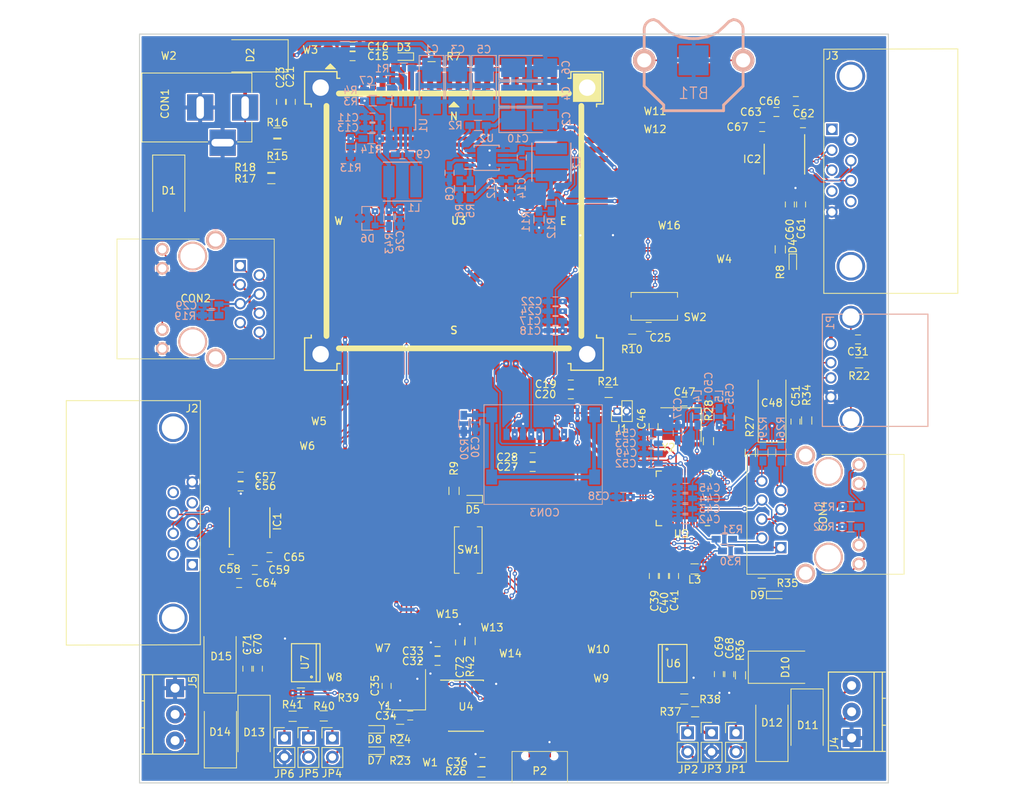
<source format=kicad_pcb>
(kicad_pcb (version 20211014) (generator pcbnew)
  (layers (0 "F.Cu" signal) (31 "B.Cu" signal) (34 "B.Paste" user) (35 "F.Paste" user) (36 "B.SilkS" user "B.Silkscreen") (37 "F.SilkS" user "F.Silkscreen") (38 "B.Mask" user) (39 "F.Mask" user) (44 "Edge.Cuts" user))
  (net 0 "")
  (net 1 "/AriaG25Module/VBAT")
  (net 2 "GND")
  (net 3 "+3V3")
  (net 4 "/Interfaces/OSC2")
  (net 5 "/Interfaces/OSC1")
  (net 6 "/Interfaces/USB_ETH_conv/VDD33A")
  (net 7 "/Interfaces/USB_ETH_conv/VDDUSBPLL")
  (net 8 "/Interfaces/USB_ETH_conv/VDDCORE")
  (net 9 "/Interfaces/USB_ETH_conv/VDDPLL")
  (net 10 "/AriaG25Module/DA2")
  (net 11 "/AriaG25Module/DA3")
  (net 12 "/AriaG25Module/CDA")
  (net 13 "/AriaG25Module/CK")
  (net 14 "/AriaG25Module/DA0")
  (net 15 "/AriaG25Module/DA1")
  (net 16 "Net-(D3-Pad1)")
  (net 17 "Net-(D5-Pad2)")
  (net 18 "/Interfaces/RS232_OUT_RX")
  (net 19 "/Interfaces/RS232_OUT_TX")
  (net 20 "/Interfaces/RS232_IN_TX")
  (net 21 "/Interfaces/RS232_IN_RX")
  (net 22 "/Interfaces/RS485_IN_DI")
  (net 23 "/Interfaces/RS485_IN_RO")
  (net 24 "/Interfaces/D-")
  (net 25 "/Interfaces/D+")
  (net 26 "/Interfaces/USB_ETH_conv/nFDX_LED")
  (net 27 "/AriaG25Module/DTXD")
  (net 28 "/AriaG25Module/DRXD")
  (net 29 "/Interfaces/RS485_OUT_DI")
  (net 30 "/Interfaces/RS485_OUT_RO")
  (net 31 "/AriaG25Module/ETHLED1")
  (net 32 "/AriaG25Module/ETHLED2")
  (net 33 "/AriaG25Module/PC31")
  (net 34 "/VBUS")
  (net 35 "/Interfaces/USB_ETH_conv/RX-")
  (net 36 "/Interfaces/USB_ETH_conv/RX+")
  (net 37 "/Interfaces/USB_ETH_conv/TX-")
  (net 38 "/Interfaces/USB_ETH_conv/TX+")
  (net 39 "/AriaG25Module/USBB_N")
  (net 40 "/AriaG25Module/USBB_P")
  (net 41 "/AriaG25Module/USBA_N")
  (net 42 "/AriaG25Module/USBA_P")
  (net 43 "/AriaG25Module/ETHTX_N")
  (net 44 "/AriaG25Module/ETHTX_P")
  (net 45 "/AriaG25Module/ETHRX_N")
  (net 46 "/AriaG25Module/ETHRX_P")
  (net 47 "Net-(CON4-Pad12)")
  (net 48 "Net-(CON4-Pad10)")
  (net 49 "/Interfaces/USB_ETH_conv/nLNKA_LED")
  (net 50 "/Interfaces/USB_ETH_conv/nSPD_LED")
  (net 51 "/AriaG25Module/~{RST}")
  (net 52 "Net-(C7-Pad1)")
  (net 53 "Net-(C8-Pad1)")
  (net 54 "Net-(C9-Pad1)")
  (net 55 "Net-(C9-Pad2)")
  (net 56 "Net-(C10-Pad1)")
  (net 57 "Net-(C10-Pad2)")
  (net 58 "+5V")
  (net 59 "Net-(C22-Pad2)")
  (net 60 "Net-(C24-Pad2)")
  (net 61 "Net-(C29-Pad2)")
  (net 62 "Net-(C30-Pad2)")
  (net 63 "Net-(C31-Pad2)")
  (net 64 "Net-(C36-Pad2)")
  (net 65 "Net-(C46-Pad1)")
  (net 66 "Net-(C47-Pad1)")
  (net 67 "Net-(C51-Pad2)")
  (net 68 "Net-(C58-Pad1)")
  (net 69 "Net-(C58-Pad2)")
  (net 70 "Net-(C59-Pad1)")
  (net 71 "Net-(C59-Pad2)")
  (net 72 "Net-(C62-Pad1)")
  (net 73 "Net-(C62-Pad2)")
  (net 74 "Net-(C63-Pad1)")
  (net 75 "Net-(C63-Pad2)")
  (net 76 "Net-(C64-Pad2)")
  (net 77 "Net-(C65-Pad2)")
  (net 78 "Net-(C66-Pad2)")
  (net 79 "Net-(C67-Pad2)")
  (net 80 "Net-(C72-Pad1)")
  (net 81 "/AriaG25Module/ETH3V3")
  (net 82 "Net-(D4-Pad1)")
  (net 83 "Net-(D7-Pad1)")
  (net 84 "Net-(D8-Pad1)")
  (net 85 "Net-(D9-Pad1)")
  (net 86 "Net-(D10-Pad2)")
  (net 87 "Net-(D11-Pad2)")
  (net 88 "Net-(D13-Pad2)")
  (net 89 "Net-(D14-Pad2)")
  (net 90 "/Interfaces/RS232_IN_RTS")
  (net 91 "/AriaG25Module/CTS0")
  (net 92 "/Interfaces/RS232_OUT_RTS")
  (net 93 "/AriaG25Module/CTS1")
  (net 94 "/AriaG25Module/1WIRE")
  (net 95 "Net-(JP1-Pad1)")
  (net 96 "Net-(JP2-Pad1)")
  (net 97 "Net-(JP3-Pad1)")
  (net 98 "Net-(JP4-Pad1)")
  (net 99 "Net-(JP5-Pad1)")
  (net 100 "Net-(JP6-Pad1)")
  (net 101 "Net-(R1-Pad1)")
  (net 102 "Net-(R2-Pad1)")
  (net 103 "/Power/3V3_VFB")
  (net 104 "/Power/5V_VFB")
  (net 105 "Net-(R9-Pad1)")
  (net 106 "Net-(R23-Pad1)")
  (net 107 "Net-(R24-Pad1)")
  (net 108 "Net-(R27-Pad2)")
  (net 109 "Net-(R28-Pad2)")
  (net 110 "Net-(R42-Pad2)")
  (net 111 "Net-(SW1-Pad1)")
  (net 112 "/AriaG25Module/PC30")
  (net 113 "/Interfaces/SERIAL_RS232_conv/IN_RS_TXD")
  (net 114 "/Interfaces/SERIAL_RS232_conv/IN_RS_RXD")
  (net 115 "/Interfaces/SERIAL_RS232_conv/IN_RS_CTS")
  (net 116 "/Interfaces/SERIAL_RS232_conv/IN_RS_RTS")
  (net 117 "/Interfaces/SERIAL_RS232_conv/OUT_RS_TXD")
  (net 118 "/Interfaces/SERIAL_RS232_conv/OUT_RS_RXD")
  (net 119 "/Interfaces/SERIAL_RS232_conv/OUT_RS_CTS")
  (net 120 "/Interfaces/SERIAL_RS232_conv/OUT_RS_RTS")
  (net 121 "Net-(J2-Pad1)")
  (net 122 "Net-(J2-Pad4)")
  (net 123 "Net-(J2-Pad6)")
  (net 124 "Net-(J2-Pad9)")
  (net 125 "Net-(J3-Pad1)")
  (net 126 "Net-(J3-Pad4)")
  (net 127 "Net-(J3-Pad6)")
  (net 128 "Net-(J3-Pad9)")
  (net 129 "Net-(P2-Pad4)")
  (net 130 "Net-(U3-PadS9)")
  (net 131 "Net-(U3-PadS10)")
  (net 132 "Net-(U3-PadS19)")
  (net 133 "/AriaG25Module/CTS3")
  (net 134 "/AriaG25Module/PC26")
  (net 135 "/AriaG25Module/PC29")
  (net 136 "/AriaG25Module/USBC_P")
  (net 137 "/AriaG25Module/USBC_N")
  (net 138 "Net-(U3-PadN2)")
  (net 139 "Net-(U3-PadN3)")
  (net 140 "Net-(U3-PadN4)")
  (net 141 "Net-(U3-PadN5)")
  (net 142 "Net-(U3-PadN6)")
  (net 143 "Net-(U3-PadN7)")
  (net 144 "Net-(U3-PadN8)")
  (net 145 "Net-(U3-PadN9)")
  (net 146 "Net-(U3-PadN10)")
  (net 147 "Net-(U3-PadN11)")
  (net 148 "Net-(U3-PadN12)")
  (net 149 "Net-(U3-PadN13)")
  (net 150 "Net-(U3-PadN14)")
  (net 151 "Net-(U3-PadN15)")
  (net 152 "Net-(U3-PadN16)")
  (net 153 "Net-(U3-PadN17)")
  (net 154 "Net-(U3-PadN18)")
  (net 155 "Net-(U3-PadN19)")
  (net 156 "Net-(U3-PadN20)")
  (net 157 "Net-(U3-PadN21)")
  (net 158 "Net-(U3-PadN22)")
  (net 159 "Net-(U3-PadN23)")
  (net 160 "Net-(U3-PadW9)")
  (net 161 "Net-(U3-PadW10)")
  (net 162 "Net-(U3-PadW11)")
  (net 163 "Net-(U3-PadW12)")
  (net 164 "Net-(U3-PadW13)")
  (net 165 "Net-(U3-PadW14)")
  (net 166 "Net-(U3-PadW15)")
  (net 167 "Net-(U3-PadW16)")
  (net 168 "Net-(U3-PadW17)")
  (net 169 "Net-(U3-PadW18)")
  (net 170 "Net-(U4-Pad7)")
  (net 171 "Net-(U4-Pad8)")
  (net 172 "Net-(U4-Pad9)")
  (net 173 "Net-(U4-Pad11)")
  (net 174 "Net-(U4-Pad13)")
  (net 175 "Net-(U4-Pad14)")
  (net 176 "Net-(U4-Pad15)")
  (net 177 "Net-(U4-Pad16)")
  (net 178 "Net-(U5-Pad1)")
  (net 179 "Net-(U5-Pad22)")
  (net 180 "Net-(U5-Pad23)")
  (net 181 "Net-(U5-Pad14)")
  (net 182 "Net-(U5-Pad42)")
  (net 183 "Net-(U5-Pad41)")
  (net 184 "Net-(U5-Pad39)")
  (net 185 "Net-(U5-Pad38)")
  (net 186 "Net-(U5-Pad40)")
  (net 187 "Net-(U5-Pad34)")
  (net 188 "Net-(U5-Pad36)")
  (net 189 "Net-(U5-Pad37)")
  (net 190 "Net-(U5-Pad30)")
  (net 191 "Net-(U5-Pad31)")
  (net 192 "Net-(U5-Pad32)")
  (net 193 "Net-(U5-Pad29)")
  (net 194 "Net-(U5-Pad55)")
  (net 195 "Net-(U5-Pad56)")
  (net 196 "Net-(U5-Pad53)")
  (net 197 "Net-(U5-Pad54)")
  (net 198 "Net-(U5-Pad45)")
  (net 199 "Net-(U5-Pad47)")
  (net 200 "Net-(U5-Pad46)")
  (net 201 "Net-(U5-Pad44)")
  (net 202 "Net-(U5-Pad43)")
  (net 203 "/AriaG25Module/ADVREF")
  (net 204 "/Interfaces/RS485_OUT_RTS")
  (net 205 "/Power/VIN")
  (net 206 "/VJACK")
  (net 207 "/3V3_DIV")
  (net 208 "/5V_DIV")
  (net 209 "/VJACK_DIV")
  (net 210 "/VBUS_DIV")
  (footprint "Connectors:BARREL_JACK" (layer "F.Cu") (at 34.1 29.8)
    (fp_text reference "CON1")
    (fp_text value "PWR_JACK")
  )
  (footprint "Power_Integrations:SO-8" (layer "F.Cu") (at 91.2 104.05 -90)
    (fp_text reference "U6")
    (fp_text value "ST3485EBDR" hide)
  )
  (footprint "Crystals:Crystal_SMD_3225-4pin_3.2x2.5mm_HandSoldering" (layer "F.Cu") (at 55.95 107.55 90)
    (fp_text reference "Y1")
    (fp_text value "16MHz" hide)
  )
  (footprint "Crystals:Crystal_SMD_3225-4pin_3.2x2.5mm_HandSoldering" (layer "F.Cu") (at 92.3 72.15 180)
    (fp_text reference "Y2")
    (fp_text value "25MHz")
  )
  (footprint "Capacitors_SMD:C_0603_HandSoldering" (layer "F.Cu") (at 88 59.1)
    (fp_text reference "C25")
    (fp_text value "100nF")
  )
  (footprint "Capacitors_SMD:C_0603_HandSoldering" (layer "F.Cu") (at 72.5 77.8 180)
    (fp_text reference "C27")
    (fp_text value "100nF")
  )
  (footprint "Capacitors_SMD:C_0603_HandSoldering" (layer "F.Cu") (at 72.5 76.5 180)
    (fp_text reference "C28")
    (fp_text value "1uF")
  )
  (footprint "Capacitors_SMD:C_0603_HandSoldering" (layer "F.Cu") (at 115.95 60.775 180)
    (fp_text reference "C31")
    (fp_text value "1nF")
  )
  (footprint "Capacitors_SMD:C_0603_HandSoldering" (layer "F.Cu") (at 59.8 103.7 180)
    (fp_text reference "C32")
    (fp_text value "100nF")
  )
  (footprint "Capacitors_SMD:C_0603_HandSoldering" (layer "F.Cu") (at 59.8 102.4 180)
    (fp_text reference "C33")
    (fp_text value "1uF")
  )
  (footprint "Capacitors_SMD:C_0603_HandSoldering" (layer "F.Cu") (at 88.685 92.365 -90)
    (fp_text reference "C39")
    (fp_text value "0.1uF" hide)
  )
  (footprint "Capacitors_SMD:C_0603_HandSoldering" (layer "F.Cu") (at 90.035 92.365 -90)
    (fp_text reference "C40")
    (fp_text value "0.1uF" hide)
  )
  (footprint "Capacitors_SMD:C_0603_HandSoldering" (layer "F.Cu") (at 91.385 92.365 -90)
    (fp_text reference "C41")
    (fp_text value "0.1uF" hide)
  )
  (footprint "Capacitors_SMD:C_0603_HandSoldering" (layer "F.Cu") (at 53 107.05 90)
    (fp_text reference "C35")
    (fp_text value "6pF")
  )
  (footprint "Capacitors_SMD:C_0603_HandSoldering" (layer "F.Cu") (at 65.8 117.2)
    (fp_text reference "C36")
    (fp_text value "1nF")
  )
  (footprint "Resistors_SMD:R_0603_HandSoldering" (layer "F.Cu") (at 94.125 91.425 180)
    (fp_text reference "L3")
    (fp_text value "2A/0.05DCR")
  )
  (footprint "Resistors_SMD:R_0603_HandSoldering" (layer "F.Cu") (at 59 23 180)
    (fp_text reference "R7")
    (fp_text value "220" hide)
  )
  (footprint "Resistors_SMD:R_0603_HandSoldering" (layer "F.Cu") (at 105.575 48.75 -90)
    (fp_text reference "R8")
    (fp_text value "220" hide)
  )
  (footprint "Measurement_Points:Measurement_Point_Round-SMD-Pad_Small" (layer "F.Cu") (at 26.5 22.9)
    (fp_text reference "W2")
    (fp_text value "VJACK_T")
  )
  (footprint "Measurement_Points:Measurement_Point_Round-SMD-Pad_Small" (layer "F.Cu") (at 43.95 73.3 180)
    (fp_text reference "W5")
    (fp_text value "TXD0_T")
  )
  (footprint "Resistors_SMD:R_0603_HandSoldering" (layer "F.Cu") (at 62 81 -90)
    (fp_text reference "R9")
    (fp_text value "R")
  )
  (footprint "Resistors_SMD:R_0603_HandSoldering" (layer "F.Cu") (at 85.8 60.75)
    (fp_text reference "R10")
    (fp_text value "10k")
  )
  (footprint "Resistors_SMD:R_0603_HandSoldering" (layer "F.Cu") (at 38.4 34.7 180)
    (fp_text reference "R15")
    (fp_text value "R")
  )
  (footprint "Resistors_SMD:R_0603_HandSoldering" (layer "F.Cu") (at 38.4 33.2)
    (fp_text reference "R16")
    (fp_text value "R")
  )
  (footprint "misc:RJ45_TRANSFO" (layer "F.Cu") (at 103.11 84.135 90)
    (fp_text reference "CON4")
    (fp_text value "RJ45-TRF-LED")
  )
  (footprint "Capacitors_SMD:C_0603_HandSoldering" (layer "F.Cu") (at 48.45 22.95)
    (fp_text reference "C15")
    (fp_text value "100nF")
  )
  (footprint "Capacitors_SMD:C_0603_HandSoldering" (layer "F.Cu") (at 48.45 21.65)
    (fp_text reference "C16")
    (fp_text value "1uF")
  )
  (footprint "Capacitors_SMD:C_0603_HandSoldering" (layer "F.Cu") (at 77.6 66.8)
    (fp_text reference "C19")
    (fp_text value "100nF")
  )
  (footprint "Capacitors_SMD:C_0603_HandSoldering" (layer "F.Cu") (at 77.6 68.1)
    (fp_text reference "C20")
    (fp_text value "1uF")
  )
  (footprint "Capacitors_SMD:C_0603_HandSoldering" (layer "F.Cu") (at 40.2 29.05 90)
    (fp_text reference "C21")
    (fp_text value "100nF")
  )
  (footprint "Capacitors_SMD:C_0603_HandSoldering" (layer "F.Cu") (at 38.9 29.05 90)
    (fp_text reference "C23")
    (fp_text value "1uF")
  )
  (footprint "Capacitors_SMD:C_0603_HandSoldering" (layer "F.Cu") (at 56.15 111)
    (fp_text reference "C34")
    (fp_text value "6pF")
  )
  (footprint "Capacitors_SMD:C_0603_HandSoldering" (layer "F.Cu") (at 88.65 72.35 90)
    (fp_text reference "C46")
    (fp_text value "22pF")
  )
  (footprint "Capacitors_SMD:C_0603_HandSoldering" (layer "F.Cu") (at 92.77 69.06 180)
    (fp_text reference "C47")
    (fp_text value "22pF")
  )
  (footprint "Capacitors_SMD:C_0603_HandSoldering" (layer "F.Cu") (at 107.6 71.75 -90)
    (fp_text reference "C51")
    (fp_text value "100nF")
  )
  (footprint "LEDs:LED_0603" (layer "F.Cu") (at 55.3 23 180)
    (fp_text reference "D3")
    (fp_text value "PWR_LED")
  )
  (footprint "LEDs:LED_0603" (layer "F.Cu") (at 107.25 50.65 -90)
    (fp_text reference "D4")
    (fp_text value "PWR_LED")
  )
  (footprint "LEDs:LED_0603" (layer "F.Cu") (at 64.5 82.1 180)
    (fp_text reference "D5")
    (fp_text value "LED")
  )
  (footprint "Resistors_SMD:R_0603_HandSoldering" (layer "F.Cu") (at 37.6 39.3 180)
    (fp_text reference "R17")
    (fp_text value "R")
  )
  (footprint "Resistors_SMD:R_0603_HandSoldering" (layer "F.Cu") (at 37.6 37.8)
    (fp_text reference "R18")
    (fp_text value "R")
  )
  (footprint "Capacitors_Tantalum_SMD:CP_Tantalum_Case-C_EIA-6032-28_Hand" (layer "F.Cu") (at 104.47 69.195 90)
    (fp_text reference "C48")
    (fp_text value ".022uF")
  )
  (footprint "Capacitors_SMD:C_0603_HandSoldering" (layer "F.Cu") (at 33.5 80.4)
    (fp_text reference "C56")
    (fp_text value "100nF")
  )
  (footprint "Capacitors_SMD:C_0603_HandSoldering" (layer "F.Cu") (at 33.5 79.1)
    (fp_text reference "C57")
    (fp_text value "0.1uF")
  )
  (footprint "Capacitors_SMD:C_0603_HandSoldering" (layer "F.Cu") (at 32.2 90.1)
    (fp_text reference "C58")
    (fp_text value "0.1uF")
  )
  (footprint "Capacitors_SMD:C_0603_HandSoldering" (layer "F.Cu") (at 35.4 91.55)
    (fp_text reference "C59")
    (fp_text value "0.1uF")
  )
  (footprint "Capacitors_SMD:C_0603_HandSoldering" (layer "F.Cu") (at 106.85 42.75 -90)
    (fp_text reference "C60")
    (fp_text value "100nF")
  )
  (footprint "Capacitors_SMD:C_0603_HandSoldering" (layer "F.Cu") (at 108.35 42.75 -90)
    (fp_text reference "C61")
    (fp_text value "0.1uF")
  )
  (footprint "Capacitors_SMD:C_0603_HandSoldering" (layer "F.Cu") (at 108.6 31.9 180)
    (fp_text reference "C62")
    (fp_text value "0.1uF")
  )
  (footprint "Capacitors_SMD:C_0603_HandSoldering" (layer "F.Cu") (at 105.05 30.4 180)
    (fp_text reference "C63")
    (fp_text value "0.1uF")
  )
  (footprint "Capacitors_SMD:C_0603_HandSoldering" (layer "F.Cu") (at 33.3 93.3 180)
    (fp_text reference "C64")
    (fp_text value "0.1uF")
  )
  (footprint "Capacitors_SMD:C_0603_HandSoldering" (layer "F.Cu") (at 37.35 89.85 180)
    (fp_text reference "C65")
    (fp_text value "0.1uF")
  )
  (footprint "Capacitors_SMD:C_0603_HandSoldering" (layer "F.Cu") (at 107.65 28.95)
    (fp_text reference "C66")
    (fp_text value "0.1uF")
  )
  (footprint "Capacitors_SMD:C_0603_HandSoldering" (layer "F.Cu") (at 103.15 32.4)
    (fp_text reference "C67")
    (fp_text value "0.1uF")
  )
  (footprint "Capacitors_SMD:C_0603_HandSoldering" (layer "F.Cu") (at 98.76 105.48 90)
    (fp_text reference "C68")
    (fp_text value "1uF")
  )
  (footprint "Capacitors_SMD:C_0603_HandSoldering" (layer "F.Cu") (at 97.37 105.47 90)
    (fp_text reference "C69")
    (fp_text value "100nF")
  )
  (footprint "Capacitors_SMD:C_0603_HandSoldering" (layer "F.Cu") (at 35.8 104.75 -90)
    (fp_text reference "C70")
    (fp_text value "1uF")
  )
  (footprint "Capacitors_SMD:C_0603_HandSoldering" (layer "F.Cu") (at 34.4 104.75 -90)
    (fp_text reference "C71")
    (fp_text value "100nF")
  )
  (footprint "Capacitors_SMD:C_0603_HandSoldering" (layer "F.Cu") (at 62.8 101.25 90)
    (fp_text reference "C72")
    (fp_text value "100nF")
  )
  (footprint "misc:RJ45_TRANSFO" (layer "F.Cu") (at 35.99 55.365 -90)
    (fp_text reference "CON2")
    (fp_text value "RJ45-TRF-LED")
  )
  (footprint "Diodes_SMD:D_SMA-SMB_Universal_Handsoldering" (layer "F.Cu") (at 23.9 41 -90)
    (fp_text reference "D1")
    (fp_text value "Schottky")
  )
  (footprint "Diodes_SMD:D_SMA-SMB_Universal_Handsoldering" (layer "F.Cu") (at 35 22.9 180)
    (fp_text reference "D2")
    (fp_text value "Schottky")
  )
  (footprint "LEDs:LED_0603" (layer "F.Cu") (at 51.4 115.7 180)
    (fp_text reference "D7")
    (fp_text value "LED")
  )
  (footprint "LEDs:LED_0603" (layer "F.Cu") (at 51.4 112.85 180)
    (fp_text reference "D8")
    (fp_text value "LED")
  )
  (footprint "LEDs:LED_0603" (layer "F.Cu") (at 105.02 94.9)
    (fp_text reference "D9")
    (fp_text value "FDX_LED")
  )
  (footprint "Diodes_SMD:D_SMA-SMB_Universal_Handsoldering" (layer "F.Cu") (at 106.15 104.55)
    (fp_text reference "D10")
    (fp_text value "D_TVS")
  )
  (footprint "Diodes_SMD:D_SMA-SMB_Universal_Handsoldering" (layer "F.Cu") (at 109.15 112.3 -90)
    (fp_text reference "D11")
    (fp_text value "D_TVS")
  )
  (footprint "Diodes_SMD:D_SMA-SMB_Universal_Handsoldering" (layer "F.Cu") (at 104.45 112.3 90)
    (fp_text reference "D12")
    (fp_text value "D_TVS")
  )
  (footprint "Diodes_SMD:D_SMA-SMB_Universal_Handsoldering" (layer "F.Cu") (at 35.3 113.15 -90)
    (fp_text reference "D13")
    (fp_text value "D_TVS")
  )
  (footprint "Diodes_SMD:D_SMA-SMB_Universal_Handsoldering" (layer "F.Cu") (at 30.8 113.15 90)
    (fp_text reference "D14")
    (fp_text value "D_TVS")
  )
  (footprint "Diodes_SMD:D_SMA-SMB_Universal_Handsoldering" (layer "F.Cu") (at 30.75 103.15 90)
    (fp_text reference "D15")
    (fp_text value "D_TVS")
  )
  (footprint "Housings_SSOP:SSOP-16_3.9x4.9mm_Pitch0.635mm" (layer "F.Cu") (at 34.7325 85.25 90)
    (fp_text reference "IC1")
    (fp_text value "MAX3232")
  )
  (footprint "Housings_SSOP:SSOP-16_3.9x4.9mm_Pitch0.635mm" (layer "F.Cu") (at 106.1 36.7 -90)
    (fp_text reference "IC2")
    (fp_text value "MAX3232")
  )
  (footprint "Pin_Headers:Pin_Header_Straight_1x02_Pitch1.27mm" (layer "F.Cu") (at 83.78 70.35 90)
    (fp_text reference "J1")
    (fp_text value "1W_H")
  )
  (footprint "Connectors:DB9FC" (layer "F.Cu") (at 27.04 90.86 90)
    (fp_text reference "J2")
    (fp_text value "MDB9_IN")
  )
  (footprint "Connectors:DB9FC" (layer "F.Cu") (at 112.46 32.71 -90)
    (fp_text reference "J3")
    (fp_text value "MDB9_OUT")
  )
  (footprint "Connectors_Terminal_Blocks:TerminalBlock_Pheonix_PT-3.5mm_3pol" (layer "F.Cu") (at 115.1 114 90)
    (fp_text reference "J4")
    (fp_text value "Screw_Terminal_1x03")
  )
  (footprint "Connectors_Terminal_Blocks:TerminalBlock_Pheonix_PT-3.5mm_3pol" (layer "F.Cu") (at 24.75 107.35 -90)
    (fp_text reference "J5")
    (fp_text value "Screw_Terminal_1x03")
  )
  (footprint "Pin_Headers:Pin_Header_Straight_1x02_Pitch2.54mm" (layer "F.Cu") (at 99.65 113.31)
    (fp_text reference "JP1")
    (fp_text value "Jumper_NO_Small")
  )
  (footprint "Pin_Headers:Pin_Header_Straight_1x02_Pitch2.54mm" (layer "F.Cu") (at 93.2 113.31)
    (fp_text reference "JP2")
    (fp_text value "Jumper_NO_Small")
  )
  (footprint "Pin_Headers:Pin_Header_Straight_1x02_Pitch2.54mm" (layer "F.Cu") (at 96.4 113.31)
    (fp_text reference "JP3")
    (fp_text value "Jumper_NO_Small")
  )
  (footprint "Pin_Headers:Pin_Header_Straight_1x02_Pitch2.54mm" (layer "F.Cu") (at 45.75 114.01)
    (fp_text reference "JP4")
    (fp_text value "Jumper_NO_Small")
  )
  (footprint "Pin_Headers:Pin_Header_Straight_1x02_Pitch2.54mm" (layer "F.Cu") (at 42.55 114)
    (fp_text reference "JP5")
    (fp_text value "Jumper_NO_Small")
  )
  (footprint "Pin_Headers:Pin_Header_Straight_1x02_Pitch2.54mm" (layer "F.Cu") (at 39.35 114.01)
    (fp_text reference "JP6")
    (fp_text value "Jumper_NO_Small")
  )
  (footprint "Custom:MicroUSB-B" (layer "F.Cu") (at 73.45 120)
    (fp_text reference "P2")
    (fp_text value "DEBUG")
  )
  (footprint "Resistors_SMD:R_0603_HandSoldering" (layer "F.Cu") (at 82.65 67.85)
    (fp_text reference "R21")
    (fp_text value "10k")
  )
  (footprint "Resistors_SMD:R_0603_HandSoldering" (layer "F.Cu") (at 116.1 63.9)
    (fp_text reference "R22")
    (fp_text value "1M")
  )
  (footprint "Resistors_SMD:R_0603_HandSoldering" (layer "F.Cu") (at 54.8 115.7 180)
    (fp_text reference "R23")
    (fp_text value "220")
  )
  (footprint "Resistors_SMD:R_0603_HandSoldering" (layer "F.Cu") (at 54.8 112.85 180)
    (fp_text reference "R24")
    (fp_text value "220")
  )
  (footprint "Resistors_SMD:R_0603_HandSoldering" (layer "F.Cu") (at 65.65 118.55 180)
    (fp_text reference "R25")
    (fp_text value "1M")
  )
  (footprint "Resistors_SMD:R_0603_HandSoldering" (layer "F.Cu") (at 101.57 75.93 -90)
    (fp_text reference "R27")
    (fp_text value "12k")
  )
  (footprint "Resistors_SMD:R_0603_HandSoldering" (layer "F.Cu") (at 95.98 74.36 -90)
    (fp_text reference "R28")
    (fp_text value "12k")
  )
  (footprint "Resistors_SMD:R_0603_HandSoldering" (layer "F.Cu") (at 109.1 71.6 -90)
    (fp_text reference "R34")
    (fp_text value "1M")
  )
  (footprint "Resistors_SMD:R_0603_HandSoldering" (layer "F.Cu") (at 103.09 93.34 180)
    (fp_text reference "R35")
    (fp_text value "330")
  )
  (footprint "Resistors_SMD:R_0603_HandSoldering" (layer "F.Cu") (at 100.26 105.63 -90)
    (fp_text reference "R36")
    (fp_text value "R")
  )
  (footprint "Resistors_SMD:R_0603_HandSoldering" (layer "F.Cu") (at 94.2 110.5 180)
    (fp_text reference "R37")
    (fp_text value "R")
  )
  (footprint "Resistors_SMD:R_0603_HandSoldering" (layer "F.Cu") (at 92.75 108.8)
    (fp_text reference "R38")
    (fp_text value "R")
  )
  (footprint "Resistors_SMD:R_0603_HandSoldering" (layer "F.Cu") (at 41.55 108)
    (fp_text reference "R39")
    (fp_text value "R")
  )
  (footprint "Resistors_SMD:R_0603_HandSoldering" (layer "F.Cu") (at 44.6 111.05 180)
    (fp_text reference "R40")
    (fp_text value "R")
  )
  (footprint "Resistors_SMD:R_0603_HandSoldering" (layer "F.Cu") (at 40.45 111.1 180)
    (fp_text reference "R41")
    (fp_text value "R")
  )
  (footprint "Resistors_SMD:R_0603_HandSoldering" (layer "F.Cu") (at 64.15 101.05 90)
    (fp_text reference "R42")
    (fp_text value "10k")
  )
  (footprint "Buttons_Switches_SMD:SW_SPST_EVQPE1" (layer "F.Cu") (at 63.9 88.9 -90)
    (fp_text reference "SW1")
    (fp_text value "BTN")
  )
  (footprint "Buttons_Switches_SMD:SW_SPST_EVQPE1" (layer "F.Cu") (at 88.75 56.35)
    (fp_text reference "SW2")
    (fp_text value "~{RST}")
  )
  (footprint "misc:ARIA-G25" (layer "F.Cu") (at 61.985 44.95)
    (fp_text reference "U3")
    (fp_text value "ARIA-G25" hide)
  )
  (footprint "Housings_SSOP:SSOP-20_4.4x6.5mm_Pitch0.65mm" (layer "F.Cu") (at 63.6 109.725)
    (fp_text reference "U4")
    (fp_text value "MCP2200")
  )
  (footprint "Housings_DFN_QFN:QFN-56-1EP_7x7mm_Pitch0.4mm" (layer "F.Cu") (at 92.65 82 180)
    (fp_text reference "U5")
    (fp_text value "LAN9500A")
  )
  (footprint "Power_Integrations:SO-8" (layer "F.Cu") (at 42.2 103.95 90)
    (fp_text reference "U7")
    (fp_text value "ST3485EBDR")
  )
  (footprint "Measurement_Points:Measurement_Point_Round-SMD-Pad_Small" (layer "F.Cu") (at 59.9 115.51)
    (fp_text reference "W1")
    (fp_text value "VBUS_T")
  )
  (footprint "Measurement_Points:Measurement_Point_Round-SMD-Pad_Small" (layer "F.Cu") (at 45.2 22.1)
    (fp_text reference "W3")
    (fp_text value "3.3V_T")
  )
  (footprint "Measurement_Points:Measurement_Point_Round-SMD-Pad_Small" (layer "F.Cu") (at 100.5 50.05 90)
    (fp_text reference "W4")
    (fp_text value "5V_T")
  )
  (footprint "Measurement_Points:Measurement_Point_Round-SMD-Pad_Small" (layer "F.Cu") (at 42.4 76.6)
    (fp_text reference "W6")
    (fp_text value "RXD0_T")
  )
  (footprint "Measurement_Points:Measurement_Point_Round-SMD-Pad_Small" (layer "F.Cu") (at 50.05 102)
    (fp_text reference "W7")
    (fp_text value "TXD1_T")
  )
  (footprint "Measurement_Points:Measurement_Point_Round-SMD-Pad_Small" (layer "F.Cu") (at 48.2 105.85)
    (fp_text reference "W8")
    (fp_text value "RXD1_T")
  )
  (footprint "Measurement_Points:Measurement_Point_Round-SMD-Pad_Small" (layer "F.Cu") (at 84.2 106)
    (fp_text reference "W9")
    (fp_text value "TXD2_T")
  )
  (footprint "Measurement_Points:Measurement_Point_Round-SMD-Pad_Small" (layer "F.Cu") (at 84.2 102.15)
    (fp_text reference "W10")
    (fp_text value "RXD2_T")
  )
  (footprint "Measurement_Points:Measurement_Point_Round-SMD-Pad_Small" (layer "F.Cu") (at 91.6 30.4)
    (fp_text reference "W11")
    (fp_text value "TXD3_T")
  )
  (footprint "Measurement_Points:Measurement_Point_Round-SMD-Pad_Small" (layer "F.Cu") (at 91.6 32.8)
    (fp_text reference "W12")
    (fp_text value "RXD3_T")
  )
  (footprint "Measurement_Points:Measurement_Point_Round-SMD-Pad_Small" (layer "F.Cu") (at 67.08 100.95)
    (fp_text reference "W13")
    (fp_text value "DRXD_T")
  )
  (footprint "Measurement_Points:Measurement_Point_Round-SMD-Pad_Small" (layer "F.Cu") (at 69.54 101.01)
    (fp_text reference "W14")
    (fp_text value "DTXD_T")
  )
  (footprint "Measurement_Points:Measurement_Point_Round-SMD-Pad_Small" (layer "F.Cu") (at 64.15 97.4)
    (fp_text reference "W15")
    (fp_text value "U2S_RST")
  )
  (footprint "Measurement_Points:Measurement_Point_Round-SMD-Pad_Small" (layer "F.Cu") (at 87.9 45.55)
    (fp_text reference "W16")
    (fp_text value "U2E_RST")
  )
  (footprint "Battery_Holders:BatteryHolder_CoinCell_Keystone_3001" (layer "B.Cu") (at 94 23.5)
    (fp_text reference "BT1")
    (fp_text value "CR_BAT")
  )
  (footprint "Capacitors_SMD:C_0603_HandSoldering" (layer "B.Cu") (at 54.8 44.4 -90)
    (fp_text reference "C26")
    (fp_text value "10uF" hide)
  )
  (footprint "Capacitors_SMD:C_0603_HandSoldering" (layer "B.Cu") (at 29.65 56.05)
    (fp_text reference "C29")
    (fp_text value "1nF")
  )
  (footprint "Capacitors_SMD:C_0603_HandSoldering" (layer "B.Cu") (at 64.85 71.85 90)
    (fp_text reference "C30")
    (fp_text value "1nF")
  )
  (footprint "Capacitors_SMD:C_0603_HandSoldering" (layer "B.Cu") (at 84.6 81.8 180)
    (fp_text reference "C38")
    (fp_text value "0.1uF" hide)
  )
  (footprint "Capacitors_SMD:C_0603_HandSoldering" (layer "B.Cu") (at 91.875 73.275 90)
    (fp_text reference "C37")
    (fp_text value "0.1uF" hide)
  )
  (footprint "Resistors_SMD:R_0603_HandSoldering" (layer "B.Cu") (at 94.55 71.1 90)
    (fp_text reference "L4")
    (fp_text value "2A/0.05DCR" hide)
  )
  (footprint "Resistors_SMD:R_0603_HandSoldering" (layer "B.Cu") (at 97.4 71.1 90)
    (fp_text reference "L5")
    (fp_text value "2A/0.05DCR" hide)
  )
  (footprint "Resistors_SMD:R_0603_HandSoldering" (layer "B.Cu") (at 73.35 44.75 -90)
    (fp_text reference "R11")
    (fp_text value "R")
  )
  (footprint "Resistors_SMD:R_0603_HandSoldering" (layer "B.Cu") (at 62.75 40.7 -90)
    (fp_text reference "R6")
    (fp_text value "10k")
  )
  (footprint "Resistors_SMD:R_0603_HandSoldering" (layer "B.Cu") (at 55.3 24.55)
    (fp_text reference "R1")
    (fp_text value "1M")
  )
  (footprint "Resistors_SMD:R_0603_HandSoldering" (layer "B.Cu") (at 65.2 32.2)
    (fp_text reference "R2")
    (fp_text value "1M")
  )
  (footprint "Resistors_SMD:R_0603_HandSoldering" (layer "B.Cu") (at 51.15 28.9)
    (fp_text reference "R3")
    (fp_text value "31k6")
  )
  (footprint "Resistors_SMD:R_0603_HandSoldering" (layer "B.Cu") (at 51.15 27.5 180)
    (fp_text reference "R4")
    (fp_text value "10k")
  )
  (footprint "Resistors_SMD:R_0603_HandSoldering" (layer "B.Cu") (at 64.15 40.7 90)
    (fp_text reference "R5")
    (fp_text value "52k3")
  )
  (footprint "Resistors_SMD:R_0603_HandSoldering" (layer "B.Cu") (at 74.95 42.55 -90)
    (fp_text reference "R12")
    (fp_text value "R")
  )
  (footprint "Resistors_SMD:R_0603_HandSoldering" (layer "B.Cu") (at 48.2 35.05 -90)
    (fp_text reference "R13")
    (fp_text value "R")
  )
  (footprint "Resistors_SMD:R_0603_HandSoldering" (layer "B.Cu") (at 50.95 33.95 180)
    (fp_text reference "R14")
    (fp_text value "R")
  )
  (footprint "Resistors_SMD:R_0603_HandSoldering" (layer "B.Cu") (at 29.5 57.55 180)
    (fp_text reference "R19")
    (fp_text value "1M")
  )
  (footprint "Resistors_SMD:R_0603_HandSoldering" (layer "B.Cu") (at 63.3 72 90)
    (fp_text reference "R20")
    (fp_text value "1M")
  )
  (footprint "Capacitors_SMD:C_0603_HandSoldering" (layer "B.Cu") (at 53.2 26.15 180)
    (fp_text reference "C7")
    (fp_text value "1uF")
  )
  (footprint "Capacitors_SMD:C_0603_HandSoldering" (layer "B.Cu") (at 61.4 38.525 -90)
    (fp_text reference "C8")
    (fp_text value "1uF")
  )
  (footprint "Capacitors_SMD:C_0603_HandSoldering" (layer "B.Cu") (at 55.1 36.05 180)
    (fp_text reference "C9")
    (fp_text value "100nF")
  )
  (footprint "Capacitors_SMD:C_0603_HandSoldering" (layer "B.Cu") (at 71.05 36.5 -90)
    (fp_text reference "C10")
    (fp_text value "100nF")
  )
  (footprint "Capacitors_SMD:C_0603_HandSoldering" (layer "B.Cu") (at 51.1 31.15 180)
    (fp_text reference "C11")
    (fp_text value "10uF")
  )
  (footprint "Capacitors_SMD:C_0603_HandSoldering" (layer "B.Cu") (at 68.3 40.55 -90)
    (fp_text reference "C12")
    (fp_text value "10uF")
  )
  (footprint "Capacitors_SMD:C_0603_HandSoldering" (layer "B.Cu") (at 51.1 32.5 180)
    (fp_text reference "C13")
    (fp_text value "10uF")
  )
  (footprint "Capacitors_SMD:C_0603_HandSoldering" (layer "B.Cu") (at 69.6 40.55 -90)
    (fp_text reference "C14")
    (fp_text value "10uF")
  )
  (footprint "Capacitors_SMD:C_0603_HandSoldering" (layer "B.Cu") (at 75.55 58.3 180)
    (fp_text reference "C17")
    (fp_text value "100nF")
  )
  (footprint "Capacitors_SMD:C_0603_HandSoldering" (layer "B.Cu") (at 75.55 59.6 180)
    (fp_text reference "C18")
    (fp_text value "1uF")
  )
  (footprint "Capacitors_SMD:C_0603_HandSoldering" (layer "B.Cu") (at 75.55 55.7)
    (fp_text reference "C22")
    (fp_text value "100nF")
  )
  (footprint "Capacitors_SMD:C_0603_HandSoldering" (layer "B.Cu") (at 75.55 57)
    (fp_text reference "C24")
    (fp_text value "100nF")
  )
  (footprint "Capacitors_SMD:C_0603_HandSoldering" (layer "B.Cu") (at 92.9 84.8 180)
    (fp_text reference "C42")
    (fp_text value "0.1uF")
  )
  (footprint "Capacitors_SMD:C_0603_HandSoldering" (layer "B.Cu") (at 92.9 83.4 180)
    (fp_text reference "C43")
    (fp_text value "0.1uF")
  )
  (footprint "Capacitors_SMD:C_0603_HandSoldering" (layer "B.Cu") (at 92.9 82 180)
    (fp_text reference "C44")
    (fp_text value "0.1uF")
  )
  (footprint "Capacitors_SMD:C_0603_HandSoldering" (layer "B.Cu") (at 92.9 80.6 180)
    (fp_text reference "C45")
    (fp_text value "0.1uF")
  )
  (footprint "Capacitors_SMD:C_0603_HandSoldering" (layer "B.Cu") (at 96 70 90)
    (fp_text reference "C50")
    (fp_text value "0.1uF")
  )
  (footprint "Capacitors_SMD:C_0603_HandSoldering" (layer "B.Cu") (at 88.325 73.3 180)
    (fp_text reference "C54")
    (fp_text value "0.1uF")
  )
  (footprint "Capacitors_SMD:C_0603_HandSoldering" (layer "B.Cu") (at 98.825 71.25 90)
    (fp_text reference "C55")
    (fp_text value "0.1uF")
  )
  (footprint "Inductors:Inductor_Taiyo-Yuden_MD-5050" (layer "B.Cu") (at 55.1 39.7)
    (fp_text reference "L1")
    (fp_text value "15uH")
  )
  (footprint "Capacitors_SMD:C_0603_HandSoldering" (layer "B.Cu") (at 88.325 76 180)
    (fp_text reference "C49")
    (fp_text value "100nF")
  )
  (footprint "Capacitors_SMD:C_0603_HandSoldering" (layer "B.Cu") (at 88.325 77.35 180)
    (fp_text reference "C52")
    (fp_text value "0.1uF")
  )
  (footprint "Capacitors_SMD:C_0603_HandSoldering" (layer "B.Cu") (at 88.325 74.65 180)
    (fp_text reference "C53")
    (fp_text value "0.1uF")
  )
  (footprint "Custom:MicroSDSocket" (layer "B.Cu") (at 80.7 82.8 180)
    (fp_text reference "CON3")
    (fp_text value "Micro_SD_Card")
  )
  (footprint "TO_SOT_Packages_SMD:SOT-23" (layer "B.Cu") (at 50.45 44.6 180)
    (fp_text reference "D6")
    (fp_text value "TL431DBZ")
  )
  (footprint "Inductors:Inductor_Taiyo-Yuden_MD-5050" (layer "B.Cu") (at 75 37.1 90)
    (fp_text reference "L2")
    (fp_text value "22uH")
  )
  (footprint "Connect:USB_A" (layer "B.Cu") (at 112.33512 61.33914 -90)
    (fp_text reference "P1")
    (fp_text value "USB_A")
  )
  (footprint "Resistors_SMD:R_0603_HandSoldering" (layer "B.Cu") (at 105.65 75.9 -90)
    (fp_text reference "R26")
    (fp_text value "49.9")
  )
  (footprint "Resistors_SMD:R_0603_HandSoldering" (layer "B.Cu") (at 103.25 75.9 -90)
    (fp_text reference "R29")
    (fp_text value "49.9")
  )
  (footprint "Resistors_SMD:R_0603_HandSoldering" (layer "B.Cu") (at 98.94 89.02)
    (fp_text reference "R30")
    (fp_text value "49.9")
  )
  (footprint "Resistors_SMD:R_0603_HandSoldering" (layer "B.Cu") (at 98.1 87.45)
    (fp_text reference "R31")
    (fp_text value "49.9")
  )
  (footprint "Resistors_SMD:R_0603_HandSoldering" (layer "B.Cu") (at 114.95 85.8)
    (fp_text reference "R32")
    (fp_text value "330")
  )
  (footprint "Resistors_SMD:R_0603_HandSoldering" (layer "B.Cu") (at 115 83.1)
    (fp_text reference "R33")
    (fp_text value "330")
  )
  (footprint "Housings_SSOP:MSOP-8_3x3mm_Pitch0.65mm" (layer "B.Cu") (at 55.2 31.1 -90)
    (fp_text reference "U1")
    (fp_text value "MCP16312-E/MS")
  )
  (footprint "Housings_SSOP:MSOP-8_3x3mm_Pitch0.65mm" (layer "B.Cu") (at 66.35 36.525)
    (fp_text reference "U2")
    (fp_text value "MCP16312-E/MS")
  )
  (footprint "Capacitors_Tantalum_SMD:CP_Tantalum_Case-B_EIA-3528-21_Hand" (layer "B.Cu") (at 59 26.9 -90)
    (fp_text reference "C1")
    (fp_text value "10uF")
  )
  (footprint "Capacitors_Tantalum_SMD:CP_Tantalum_Case-B_EIA-3528-21_Hand" (layer "B.Cu") (at 72.05 31.5)
    (fp_text reference "C2")
    (fp_text value "10uF")
  )
  (footprint "Capacitors_Tantalum_SMD:CP_Tantalum_Case-B_EIA-3528-21_Hand" (layer "B.Cu") (at 62.5 26.9 -90)
    (fp_text reference "C3")
    (fp_text value "10uF")
  )
  (footprint "Capacitors_Tantalum_SMD:CP_Tantalum_Case-B_EIA-3528-21_Hand" (layer "B.Cu") (at 72.05 28)
    (fp_text reference "C4")
    (fp_text value "10uF")
  )
  (footprint "Capacitors_Tantalum_SMD:CP_Tantalum_Case-B_EIA-3528-21_Hand" (layer "B.Cu") (at 66 26.9 -90)
    (fp_text reference "C5")
    (fp_text value "10uF")
  )
  (footprint "Capacitors_Tantalum_SMD:CP_Tantalum_Case-B_EIA-3528-21_Hand" (layer "B.Cu") (at 72.05 24.5)
    (fp_text reference "C6")
    (fp_text value "10uF")
  )
  (footprint "Resistors_SMD:R_0603_HandSoldering" (layer "B.Cu") (at 53.3 44.55 90)
    (fp_text reference "R43")
    (fp_text value "R")
  )
  (gr_line (start 20 120) (end 120 120) (layer "Edge.Cuts") (width 0.15))
  (gr_line (start 20 20) (end 20 120) (layer "Edge.Cuts") (width 0.15))
  (gr_line (start 120 20) (end 120 120) (layer "Edge.Cuts") (width 0.15))
  (gr_line (start 120 20) (end 20 20) (layer "Edge.Cuts") (width 0.15))
  (segment (start 79.1 29.5) (end 78.1 30.5) (width 0.2) (layer "F.Cu") (net 1))
  (segment (start 76.575001 41.624999) (end 76.675001 41.524999) (width 0.2) (layer "F.Cu") (net 1))
  (segment (start 76.675001 41.524999) (end 76.975 41.225) (width 0.2) (layer "F.Cu") (net 1))
  (segment (start 78.1 35.350736) (end 78.1 35.775) (width 0.2) (layer "F.Cu") (net 1))
  (segment (start 79.935 54.475) (end 76.575001 51.115001) (width 0.2) (layer "F.Cu") (net 1))
  (segment (start 83.51732 29.5) (end 79.1 29.5) (width 0.2) (layer "F.Cu") (net 1))
  (segment (start 76.575001 51.115001) (end 76.575001 41.624999) (width 0.2) (layer "F.Cu") (net 1))
  (segment (start 87.396 23.5) (end 100.604 23.5) (width 0.2) (layer "F.Cu") (net 1))
  (segment (start 78.1 30.5) (end 78.1 35.350736) (width 0.2) (layer "F.Cu") (net 1))
  (segment (start 87.396 23.5) (end 87.396 25.62132) (width 0.2) (layer "F.Cu") (net 1))
  (segment (start 81.035 54.475) (end 79.935 54.475) (width 0.2) (layer "F.Cu") (net 1))
  (segment (start 87.396 25.62132) (end 83.51732 29.5) (width 0.2) (layer "F.Cu") (net 1))
  (via (at 78.1 35.775) (size 0.6) (drill 0.3) (layers "F.Cu" "B.Cu") (net 1))
  (via (at 76.975 41.225) (size 0.6) (drill 0.3) (layers "F.Cu" "B.Cu") (net 1))
  (segment (start 78.1 40.1) (end 77.274999 40.925001) (width 0.2) (layer "B.Cu") (net 1))
  (segment (start 77.274999 40.925001) (end 76.975 41.225) (width 0.2) (layer "B.Cu") (net 1))
  (segment (start 78.1 35.775) (end 78.1 40.1) (width 0.2) (layer "B.Cu") (net 1))
  (segment (start 89.15 81) (end 90.25 81) (width 0.2) (layer "F.Cu") (net 2))
  (segment (start 53 108.3) (end 53 108) (width 0.2) (layer "F.Cu") (net 2))
  (segment (start 42.935 61.5) (end 44.185 62.75) (width 0.5) (layer "F.Cu") (net 2))
  (segment (start 53.775 111) (end 53.75 111.025) (width 0.2) (layer "F.Cu") (net 2))
  (segment (start 64.85 116.175) (end 64.875 116.15) (width 0.2) (layer "F.Cu") (net 2))
  (segment (start 62.8 100.3) (end 62.8 98.825) (width 0.2) (layer "F.Cu") (net 2))
  (segment (start 64.85 117.2) (end 64.85 116.175) (width 0.2) (layer "F.Cu") (net 2))
  (segment (start 33.145 82.65) (end 33.145 81.755) (width 0.2) (layer "F.Cu") (net 2))
  (segment (start 58.85 102.4) (end 58.85 101.3) (width 0.2) (layer "F.Cu") (net 2))
  (segment (start 78.895 46.855) (end 78.875 46.875) (width 0.2) (layer "F.Cu") (net 2))
  (segment (start 62.8 98.825) (end 62.775 98.8) (width 0.2) (layer "F.Cu") (net 2))
  (segment (start 58.85 103.7) (end 57.45 103.7) (width 0.2) (layer "F.Cu") (net 2))
  (segment (start 71.55 76.5) (end 70.05 76.5) (width 0.2) (layer "F.Cu") (net 2))
  (segment (start 66.5 106.8) (end 67.6 106.8) (width 0.2) (layer "F.Cu") (net 2))
  (segment (start 39.406 100.744) (end 39.425 100.725) (width 0.2) (layer "F.Cu") (net 2))
  (segment (start 34.45 79.1) (end 35.775 79.1) (width 0.2) (layer "F.Cu") (net 2))
  (segment (start 90.25 81) (end 90.55 81.3) (width 0.2) (layer "F.Cu") (net 2))
  (segment (start 53 108) (end 53 109.675) (width 0.2) (layer "F.Cu") (net 2))
  (segment (start 54.8 109) (end 54.8 110.6) (width 0.2) (layer "F.Cu") (net 2))
  (segment (start 90.85 71) (end 90.85 70.03) (width 0.5) (layer "F.Cu") (net 2))
  (segment (start 35.8 103.8) (end 35.8 102.3) (width 0.2) (layer "F.Cu") (net 2))
  (segment (start 53 109.675) (end 52.975 109.7) (width 0.2) (layer "F.Cu") (net 2))
  (segment (start 98.76 106.43) (end 98.76 107.965) (width 0.2) (layer "F.Cu") (net 2))
  (segment (start 58.85 103.7) (end 58.85 105.4) (width 0.2) (layer "F.Cu") (net 2))
  (segment (start 54.8 109) (end 54.8 108.701998) (width 0.4) (layer "F.Cu") (net 2))
  (segment (start 97.37 107.895) (end 97.45 107.975) (width 0.2) (layer "F.Cu") (net 2))
  (segment (start 98.76 107.965) (end 98.75 107.975) (width 0.2) (layer "F.Cu") (net 2))
  (segment (start 90.85 70.03) (end 91.82 69.06) (width 0.5) (layer "F.Cu") (net 2))
  (segment (start 89.15 81) (end 88.21 81) (width 0.2) (layer "F.Cu") (net 2))
  (segment (start 71.55 77.8) (end 70.05 77.8) (width 0.2) (layer "F.Cu") (net 2))
  (segment (start 64.55 117.5) (end 64.85 117.2) (width 0.2) (layer "F.Cu") (net 2))
  (segment (start 53.7 109) (end 53 108.3) (width 0.2) (layer "F.Cu") (net 2))
  (segment (start 81.035 46.855) (end 78.895 46.855) (width 0.2) (layer "F.Cu") (net 2))
  (segment (start 34.45 80.4) (end 35.75 80.4) (width 0.2) (layer "F.Cu") (net 2))
  (segment (start 64.55 118.55) (end 64.55 117.5) (width 0.2) (layer "F.Cu") (net 2))
  (segment (start 88.65 71.4) (end 90.45 71.4) (width 0.6) (layer "F.Cu") (net 2))
  (segment (start 83.22 46.855) (end 83.225 46.85) (width 0.2) (layer "F.Cu") (net 2))
  (segment (start 81.035 46.855) (end 83.22 46.855) (width 0.2) (layer "F.Cu") (net 2))
  (segment (start 47.38 64) (end 45.435 64) (width 0.5) (layer "F.Cu") (net 2))
  (segment (start 45.435 64) (end 44.185 62.75) (width 0.5) (layer "F.Cu") (net 2))
  (segment (start 55.2 111) (end 53.775 111) (width 0.2) (layer "F.Cu") (net 2))
  (segment (start 94.85 79.8) (end 94.75 79.9) (width 0.2) (layer "F.Cu") (net 2))
  (segment (start 107.6875 40.4625) (end 107.6 40.55) (width 0.2) (layer "F.Cu") (net 2))
  (segment (start 96.15 79.8) (end 94.85 79.8) (width 0.2) (layer "F.Cu") (net 2))
  (segment (start 67.6 106.8) (end 67.625 106.775) (width 0.2) (layer "F.Cu") (net 2))
  (segment (start 33.145 81.755) (end 33.525 81.375) (width 0.2) (layer "F.Cu") (net 2))
  (segment (start 34.4 102.325) (end 34.375 102.3) (width 0.2) (layer "F.Cu") (net 2))
  (segment (start 39.406 102.045) (end 39.406 100.744) (width 0.2) (layer "F.Cu") (net 2))
  (segment (start 58.85 101.3) (end 58.9 101.25) (width 0.2) (layer "F.Cu") (net 2))
  (segment (start 62.9 118.55) (end 62.875 118.575) (width 0.2) (layer "F.Cu") (net 2))
  (segment (start 42.935 59.555) (end 42.935 61.5) (width 0.5) (layer "F.Cu") (net 2))
  (segment (start 34.4 103.8) (end 34.4 102.325) (width 0.2) (layer "F.Cu") (net 2))
  (segment (start 70.05 76.5) (end 70.025 76.475) (width 0.2) (layer "F.Cu") (net 2))
  (segment (start 74.75 115.9) (end 74.75 115) (width 0.2) (layer "F.Cu") (net 2))
  (segment (start 74.75 115) (end 74.75 114.55) (width 0.2) (layer "F.Cu") (net 2))
  (segment (start 54.8 110.6) (end 55.2 111) (width 0.2) (layer "F.Cu") (net 2))
  (segment (start 90.45 71.4) (end 90.85 71) (width 0.6) (layer "F.Cu") (net 2))
  (segment (start 54.8 109) (end 53.7 109) (width 0.2) (layer "F.Cu") (net 2))
  (segment (start 64.55 118.55) (end 62.9 118.55) (width 0.2) (layer "F.Cu") (net 2))
  (segment (start 35.75 80.4) (end 35.775 80.375) (width 0.2) (layer "F.Cu") (net 2))
  (segment (start 97.37 106.42) (end 97.37 107.895) (width 0.2) (layer "F.Cu") (net 2))
  (segment (start 107.6875 39.3) (end 107.6875 40.4625) (width 0.2) (layer "F.Cu") (net 2))
  (via (at 83.225 46.85) (size 0.6) (drill 0.3) (layers "F.Cu" "B.Cu") (net 2))
  (via (at 52.975 109.7) (size 0.6) (drill 0.3) (layers "F.Cu" "B.Cu") (net 2))
  (via (at 54.8 109) (size 0.6) (drill 0.3) (layers "F.Cu" "B.Cu") (net 2))
  (via (at 97.45 107.975) (size 0.6) (drill 0.3) (layers "F.Cu" "B.Cu") (net 2))
  (via (at 70.05 77.8) (size 0.6) (drill 0.3) (layers "F.Cu" "B.Cu") (net 2))
  (via (at 70.025 76.475) (size 0.6) (drill 0.3) (layers "F.Cu" "B.Cu") (net 2))
  (via (at 57.45 103.7) (size 0.6) (drill 0.3) (layers "F.Cu" "B.Cu") (net 2))
  (via (at 57.1 106.1) (size 0.6) (drill 0.3) (layers "F.Cu" "B.Cu") (net 2))
  (via (at 71.225 72.05) (size 0.6) (drill 0.3) (layers "F.Cu" "B.Cu") (net 2))
  (via (at 98.75 107.975) (size 0.6) (drill 0.3) (layers "F.Cu" "B.Cu") (net 2))
  (via (at 74.75 114.55) (size 0.6) (drill 0.3) (layers "F.Cu" "B.Cu") (net 2))
  (via (at 53.75 111.025) (size 0.6) (drill 0.3) (layers "F.Cu" "B.Cu") (net 2))
  (via (at 93.994 105.955) (size 0.6) (drill 0.3) (layers "F.Cu" "B.Cu") (net 2))
  (via (at 35.775 80.375) (size 0.6) (drill 0.3) (layers "F.Cu" "B.Cu") (net 2))
  (via (at 58.9 101.25) (size 0.6) (drill 0.3) (layers "F.Cu" "B.Cu") (net 2))
  (via (at 73.35 45.85) (size 0.6) (drill 0.3) (layers "F.Cu" "B.Cu") (net 2))
  (via (at 35.8 102.3) (size 0.6) (drill 0.3) (layers "F.Cu" "B.Cu") (net 2))
  (via (at 58.85 105.4) (size 0.6) (drill 0.3) (layers "F.Cu" "B.Cu") (net 2))
  (via (at 78.875 46.875) (size 0.6) (drill 0.3) (layers "F.Cu" "B.Cu") (net 2))
  (via (at 88.21 81) (size 0.6) (drill 0.3) (layers "F.Cu" "B.Cu") (net 2))
  (via (at 66.75 37.5) (size 0.6) (drill 0.3) (layers "F.Cu" "B.Cu") (net 2))
  (via (at 64.875 116.15) (size 0.6) (drill 0.3) (layers "F.Cu" "B.Cu") (net 2))
  (via (at 66.75 35.55) (size 0.6) (drill 0.3) (layers "F.Cu" "B.Cu") (net 2))
  (via (at 35.775 79.1) (size 0.6) (drill 0.3) (layers "F.Cu" "B.Cu") (net 2))
  (via (at 67.625 106.775) (size 0.6) (drill 0.3) (layers "F.Cu" "B.Cu") (net 2))
  (via (at 90.85 71) (size 0.6) (drill 0.3) (layers "F.Cu" "B.Cu") (net 2))
  (via (at 33.525 81.375) (size 0.6) (drill 0.3) (layers "F.Cu" "B.Cu") (net 2))
  (via (at 107.6 40.55) (size 0.6) (drill 0.3) (layers "F.Cu" "B.Cu") (net 2))
  (via (at 34.375 102.3) (size 0.6) (drill 0.3) (layers "F.Cu" "B.Cu") (net 2))
  (via (at 62.775 98.8) (size 0.6) (drill 0.3) (layers "F.Cu" "B.Cu") (net 2))
  (via (at 39.425 100.725) (size 0.6) (drill 0.3) (layers "F.Cu" "B.Cu") (net 2))
  (via (at 62.875 118.575) (size 0.6) (drill 0.3) (layers "F.Cu" "B.Cu") (net 2))
  (segment (start 71.2 72.075) (end 71.225 72.05) (width 0.2) (layer "B.Cu") (net 2))
  (segment (start 68.55 37.5) (end 66.75 37.5) (width 0.3) (layer "B.Cu") (net 2))
  (segment (start 68.55 35.55) (end 66.75 35.55) (width 0.3) (layer "B.Cu") (net 2))
  (segment (start 71.2 73.45) (end 71.2 72.075) (width 0.2) (layer "B.Cu") (net 2))
  (segment (start 40.545 30.345) (end 40.2 30) (width 0.5) (layer "F.Cu") (net 3))
  (segment (start 85.55 80.075) (end 85.55 81.8) (width 0.5) (layer "F.Cu") (net 3))
  (segment (start 39.406 107.106) (end 39.406 105.855) (width 0.5) (layer "F.Cu") (net 3))
  (segment (start 95.3 95.925) (end 105.375 95.925) (width 0.5) (layer "F.Cu") (net 3))
  (segment (start 35.8 105.7) (end 34.4 105.7) (width 0.5) (layer "F.Cu") (net 3))
  (segment (start 77.48 69.79) (end 76.65 68.96) (width 0.5) (layer "F.Cu") (net 3))
  (segment (start 73.45 77.8) (end 73.45 76.5) (width 0.5) (layer "F.Cu") (net 3))
  (segment (start 65.49598 53.19598) (end 71.9 59.6) (width 0.5) (layer "F.Cu") (net 3))
  (segment (start 42.935 30.345) (end 40.545 30.345) (width 0.5) (layer "F.Cu") (net 3))
  (segment (start 95.725 102.145) (end 93.994 102.145) (width 0.5) (layer "F.Cu") (net 3))
  (segment (start 54.3 94.25) (end 50.05 90) (width 0.5) (layer "F.Cu") (net 3))
  (segment (start 83.4 37.85) (end 83.4 37.8) (width 0.5) (layer "F.Cu") (net 3))
  (segment (start 53 23.9) (end 47.38 23.9) (width 0.2) (layer "F.Cu") (net 3))
  (segment (start 105.375 95.925) (end 105.82 95.48) (width 0.5) (layer "F.Cu") (net 3))
  (segment (start 53.3 46.8) (end 53.3 43.45) (width 0.5) (layer "F.Cu") (net 3))
  (segment (start 47.45 60.85) (end 47.45 52.65) (width 0.5) (layer "F.Cu") (net 3))
  (segment (start 35.8 109.75) (end 35.3 110.25) (width 0.5) (layer "F.Cu") (net 3))
  (segment (start 93.25 85.5) (end 93.65 85.5) (width 0.2) (layer "F.Cu") (net 3))
  (segment (start 90.51 91.415) (end 90.475 91.45) (width 0.5) (layer "F.Cu") (net 3))
  (segment (start 93.025 91.425) (end 93.025 93.65) (width 0.5) (layer "F.Cu") (net 3))
  (segment (start 90.07 91.45) (end 90.035 91.415) (width 0.5) (layer "F.Cu") (net 3))
  (segment (start 50.05 90) (end 47.45 87.4) (width 0.5) (layer "F.Cu") (net 3))
  (segment (start 60.75 102.4) (end 60.75 100.7) (width 0.5) (layer "F.Cu") (net 3))
  (segment (start 78.48 73.005) (end 84.225 78.75) (width 0.5) (layer "F.Cu") (net 3))
  (segment (start 97.38 104.53) (end 97.37 104.52) (width 0.5) (layer "F.Cu") (net 3))
  (segment (start 88.685 91.415) (end 87.81 91.415) (width 0.5) (layer "F.Cu") (net 3))
  (segment (start 97.37 103.79) (end 95.725 102.145) (width 0.5) (layer "F.Cu") (net 3))
  (segment (start 117.5 89.325) (end 117.5 81.485) (width 0.3) (layer "F.Cu") (net 3))
  (segment (start 116.06 90.765) (end 117.5 89.325) (width 0.3) (layer "F.Cu") (net 3))
  (segment (start 37.45 97.4) (end 47.45 87.4) (width 0.5) (layer "F.Cu") (net 3))
  (segment (start 116.909999 80.894999) (end 116.06 80.045) (width 0.3) (layer "F.Cu") (net 3))
  (segment (start 60.75 100.7) (end 56.9 96.85) (width 0.5) (layer "F.Cu") (net 3))
  (segment (start 93.098801 87.13999) (end 92.84 87.13999) (width 0.2) (layer "F.Cu") (net 3))
  (segment (start 76.65 66.8) (end 76.65 65.87) (width 0.5) (layer "F.Cu") (net 3))
  (segment (start 76.5 63.91) (end 76.59 64) (width 0.5) (layer "F.Cu") (net 3))
  (segment (start 75.5 33.95) (end 76.700001 32.749999) (width 0.5) (layer "F.Cu") (net 3))
  (segment (start 90.498241 76.901759) (end 90.498241 76.92998) (width 0.2) (layer "F.Cu") (net 3))
  (segment (start 39.406 105.855) (end 37.45 105.855) (width 0.5) (layer "F.Cu") (net 3))
  (segment (start 87.81 91.415) (end 85.55 89.155) (width 0.5) (layer "F.Cu") (net 3))
  (segment (start 65.55 108.75) (end 65.5 108.7) (width 0.3) (layer "F.Cu") (net 3))
  (segment (start 76.65 68.96) (end 76.65 68.1) (width 0.5) (layer "F.Cu") (net 3))
  (segment (start 47.5 22.95) (end 47.5 21.65) (width 0.5) (layer "F.Cu") (net 3))
  (segment (start 46.05 22.95) (end 45.2 22.1) (width 0.5) (layer "F.Cu") (net 3))
  (segment (start 92.84 87.13999) (end 92.85 87.14999) (width 0.2) (layer "F.Cu") (net 3))
  (segment (start 81.035 59.555) (end 82.825 59.555) (width 0.5) (layer "F.Cu") (net 3))
  (segment (start 60.7 103.75) (end 60.75 103.7) (width 0.4) (layer "F.Cu") (net 3))
  (segment (start 90.475 91.45) (end 90.07 91.45) (width 0.5) (layer "F.Cu") (net 3))
  (segment (start 86.04502 76.92998) (end 84.225 78.75) (width 0.2) (layer "F.Cu") (net 3))
  (segment (start 92.561199 87.13999) (end 92.269999 86.84879) (width 0.2) (layer "F.Cu") (net 3))
  (segment (start 53.9 23) (end 53 23.9) (width 0.2) (layer "F.Cu") (net 3))
  (segment (start 117.5 81.485) (end 116.909999 80.894999) (width 0.3) (layer "F.Cu") (net 3))
  (segment (start 47.45 52.65) (end 53.3 46.8) (width 0.5) (layer "F.Cu") (net 3))
  (segment (start 66.5 108.75) (end 65.55 108.75) (width 0.3) (layer "F.Cu") (net 3))
  (segment (start 93.390001 86.84879) (end 93.098801 87.13999) (width 0.2) (layer "F.Cu") (net 3))
  (segment (start 113.095 93.73) (end 116.06 90.765) (width 0.2) (layer "F.Cu") (net 3))
  (segment (start 35.8 105.7) (end 35.8 109.75) (width 0.5) (layer "F.Cu") (net 3))
  (segment (start 93.390001 86.240001) (end 93.390001 86.84879) (width 0.2) (layer "F.Cu") (net 3))
  (segment (start 47.5 22.95) (end 46.05 22.95) (width 0.5) (layer "F.Cu") (net 3))
  (segment (start 103.25 104.55) (end 100.28 104.55) (width 0.5) (layer "F.Cu") (net 3))
  (segment (start 108.35 41.8) (end 106.85 41.8) (width 0.5) (layer "F.Cu") (net 3))
  (segment (start 89.15 81.8) (end 88.25 81.8) (width 0.2) (layer "F.Cu") (net 3))
  (segment (start 38.9 30) (end 40.2 30) (width 0.5) (layer "F.Cu") (net 3))
  (segment (start 94 102.139) (end 93.994 102.145) (width 0.5) (layer "F.Cu") (net 3))
  (segment (start 47.38 25.9) (end 47.38 23.9) (width 0.5) (layer "F.Cu") (net 3))
  (segment (start 50.6 112.05) (end 46.550008 108.000008) (width 0.2) (layer "F.Cu") (net 3))
  (segment (start 82.825 59.555) (end 84.02 60.75) (width 0.5) (layer "F.Cu") (net 3))
  (segment (start 50.6 112.85) (end 50.6 112.05) (width 0.2) (layer "F.Cu") (net 3))
  (segment (start 93.025 91.425) (end 93.025 90.775) (width 0.2) (layer "F.Cu") (net 3))
  (segment (start 48.38 28.9) (end 50.05 28.9) (width 0.5) (layer "F.Cu") (net 3))
  (segment (start 73.45 73.5) (end 73.4 73.45) (width 0.5) (layer "F.Cu") (net 3))
  (segment (start 60.7 106.8) (end 60.7 103.75) (width 0.4) (layer "F.Cu") (net 3))
  (segment (start 95.3 95.925) (end 93.994 97.231) (width 0.5) (layer "F.Cu") (net 3))
  (segment (start 32.55 79.1) (end 32.775 79.1) (width 0.5) (layer "F.Cu") (net 3))
  (segment (start 93.025 93.65) (end 95.3 95.925) (width 0.5) (layer "F.Cu") (net 3))
  (segment (start 55.75 43.45) (end 63.441514 51.141514) (width 0.5) (layer "F.Cu") (net 3))
  (segment (start 47.45 87.4) (end 47.45 74.95) (width 0.5) (layer "F.Cu") (net 3))
  (segment (start 90.035 91.415) (end 88.685 91.415) (width 0.5) (layer "F.Cu") (net 3))
  (segment (start 92.269999 86.280001) (end 92.45 86.1) (width 0.2) (layer "F.Cu") (net 3))
  (segment (start 47.88 28.4) (end 48.38 28.9) (width 0.5) (layer "F.Cu") (net 3))
  (segment (start 90.498241 76.92998) (end 86.04502 76.92998) (width 0.2) (layer "F.Cu") (net 3))
  (segment (start 92.84 90.59) (end 92.84 87.13999) (width 0.2) (layer "F.Cu") (net 3))
  (segment (start 93.25 77.05) (end 93.199999 76.999999) (width 0.2) (layer "F.Cu") (net 3))
  (segment (start 47.38 23.9) (end 47.38 23.07) (width 0.5) (layer "F.Cu") (net 3))
  (segment (start 32.775 79.1) (end 45.425 66.45) (width 0.5) (layer "F.Cu") (net 3))
  (segment (start 32.51 82.65) (end 32.51 80.44) (width 0.4) (layer "F.Cu") (net 3))
  (segment (start 71.9 59.6) (end 76.5 59.6) (width 0.5) (layer "F.Cu") (net 3))
  (segment (start 91.25 77.681739) (end 90.498241 76.92998) (width 0.2) (layer "F.Cu") (net 3))
  (segment (start 37.45 105.855) (end 37.45 97.4) (width 0.5) (layer "F.Cu") (net 3))
  (segment (start 93.390001 86.240001) (end 93.25 86.1) (width 0.2) (layer "F.Cu") (net 3))
  (segment (start 54.3 96.2) (end 54.3 94.25) (width 0.5) (layer "F.Cu") (net 3))
  (segment (start 81.4 67.85) (end 79.42 65.87) (width 0.2) (layer "F.Cu") (net 3))
  (segment (start 47.025736 66.45) (end 47.45 66.45) (width 0.5) (layer "F.Cu") (net 3))
  (segment (start 46.550008 108.000008) (end 46.05 108.000008) (width 0.2) (layer "F.Cu") (net 3))
  (segment (start 108.3225 41.7725) (end 108.35 41.8) (width 0.5) (layer "F.Cu") (net 3))
  (segment (start 78.48 69.79) (end 77.48 69.79) (width 0.5) (layer "F.Cu") (net 3))
  (segment (start 73.45 77.8) (end 73.675 77.8) (width 0.5) (layer "F.Cu") (net 3))
  (segment (start 85.55 89.155) (end 85.55 82.675) (width 0.5) (layer "F.Cu") (net 3))
  (segment (start 60.75 103.7) (end 60.75 102.4) (width 0.4) (layer "F.Cu") (net 3))
  (segment (start 32.51 80.44) (end 32.55 80.4) (width 0.4) (layer "F.Cu") (net 3))
  (segment (start 84.225 78.75) (end 85.55 80.075) (width 0.5) (layer "F.Cu") (net 3))
  (segment (start 91.25 78.5) (end 91.25 77.681739) (width 0.2) (layer "F.Cu") (net 3))
  (segment (start 92.45 85.5) (end 92.05 85.5) (width 0.2) (layer "F.Cu") (net 3))
  (segment (start 93.25 86.1) (end 93.25 85.5) (width 0.2) (layer "F.Cu") (net 3))
  (segment (start 78.500004 71.724264) (end 78.500004 71.3) (width 0.5) (layer "F.Cu") (net 3))
  (segment (start 76.65 68.1) (end 76.65 66.8) (width 0.5) (layer "F.Cu") (net 3))
  (segment (start 78.500004 72.974996) (end 78.500004 71.724264) (width 0.5) (layer "F.Cu") (net 3))
  (segment (start 105.82 94.9) (end 106.99 93.73) (width 0.2) (layer "F.Cu") (net 3))
  (segment (start 76.545 59.555) (end 76.5 59.6) (width 0.5) (layer "F.Cu") (net 3))
  (segment (start 98.76 104.53) (end 97.38 104.53) (width 0.5) (layer "F.Cu") (net 3))
  (segment (start 73.675 77.8) (end 78.48 72.995) (width 0.5) (layer "F.Cu") (net 3))
  (segment (start 81.035 59.555) (end 76.545 59.555) (width 0.5) (layer "F.Cu") (net 3))
  (segment (start 81.55 67.85) (end 81.4 67.85) (width 0.2) (layer "F.Cu") (net 3))
  (segment (start 60.7 106.8) (end 61.7 106.8) (width 0.3) (layer "F.Cu") (net 3))
  (segment (start 47.38 25.9) (end 47.38 27.9) (width 0.5) (layer "F.Cu") (net 3))
  (segment (start 54.8 43.45) (end 55.75 43.45) (width 0.5) (layer "F.Cu") (net 3))
  (segment (start 45.935 30.345) (end 47.88 28.4) (width 0.5) (layer "F.Cu") (net 3))
  (segment (start 105.82 95.48) (end 105.82 94.9) (width 0.5) (layer "F.Cu") (net 3))
  (segment (start 40.3 108) (end 39.406 107.106) (width 0.5) (layer "F.Cu") (net 3))
  (segment (start 78.48 72.995) (end 78.500004 72.974996) (width 0.5) (layer "F.Cu") (net 3))
  (segment (start 47.38 27.9) (end 47.88 28.4) (width 0.5) (layer "F.Cu") (net 3))
  (segment (start 42.935 30.345) (end 45.935 30.345) (width 0.5) (layer "F.Cu") (net 3))
  (segment (start 78.48 72.995) (end 78.48 73.005) (width 0.5) (layer "F.Cu") (net 3))
  (segment (start 91.385 91.415) (end 90.51 91.415) (width 0.5) (layer "F.Cu") (net 3))
  (segment (start 54.5 23) (end 53.9 23) (width 0.2) (layer "F.Cu") (net 3))
  (segment (start 35.955 105.855) (end 35.8 105.7) (width 0.5) (layer "F.Cu") (net 3))
  (segment (start 45.425 66.45) (end 47.025736 66.45) (width 0.5) (layer "F.Cu") (net 3))
  (segment (start 50.6 112.85) (end 50.6 115.7) (width 0.2) (layer "F.Cu") (net 3))
  (segment (start 93.025 90.775) (end 92.84 90.59) (width 0.2) (layer "F.Cu") (net 3))
  (segment (start 52.05 33.95) (end 75.5 33.95) (width 0.5) (layer "F.Cu") (net 3))
  (segment (start 76.5 59.6) (end 76.5 63.91) (width 0.5) (layer "F.Cu") (net 3))
  (segment (start 90.9 76.5) (end 90.498241 76.901759) (width 0.2) (layer "F.Cu") (net 3))
  (segment (start 79.42 65.87) (end 76.65 65.87) (width 0.2) (layer "F.Cu") (net 3))
  (segment (start 37.45 105.855) (end 35.955 105.855) (width 0.5) (layer "F.Cu") (net 3))
  (segment (start 84.02 60.75) (end 84.7 60.75) (width 0.5) (layer "F.Cu") (net 3))
  (segment (start 32.55 80.4) (end 32.55 79.1) (width 0.4) (layer "F.Cu") (net 3))
  (segment (start 98.76 104.53) (end 100.26 104.53) (width 0.5) (layer "F.Cu") (net 3))
  (segment (start 93.199999 76.999999) (end 92.9 76.7) (width 0.2) (layer "F.Cu") (net 3))
  (segment (start 92.84 87.13999) (end 92.81 87.16999) (width 0.2) (layer "F.Cu") (net 3))
  (segment (start 93.25 78.5) (end 93.25 77.05) (width 0.2) (layer "F.Cu") (net 3))
  (segment (start 92.45 86.1) (end 92.45 85.5) (width 0.2) (layer "F.Cu") (net 3))
  (segment (start 40.45 108) (end 40.3 108) (width 0.5) (layer "F.Cu") (net 3))
  (segment (start 76.700001 32.749999) (end 77 32.45) (width 0.5) (layer "F.Cu") (net 3))
  (segment (start 87.35 41.8) (end 83.4 37.85) (width 0.5) (layer "F.Cu") (net 3))
  (segment (start 92.269999 86.84879) (end 92.269999 86.280001) (width 0.2) (layer "F.Cu") (net 3))
  (segment (start 47.38 23.07) (end 47.5 22.95) (width 0.5) (layer "F.Cu") (net 3))
  (segment (start 73.45 76.5) (end 73.45 73.5) (width 0.5) (layer "F.Cu") (net 3))
  (segment (start 76.65 65.87) (end 76.65 64.06) (width 0.5) (layer "F.Cu") (net 3))
  (segment (start 91.395 91.425) (end 91.385 91.415) (width 0.5) (layer "F.Cu") (net 3))
  (segment (start 106.85 41.8) (end 87.35 41.8) (width 0.5) (layer "F.Cu") (net 3))
  (segment (start 97.37 104.52) (end 97.37 103.79) (width 0.5) (layer "F.Cu") (net 3))
  (segment (start 108.3225 39.3) (end 108.3225 41.7725) (width 0.5) (layer "F.Cu") (net 3))
  (segment (start 85.55 82.675) (end 85.55 81.8) (width 0.5) (layer "F.Cu") (net 3))
  (segment (start 63.441514 51.141514) (end 63.741513 51.441513) (width 0.5) (layer "F.Cu") (net 3))
  (segment (start 100.28 104.55) (end 100.26 104.53) (width 0.5) (layer "F.Cu") (net 3))
  (segment (start 93.994 97.231) (end 93.994 102.145) (width 0.5) (layer "F.Cu") (net 3))
  (segment (start 92.84 87.13999) (end 92.561199 87.13999) (width 0.2) (layer "F.Cu") (net 3))
  (segment (start 106.99 93.73) (end 113.095 93.73) (width 0.2) (layer "F.Cu") (net 3))
  (segment (start 93.025 91.425) (end 91.395 91.425) (width 0.5) (layer "F.Cu") (net 3))
  (segment (start 76.65 64.06) (end 76.59 64) (width 0.5) (layer "F.Cu") (net 3))
  (via (at 46.05 108.000008) (size 0.6) (drill 0.3) (layers "F.Cu" "B.Cu") (net 3))
  (via (at 77 32.45) (size 0.6) (drill 0.3) (layers "F.Cu" "B.Cu") (net 3))
  (via (at 78.500004 71.3) (size 0.6) (drill 0.3) (layers "F.Cu" "B.Cu") (net 3))
  (via (at 73.4 73.45) (size 0.6) (drill 0.3) (layers "F.Cu" "B.Cu") (net 3))
  (via (at 40.45 108) (size 0.6) (drill 0.3) (layers "F.Cu" "B.Cu") (net 3))
  (via (at 65.49598 53.19598) (size 0.6) (drill 0.3) (layers "F.Cu" "B.Cu") (net 3))
  (via (at 52.05 33.95) (size 0.6) (drill 0.3) (layers "F.Cu" "B.Cu") (net 3))
  (via (at 83.4 37.8) (size 0.6) (drill 0.3) (layers "F.Cu" "B.Cu") (net 3))
  (via (at 50.05 28.9) (size 0.6) (drill 0.3) (layers "F.Cu" "B.Cu") (net 3))
  (via (at 47.45 60.85) (size 0.6) (drill 0.3) (layers "F.Cu" "B.Cu") (net 3))
  (via (at 76.5 59.6) (size 0.6) (drill 0.3) (layers "F.Cu" "B.Cu") (net 3))
  (via (at 56.9 96.85) (size 0.6) (drill 0.3) (layers "F.Cu" "B.Cu") (net 3))
  (via (at 61.7 106.8) (size 0.6) (drill 0.3) (layers "F.Cu" "B.Cu") (net 3))
  (via (at 78.48 69.79) (size 0.6) (drill 0.3) (layers "F.Cu" "B.Cu") (net 3))
  (via (at 47.45 74.95) (size 0.6) (drill 0.3) (layers "F.Cu" "B.Cu") (net 3))
  (via (at 85.55 81.8) (size 0.6) (drill 0.3) (layers "F.Cu" "B.Cu") (net 3))
  (via (at 53.3 43.45) (size 0.6) (drill 0.3) (layers "F.Cu" "B.Cu") (net 3))
  (via (at 88.25 81.8) (size 0.6) (drill 0.3) (layers "F.Cu" "B.Cu") (net 3))
  (via (at 92.9 76.7) (size 0.6) (drill 0.3) (layers "F.Cu" "B.Cu") (net 3))
  (via (at 54.3 96.2) (size 0.6) (drill 0.3) (layers "F.Cu" "B.Cu") (net 3))
  (via (at 90.9 76.5) (size 0.6) (drill 0.3) (layers "F.Cu" "B.Cu") (net 3))
  (via (at 63.741513 51.441513) (size 0.6) (drill 0.3) (layers "F.Cu" "B.Cu") (net 3))
  (via (at 47.45 66.45) (size 0.6) (drill 0.3) (layers "F.Cu" "B.Cu") (net 3))
  (via (at 65.5 108.7) (size 0.6) (drill 0.3) (layers "F.Cu" "B.Cu") (net 3))
  (via (at 54.8 43.45) (size 0.6) (drill 0.3) (layers "F.Cu" "B.Cu") (net 3))
  (segment (start 78.05 32.45) (end 77.424264 32.45) (width 0.5) (layer "B.Cu") (net 3))
  (segment (start 52.05 33.95) (end 52.05 36.15) (width 0.5) (layer "B.Cu") (net 3))
  (segment (start 65.49598 53.19598) (end 63.741513 51.441513) (width 0.5) (layer "B.Cu") (net 3))
  (segment (start 78.48 69.79) (end 78.48 71.279996) (width 0.5) (layer "B.Cu") (net 3))
  (segment (start 56.9 96.85) (end 54.95 96.85) (width 0.5) (layer "B.Cu") (net 3))
  (segment (start 52.05 36.15) (end 53.3 37.4) (width 0.5) (layer "B.Cu") (net 3))
  (segment (start 46.049992 108) (end 46.05 108.000008) (width 0.2) (layer "B.Cu") (net 3))
  (segment (start 61.7 106.8) (end 63.6 106.8) (width 0.3) (layer "B.Cu") (net 3))
  (segment (start 47.45 74.525736) (end 47.45 66.45) (width 0.5) (layer "B.Cu") (net 3))
  (segment (start 54.8 43.45) (end 53.3 43.45) (width 0.5) (layer "B.Cu") (net 3))
  (segment (start 92.600001 76.400001) (end 92.9 76.7) (width 0.2) (layer "B.Cu") (net 3))
  (segment (start 63.6 106.8) (end 65.200001 108.400001) (width 0.3) (layer "B.Cu") (net 3))
  (segment (start 47.45 60.85) (end 47.45 66.45) (width 0.5) (layer "B.Cu") (net 3))
  (segment (start 92.085 75.885) (end 92.600001 76.400001) (width 0.2) (layer "B.Cu") (net 3))
  (segment (start 78.48 71.279996) (end 78.500004 71.3) (width 0.5) (layer "B.Cu") (net 3))
  (segment (start 91.875 75.885) (end 92.085 75.885) (width 0.2) (layer "B.Cu") (net 3))
  (segment (start 50.05 28.9) (end 50.05 29.15) (width 0.5) (layer "B.Cu") (net 3))
  (segment (start 40.45 108) (end 46.049992 108) (width 0.2) (layer "B.Cu") (net 3))
  (segment (start 47.45 74.95) (end 47.45 74.525736) (width 0.5) (layer "B.Cu") (net 3))
  (segment (start 53.3 37.4) (end 53.3 39.7) (width 0.5) (layer "B.Cu") (net 3))
  (segment (start 91.285 76.475) (end 90.925 76.475) (width 0.2) (layer "B.Cu") (net 3))
  (segment (start 90.925 76.475) (end 90.9 76.5) (width 0.2) (layer "B.Cu") (net 3))
  (segment (start 91.875 75.885) (end 91.285 76.475) (width 0.2) (layer "B.Cu") (net 3))
  (segment (start 83.4 37.8) (end 78.05 32.45) (width 0.5) (layer "B.Cu") (net 3))
  (segment (start 54.95 96.85) (end 54.3 96.2) (width 0.5) (layer "B.Cu") (net 3))
  (segment (start 53.3 43.45) (end 53.3 39.7) (width 0.5) (layer "B.Cu") (net 3))
  (segment (start 65.200001 108.400001) (end 65.5 108.7) (width 0.3) (layer "B.Cu") (net 3))
  (segment (start 76.5 58.3) (end 76.5 59.6) (width 0.5) (layer "B.Cu") (net 3))
  (segment (start 88.25 81.8) (end 85.55 81.8) (width 0.2) (layer "B.Cu") (net 3))
  (segment (start 91.875 75.885) (end 91.875 74.225) (width 0.2) (layer "B.Cu") (net 3))
  (segment (start 50.05 29.15) (end 52.05 31.15) (width 0.5) (layer "B.Cu") (net 3))
  (segment (start 52.05 32.5) (end 52.05 33.95) (width 0.5) (layer "B.Cu") (net 3))
  (segment (start 52.05 31.15) (end 52.05 32.5) (width 0.5) (layer "B.Cu") (net 3))
  (segment (start 77.424264 32.45) (end 77 32.45) (width 0.5) (layer "B.Cu") (net 3))
  (segment (start 59.1 108.1) (end 60 108.1) (width 0.2) (layer "F.Cu") (net 4))
  (segment (start 57.1 109) (end 58.2 109) (width 0.2) (layer "F.Cu") (net 4))
  (segment (start 57.1 111) (end 57.1 110.425) (width 0.2) (layer "F.Cu") (net 4))
  (segment (start 57.1 110.425) (end 57.1 109) (width 0.2) (layer "F.Cu") (net 4))
  (segment (start 58.2 109) (end 59.1 108.1) (width 0.2) (layer "F.Cu") (net 4))
  (segment (start 60 108.1) (end 60.7 108.1) (width 0.2) (layer "F.Cu") (net 4))
  (segment (start 53 106.1) (end 54.8 106.1) (width 0.2) (layer "F.Cu") (net 5))
  (segment (start 54.8 106.1) (end 54.8 105.95) (width 0.2) (layer "F.Cu") (net 5))
  (segment (start 60.65 107.5) (end 60.7 107.45) (width 0.2) (layer "F.Cu") (net 5))
  (segment (start 54.8 106.1) (end 54.8 106.45) (width 0.2) (layer "F.Cu") (net 5))
  (segment (start 54.8 106.45) (end 55.85 107.5) (width 0.2) (layer "F.Cu") (net 5))
  (segment (start 55.85 107.5) (end 60.65 107.5) (width 0.2) (layer "F.Cu") (net 5))
  (segment (start 98.1 82.2) (end 98.4 81.9) (width 0.2) (layer "F.Cu") (net 6))
  (segment (start 100.8 83.4) (end 96.15 83.4) (width 0.2) (layer "F.Cu") (net 6))
  (segment (start 97.5 81.4) (end 98.200004 80.699996) (width 0.2) (layer "F.Cu") (net 6))
  (segment (start 96.15 81.4) (end 97.5 81.4) (width 0.2) (layer "F.Cu") (net 6))
  (segment (start 98.200004 80.699996) (end 98.375736 80.699996) (width 0.2) (layer "F.Cu") (net 6))
  (segment (start 96.15 82.2) (end 98.1 82.2) (width 0.2) (layer "F.Cu") (net 6))
  (segment (start 98.375736 80.699996) (end 98.8 80.699996) (width 0.2) (layer "F.Cu") (net 6))
  (segment (start 96.2 78.5) (end 95.25 78.5) (width 0.2) (layer "F.Cu") (net 6))
  (via (at 96.2 78.5) (size 0.6) (drill 0.3) (layers "F.Cu" "B.Cu") (net 6))
  (via (at 95.25 91.35) (size 0.6) (drill 0.3) (layers "F.Cu" "B.Cu") (net 6))
  (via (at 100.8 83.4) (size 0.6) (drill 0.3) (layers "F.Cu" "B.Cu") (net 6))
  (via (at 98.8 80.699996) (size 0.6) (drill 0.3) (layers "F.Cu" "B.Cu") (net 6))
  (via (at 98.4 81.9) (size 0.6) (drill 0.3) (layers "F.Cu" "B.Cu") (net 6))
  (via (at 104.47 72.32) (size 0.6) (drill 0.3) (layers "F.Cu" "B.Cu") (net 6))
  (segment (start 93.85 82) (end 98.3 82) (width 0.2) (layer "B.Cu") (net 6))
  (segment (start 93.85 83.4) (end 100.8 83.4) (width 0.2) (layer "B.Cu") (net 6))
  (segment (start 97 88) (end 97 87.45) (width 0.2) (layer "B.Cu") (net 6))
  (segment (start 93.85 85.45) (end 93.85 85.05) (width 0.2) (layer "B.Cu") (net 6))
  (segment (start 97 87.45) (end 95.85 87.45) (width 0.2) (layer "B.Cu") (net 6))
  (segment (start 97.04 89.02) (end 97.84 89.02) (width 0.2) (layer "B.Cu") (net 6))
  (segment (start 98.4 81.9) (end 98.8 81.5) (width 0.2) (layer "B.Cu") (net 6))
  (segment (start 103.25 74.8) (end 103.9 74.8) (width 0.2) (layer "B.Cu") (net 6))
  (segment (start 98.8 80.699996) (end 101.175 78.324996) (width 0.2) (layer "B.Cu") (net 6))
  (segment (start 103.11 82.23) (end 104.425 83.545) (width 0.2) (layer "B.Cu") (net 6))
  (segment (start 104.425 83.545) (end 104.425 84.815) (width 0.2) (layer "B.Cu") (net 6))
  (segment (start 93.85 82) (end 93.85 80.6) (width 0.2) (layer "B.Cu") (net 6))
  (segment (start 97.5 88.5) (end 97 88) (width 0.2) (layer "B.Cu") (net 6))
  (segment (start 104.900001 85.290001) (end 105.65 86.04) (width 0.2) (layer "B.Cu") (net 6))
  (segment (start 98.3 82) (end 98.4 81.9) (width 0.2) (layer "B.Cu") (net 6))
  (segment (start 104.45 72.34) (end 104.47 72.32) (width 0.2) (layer "B.Cu") (net 6))
  (segment (start 98.8 81.12426) (end 98.8 80.699996) (width 0.2) (layer "B.Cu") (net 6))
  (segment (start 104.45 74.8) (end 104.45 72.34) (width 0.2) (layer "B.Cu") (net 6))
  (segment (start 95.15 78.5) (end 96.2 78.5) (width 0.2) (layer "B.Cu") (net 6))
  (segment (start 101.94 83.4) (end 103.11 82.23) (width 0.2) (layer "B.Cu") (net 6))
  (segment (start 104.45 74.8) (end 105.65 74.8) (width 0.2) (layer "B.Cu") (net 6))
  (segment (start 104.425 84.815) (end 104.900001 85.290001) (width 0.2) (layer "B.Cu") (net 6))
  (segment (start 95.25 91.35) (end 95.25 90.55) (width 0.2) (layer "B.Cu") (net 6))
  (segment (start 97.84 89.02) (end 97.5 88.68) (width 0.2) (layer "B.Cu") (net 6))
  (segment (start 101.175 76.075) (end 102.45 74.8) (width 0.2) (layer "B.Cu") (net 6))
  (segment (start 95.25 90.55) (end 96.78 89.02) (width 0.2) (layer "B.Cu") (net 6))
  (segment (start 93.85 79.8) (end 95.15 78.5) (width 0.2) (layer "B.Cu") (net 6))
  (segment (start 102.45 74.8) (end 103.25 74.8) (width 0.2) (layer "B.Cu") (net 6))
  (segment (start 95.85 87.45) (end 93.85 85.45) (width 0.2) (layer "B.Cu") (net 6))
  (segment (start 97.5 88.68) (end 97.5 88.5) (width 0.2) (layer "B.Cu") (net 6))
  (segment (start 96.78 89.02) (end 97.04 89.02) (width 0.2) (layer "B.Cu") (net 6))
  (segment (start 103.9 74.8) (end 104.45 74.8) (width 0.2) (layer "B.Cu") (net 6))
  (segment (start 101.175 78.324996) (end 101.175 76.075) (width 0.2) (layer "B.Cu") (net 6))
  (segment (start 100.8 83.4) (end 101.94 83.4) (width 0.2) (layer "B.Cu") (net 6))
  (segment (start 98.8 81.5) (end 98.8 81.12426) (width 0.2) (layer "B.Cu") (net 6))
  (segment (start 93.85 82) (end 93.85 83.4) (width 0.2) (layer "B.Cu") (net 6))
  (segment (start 93.85 80.6) (end 93.85 79.8) (width 0.2) (layer "B.Cu") (net 6))
  (segment (start 93.85 85.05) (end 93.85 83.75) (width 0.2) (layer "B.Cu") (net 6))
  (segment (start 94.45 78.5) (end 94.45 75.650004) (width 0.2) (layer "F.Cu") (net 7))
  (via (at 94.45 75.650004) (size 0.6) (drill 0.3) (layers "F.Cu" "B.Cu") (net 7))
  (segment (start 95.525 72.2) (end 96 71.725) (width 0.2) (layer "B.Cu") (net 7))
  (segment (start 94.45 72.3) (end 94.45 75.650004) (width 0.2) (layer "B.Cu") (net 7))
  (segment (start 94.55 72.2) (end 95.525 72.2) (width 0.2) (layer "B.Cu") (net 7))
  (segment (start 96 71.725) (end 96 70.95) (width 0.2) (layer "B.Cu") (net 7))
  (segment (start 94.55 72.2) (end 94.45 72.3) (width 0.2) (layer "B.Cu") (net 7))
  (segment (start 92.85 78.5) (end 92.85 77.9) (width 0.2) (layer "F.Cu") (net 8))
  (segment (start 92.85 77.9) (end 92.3 77.35) (width 0.2) (layer "F.Cu") (net 8))
  (segment (start 92.85 86.559989) (end 92.83 86.579989) (width 0.2) (layer "F.Cu") (net 8))
  (segment (start 92.85 85.5) (end 92.85 86.559989) (width 0.2) (layer "F.Cu") (net 8))
  (segment (start 92.3 77.35) (end 92.25 77.35) (width 0.2) (layer "F.Cu") (net 8))
  (via (at 92.83 86.579989) (size 0.6) (drill 0.3) (layers "F.Cu" "B.Cu") (net 8))
  (via (at 92.25 77.35) (size 0.6) (drill 0.3) (layers "F.Cu" "B.Cu") (net 8))
  (segment (start 97.4 70) (end 94.55 70) (width 0.2) (layer "B.Cu") (net 8))
  (segment (start 93.15 72.6) (end 93.15 70.55) (width 0.2) (layer "B.Cu") (net 8))
  (segment (start 89.275 74.65) (end 89.275 73.3) (width 0.2) (layer "B.Cu") (net 8))
  (segment (start 89.275 73.3) (end 92.45 73.3) (width 0.2) (layer "B.Cu") (net 8))
  (segment (start 90.075 77.35) (end 92.25 77.35) (width 0.2) (layer "B.Cu") (net 8))
  (segment (start 92.83 86.579989) (end 92.83 77.93) (width 0.2) (layer "B.Cu") (net 8))
  (segment (start 92.45 73.3) (end 93.15 72.6) (width 0.2) (layer "B.Cu") (net 8))
  (segment (start 89.275 77.35) (end 90.075 77.35) (width 0.2) (layer "B.Cu") (net 8))
  (segment (start 93.7 70) (end 94.55 70) (width 0.2) (layer "B.Cu") (net 8))
  (segment (start 88.875 77.35) (end 88.85 77.375) (width 0.2) (layer "B.Cu") (net 8))
  (segment (start 93.15 70.55) (end 93.7 70) (width 0.2) (layer "B.Cu") (net 8))
  (segment (start 89.275 74.65) (end 89.275 76) (width 0.2) (layer "B.Cu") (net 8))
  (segment (start 89.275 77.35) (end 89.275 76) (width 0.2) (layer "B.Cu") (net 8))
  (segment (start 92.83 77.93) (end 92.549999 77.649999) (width 0.2) (layer "B.Cu") (net 8))
  (segment (start 92.549999 77.649999) (end 92.25 77.35) (width 0.2) (layer "B.Cu") (net 8))
  (segment (start 96.15 81) (end 97.37991 81) (width 0.2) (layer "F.Cu") (net 9))
  (segment (start 97.4 72.2) (end 97.4 78.69999) (width 0.2) (layer "F.Cu") (net 9))
  (segment (start 98.239963 80.139947) (end 98.539962 79.839948) (width 0.2) (layer "F.Cu") (net 9))
  (segment (start 97.37991 81) (end 98.239963 80.139947) (width 0.2) (layer "F.Cu") (net 9))
  (segment (start 97.4 78.69999) (end 97.42501 78.725) (width 0.2) (layer "F.Cu") (net 9))
  (via (at 98.539962 79.839948) (size 0.6) (drill 0.3) (layers "F.Cu" "B.Cu") (net 9))
  (via (at 97.42501 78.725) (size 0.6) (drill 0.3) (layers "F.Cu" "B.Cu") (net 9))
  (via (at 97.4 72.2) (size 0.6) (drill 0.3) (layers "F.Cu" "B.Cu") (net 9))
  (segment (start 98.539962 79.839948) (end 97.425014 78.725) (width 0.2) (layer "B.Cu") (net 9))
  (segment (start 97.425014 78.725) (end 97.42501 78.725) (width 0.2) (layer "B.Cu") (net 9))
  (segment (start 98.825 72.2) (end 97.4 72.2) (width 0.2) (layer "B.Cu") (net 9))
  (segment (start 72.78 64.63) (end 72.78 64) (width 0.2) (layer "F.Cu") (net 10))
  (segment (start 76.7 73.45) (end 76.7 72.95) (width 0.2) (layer "F.Cu") (net 10))
  (segment (start 73 69.25) (end 73 64.85) (width 0.2) (layer "F.Cu") (net 10))
  (segment (start 73 64.85) (end 72.78 64.63) (width 0.2) (layer "F.Cu") (net 10))
  (segment (start 76.7 72.95) (end 73 69.25) (width 0.2) (layer "F.Cu") (net 10))
  (via (at 76.7 73.45) (size 0.6) (drill 0.3) (layers "F.Cu" "B.Cu") (net 10))
  (segment (start 74.05 64) (end 74.05 69.450004) (width 0.2) (layer "F.Cu") (net 11))
  (segment (start 74.05 69.450004) (end 75.550001 70.950005) (width 0.2) (layer "F.Cu") (net 11))
  (segment (start 75.550001 70.950005) (end 75.85 71.250004) (width 0.2) (layer "F.Cu") (net 11))
  (via (at 75.85 71.250004) (size 0.6) (drill 0.3) (layers "F.Cu" "B.Cu") (net 11))
  (segment (start 75.6 71.500004) (end 75.85 71.250004) (width 0.2) (layer "B.Cu") (net 11))
  (segment (start 75.6 73.45) (end 75.6 71.500004) (width 0.2) (layer "B.Cu") (net 11))
  (via (at 68.97 64) (size 0.6) (drill 0.3) (layers "F.Cu" "B.Cu") (net 12))
  (segment (start 74.5 74.4) (end 74.2 74.7) (width 0.2) (layer "B.Cu") (net 12))
  (segment (start 68.15 67.85) (end 67.4 67.1) (width 0.2) (layer "B.Cu") (net 12))
  (segment (start 68.4 64) (end 68.97 64) (width 0.2) (layer "B.Cu") (net 12))
  (segment (start 67.4 65) (end 68.4 64) (width 0.2) (layer "B.Cu") (net 12))
  (segment (start 68.4 74.7) (end 68.15 74.45) (width 0.2) (layer "B.Cu") (net 12))
  (segment (start 74.2 74.7) (end 68.4 74.7) (width 0.2) (layer "B.Cu") (net 12))
  (segment (start 67.4 67.1) (end 67.4 65) (width 0.2) (layer "B.Cu") (net 12))
  (segment (start 74.5 73.45) (end 74.5 74.4) (width 0.2) (layer "B.Cu") (net 12))
  (segment (start 68.15 74.45) (end 68.15 67.85) (width 0.2) (layer "B.Cu") (net 12))
  (via (at 70.24 64) (size 0.6) (drill 0.3) (layers "F.Cu" "B.Cu") (net 13))
  (via (at 72.3 73.45) (size 0.6) (drill 0.3) (layers "F.Cu" "B.Cu") (net 13))
  (segment (start 72.3 73.45) (end 72.3 66.06) (width 0.2) (layer "B.Cu") (net 13))
  (segment (start 72.3 66.06) (end 70.24 64) (width 0.2) (layer "B.Cu") (net 13))
  (segment (start 67.7 65.7) (end 67.7 64) (width 0.2) (layer "F.Cu") (net 14))
  (segment (start 70.1 73.45) (end 70.1 68.8) (width 0.2) (layer "F.Cu") (net 14))
  (segment (start 70.1 68.8) (end 67.7 66.4) (width 0.2) (layer "F.Cu") (net 14))
  (segment (start 67.7 66.4) (end 67.7 65.7) (width 0.2) (layer "F.Cu") (net 14))
  (via (at 70.1 73.45) (size 0.6) (drill 0.3) (layers "F.Cu" "B.Cu") (net 14))
  (segment (start 71.51 64) (end 71.51 70.137391) (width 0.2) (layer "F.Cu") (net 15))
  (segment (start 71.51 70.137391) (end 70.960009 70.687382) (width 0.2) (layer "F.Cu") (net 15))
  (segment (start 70.960009 70.687382) (end 70.66001 70.987381) (width 0.2) (layer "F.Cu") (net 15))
  (via (at 70.66001 70.987381) (size 0.6) (drill 0.3) (layers "F.Cu" "B.Cu") (net 15))
  (segment (start 69 72.5) (end 70.512619 70.987381) (width 0.2) (layer "B.Cu") (net 15))
  (segment (start 70.512619 70.987381) (end 70.66001 70.987381) (width 0.2) (layer "B.Cu") (net 15))
  (segment (start 69 73.45) (end 69 72.5) (width 0.2) (layer "B.Cu") (net 15))
  (segment (start 56.1 23) (end 57.9 23) (width 0.2) (layer "F.Cu") (net 16))
  (segment (start 63.6 82.1) (end 62 82.1) (width 0.2) (layer "F.Cu") (net 17))
  (segment (start 103.8775 39.3) (end 103.4775 39.3) (width 0.2) (layer "F.Cu") (net 18))
  (segment (start 91.515 32.885) (end 82.735 32.885) (width 0.2) (layer "F.Cu") (net 18))
  (segment (start 96.9775 32.8) (end 91.6 32.8) (width 0.2) (layer "F.Cu") (net 18))
  (segment (start 82.735 32.885) (end 81.035 32.885) (width 0.2) (layer "F.Cu") (net 18))
  (segment (start 103.4775 39.3) (end 96.9775 32.8) (width 0.2) (layer "F.Cu") (net 18))
  (segment (start 91.6 32.8) (end 91.515 32.885) (width 0.2) (layer "F.Cu") (net 18))
  (segment (start 82.735 31.615) (end 81.035 31.615) (width 0.2) (layer "F.Cu") (net 19))
  (segment (start 97.565 31.615) (end 104.5125 38.5625) (width 0.2) (layer "F.Cu") (net 19))
  (segment (start 90.53934 30.4) (end 89.32434 31.615) (width 0.2) (layer "F.Cu") (net 19))
  (segment (start 104.5125 38.5625) (end 104.5125 39.3) (width 0.2) (layer "F.Cu") (net 19))
  (segment (start 92.66066 30.4) (end 93.87566 31.615) (width 0.2) (layer "F.Cu") (net 19))
  (segment (start 93.87566 31.615) (end 97.565 31.615) (width 0.2) (layer "F.Cu") (net 19))
  (segment (start 89.32434 31.615) (end 82.735 31.615) (width 0.2) (layer "F.Cu") (net 19))
  (segment (start 91.6 30.4) (end 92.66066 30.4) (width 0.2) (layer "F.Cu") (net 19))
  (segment (start 91.6 30.4) (end 90.53934 30.4) (width 0.2) (layer "F.Cu") (net 19))
  (segment (start 36.32 80.93) (end 36.32 82.65) (width 0.2) (layer "F.Cu") (net 20))
  (segment (start 48.65 64) (end 48.65 68.6) (width 0.2) (layer "F.Cu") (net 20))
  (segment (start 43.95 73.3) (end 36.32 80.93) (width 0.2) (layer "F.Cu") (net 20))
  (segment (start 48.65 68.6) (end 43.95 73.3) (width 0.2) (layer "F.Cu") (net 20))
  (segment (start 49.92 70.14066) (end 49.92 65.7) (width 0.2) (layer "F.Cu") (net 21))
  (segment (start 36.955 82.045) (end 41.650001 77.349999) (width 0.2) (layer "F.Cu") (net 21))
  (segment (start 49.92 65.7) (end 49.92 64) (width 0.2) (layer "F.Cu") (net 21))
  (segment (start 42.4 76.6) (end 43.46066 76.6) (width 0.2) (layer "F.Cu") (net 21))
  (segment (start 43.46066 76.6) (end 49.92 70.14066) (width 0.2) (layer "F.Cu") (net 21))
  (segment (start 41.650001 77.349999) (end 42.4 76.6) (width 0.2) (layer "F.Cu") (net 21))
  (segment (start 36.955 82.65) (end 36.955 82.045) (width 0.2) (layer "F.Cu") (net 21))
  (segment (start 83.450001 105.250001) (end 84.2 106) (width 0.2) (layer "F.Cu") (net 22))
  (segment (start 88.406 105.955) (end 84.245 105.955) (width 0.2) (layer "F.Cu") (net 22))
  (segment (start 81.120001 105.250001) (end 83.450001 105.250001) (width 0.2) (layer "F.Cu") (net 22))
  (segment (start 84.245 105.955) (end 84.2 106) (width 0.2) (layer "F.Cu") (net 22))
  (segment (start 61.23 89.93) (end 65.8 89.93) (width 0.2) (layer "F.Cu") (net 22))
  (segment (start 65.8 89.93) (end 81.120001 105.250001) (width 0.2) (layer "F.Cu") (net 22))
  (segment (start 57.54 86.24) (end 61.23 89.93) (width 0.2) (layer "F.Cu") (net 22))
  (segment (start 57.54 64) (end 57.54 86.24) (width 0.2) (layer "F.Cu") (net 22))
  (segment (start 58.81 65.7) (end 58.81 64) (width 0.2) (layer "F.Cu") (net 23))
  (segment (start 84.2 102.15) (end 78.97 102.15) (width 0.2) (layer "F.Cu") (net 23))
  (segment (start 84.205 102.145) (end 84.2 102.15) (width 0.2) (layer "F.Cu") (net 23))
  (segment (start 78.97 102.15) (end 66.1 89.28) (width 0.2) (layer "F.Cu") (net 23))
  (segment (start 66.1 89.28) (end 61.51 89.28) (width 0.2) (layer "F.Cu") (net 23))
  (segment (start 61.51 89.28) (end 58.81 86.58) (width 0.2) (layer "F.Cu") (net 23))
  (segment (start 88.406 102.145) (end 84.205 102.145) (width 0.2) (layer "F.Cu") (net 23))
  (segment (start 58.81 86.58) (end 58.81 65.7) (width 0.2) (layer "F.Cu") (net 23))
  (segment (start 72.925 114.725) (end 72.8 114.85) (width 0.2) (layer "F.Cu") (net 24))
  (segment (start 72.398576 112.806674) (end 72.363378 112.862691) (width 0.2) (layer "F.Cu") (net 24))
  (segment (start 72.813764 112.630983) (end 72.757747 112.666181) (width 0.2) (layer "F.Cu") (net 24))
  (segment (start 72.501373 113.266181) (end 72.563818 113.288031) (width 0.2) (layer "F.Cu") (net 24))
  (segment (start 67.25 108.1) (end 67.375 107.975) (width 0.2) (layer "F.Cu") (net 24))
  (segment (start 72.334121 112.990878) (end 72.334121 113) (width 0.2) (layer "F.Cu") (net 24))
  (segment (start 72.341528 113.065741) (end 72.363378 113.128186) (width 0.2) (layer "F.Cu") (net 24))
  (segment (start 72.363378 112.862691) (end 72.341528 112.925136) (width 0.2) (layer "F.Cu") (net 24))
  (segment (start 72.501373 112.724696) (end 72.445356 112.759894) (width 0.2) (layer "F.Cu") (net 24))
  (segment (start 72.917592 113.525136) (end 72.925 113.590878) (width 0.2) (layer "F.Cu") (net 24))
  (segment (start 72.757747 113.324696) (end 72.813764 113.359894) (width 0.2) (layer "F.Cu") (net 24))
  (segment (start 72.757747 112.666181) (end 72.695302 112.688031) (width 0.2) (layer "F.Cu") (net 24))
  (segment (start 72.563818 112.702846) (end 72.501373 112.724696) (width 0.2) (layer "F.Cu") (net 24))
  (segment (start 72.445356 112.759894) (end 72.398576 112.806674) (width 0.2) (layer "F.Cu") (net 24))
  (segment (start 72.563818 113.288031) (end 72.695302 113.302846) (width 0.2) (layer "F.Cu") (net 24))
  (segment (start 72.925 112.057842) (end 72.925 112.4) (width 0.2) (layer "F.Cu") (net 24))
  (segment (start 72.917592 112.465741) (end 72.895742 112.528186) (width 0.2) (layer "F.Cu") (net 24))
  (segment (start 72.695302 113.302846) (end 72.757747 113.324696) (width 0.2) (layer "F.Cu") (net 24))
  (segment (start 72.445356 113.230983) (end 72.501373 113.266181) (width 0.2) (layer "F.Cu") (net 24))
  (segment (start 72.813764 113.359894) (end 72.860544 113.406674) (width 0.2) (layer "F.Cu") (net 24))
  (segment (start 72.925 113.590878) (end 72.925 114.725) (width 0.2) (layer "F.Cu") (net 24))
  (segment (start 72.860544 112.584203) (end 72.813764 112.630983) (width 0.2) (layer "F.Cu") (net 24))
  (segment (start 72.695302 112.688031) (end 72.563818 112.702846) (width 0.2) (layer "F.Cu") (net 24))
  (segment (start 72.363378 113.128186) (end 72.398576 113.184203) (width 0.2) (layer "F.Cu") (net 24))
  (segment (start 72.925 112.4) (end 72.917592 112.465741) (width 0.2) (layer "F.Cu") (net 24))
  (segment (start 72.334121 113) (end 72.341528 113.065741) (width 0.2) (layer "F.Cu") (net 24))
  (segment (start 67.375 107.975) (end 68.842158 107.975) (width 0.2) (layer "F.Cu") (net 24))
  (segment (start 72.860544 113.406674) (end 72.895742 113.462691) (width 0.2) (layer "F.Cu") (net 24))
  (segment (start 72.398576 113.184203) (end 72.445356 113.230983) (width 0.2) (layer "F.Cu") (net 24))
  (segment (start 72.8 114.85) (end 72.8 115.23279) (width 0.2) (layer "F.Cu") (net 24))
  (segment (start 72.341528 112.925136) (end 72.334121 112.990878) (width 0.2) (layer "F.Cu") (net 24))
  (segment (start 72.895742 113.462691) (end 72.917592 113.525136) (width 0.2) (layer "F.Cu") (net 24))
  (segment (start 66.5 108.1) (end 67.25 108.1) (width 0.2) (layer "F.Cu") (net 24))
  (segment (start 68.842158 107.975) (end 72.925 112.057842) (width 0.2) (layer "F.Cu") (net 24))
  (segment (start 72.895742 112.528186) (end 72.860544 112.584203) (width 0.2) (layer "F.Cu") (net 24))
  (segment (start 72.8 115.23279) (end 72.8 115.9) (width 0.2) (layer "F.Cu") (net 24))
  (segment (start 73.45 114.85) (end 73.325 114.725) (width 0.2) (layer "F.Cu") (net 25))
  (segment (start 73.45 115.9) (end 73.45 114.85) (width 0.2) (layer "F.Cu") (net 25))
  (segment (start 67.25 107.45) (end 66.5 107.45) (width 0.2) (layer "F.Cu") (net 25))
  (segment (start 73.325 111.892158) (end 69.007842 107.575) (width 0.2) (layer "F.Cu") (net 25))
  (segment (start 67.375 107.575) (end 67.25 107.45) (width 0.2) (layer "F.Cu") (net 25))
  (segment (start 69.007842 107.575) (end 67.375 107.575) (width 0.2) (layer "F.Cu") (net 25))
  (segment (start 73.325 114.725) (end 73.325 111.892158) (width 0.2) (layer "F.Cu") (net 25))
  (segment (start 86.87999 79.090879) (end 86.87999 84.443385) (width 0.2) (layer "F.Cu") (net 26))
  (segment (start 99.24 93.34) (end 94.5 88.6) (width 0.2) (layer "F.Cu") (net 26))
  (segment (start 90.85 77.79087) (end 90.34912 77.28999) (width 0.2) (layer "F.Cu") (net 26))
  (segment (start 91.675736 88.6) (end 92.1 88.6) (width 0.2) (layer "F.Cu") (net 26))
  (segment (start 88.680879 77.28999) (end 86.87999 79.090879) (width 0.2) (layer "F.Cu") (net 26))
  (segment (start 94.124264 88.6) (end 93.7 88.6) (width 0.2) (layer "F.Cu") (net 26))
  (segment (start 94.5 88.6) (end 94.124264 88.6) (width 0.2) (layer "F.Cu") (net 26))
  (segment (start 90.85 78.5) (end 90.85 77.79087) (width 0.2) (layer "F.Cu") (net 26))
  (segment (start 91.036605 88.6) (end 91.675736 88.6) (width 0.2) (layer "F.Cu") (net 26))
  (segment (start 86.87999 84.443385) (end 91.036605 88.6) (width 0.2) (layer "F.Cu") (net 26))
  (segment (start 90.34912 77.28999) (end 88.680879 77.28999) (width 0.2) (layer "F.Cu") (net 26))
  (segment (start 101.99 93.34) (end 99.24 93.34) (width 0.2) (layer "F.Cu") (net 26))
  (via (at 92.1 88.6) (size 0.6) (drill 0.3) (layers "F.Cu" "B.Cu") (net 26))
  (via (at 93.7 88.6) (size 0.6) (drill 0.3) (layers "F.Cu" "B.Cu") (net 26))
  (segment (start 92.1 88.6) (end 93.7 88.6) (width 0.2) (layer "B.Cu") (net 26))
  (segment (start 70.12 91.12) (end 70.12 92.06) (width 0.2) (layer "F.Cu") (net 27))
  (segment (start 61.289999 79.091999) (end 61.289999 87.359999) (width 0.2) (layer "F.Cu") (net 27))
  (segment (start 61.35 79.031998) (end 61.289999 79.091999) (width 0.2) (layer "F.Cu") (net 27))
  (segment (start 62.12 88.19) (end 67.19 88.19) (width 0.2) (layer "F.Cu") (net 27))
  (segment (start 69.54 101.01) (end 64.41 106.14) (width 0.2) (layer "F.Cu") (net 27))
  (segment (start 65.29 112) (end 66.5 112) (width 0.2) (layer "F.Cu") (net 27))
  (segment (start 67.19 88.19) (end 70.12 91.12) (width 0.2) (layer "F.Cu") (net 27))
  (segment (start 69.54 101.01) (end 69.54 95.16) (width 0.2) (layer "F.Cu") (net 27))
  (segment (start 61.35 64) (end 61.35 79.031998) (width 0.2) (layer "F.Cu") (net 27))
  (segment (start 64.41 106.14) (end 64.41 111.12) (width 0.2) (layer "F.Cu") (net 27))
  (segment (start 69.54 95.16) (end 69.7 95) (width 0.2) (layer "F.Cu") (net 27))
  (segment (start 61.289999 87.359999) (end 62.12 88.19) (width 0.2) (layer "F.Cu") (net 27))
  (segment (start 64.41 111.12) (end 65.29 112) (width 0.2) (layer "F.Cu") (net 27))
  (via (at 70.12 92.06) (size 0.6) (drill 0.3) (layers "F.Cu" "B.Cu") (net 27))
  (via (at 69.7 95) (size 0.6) (drill 0.3) (layers "F.Cu" "B.Cu") (net 27))
  (segment (start 69.999999 94.700001) (end 69.7 95) (width 0.2) (layer "B.Cu") (net 27))
  (segment (start 70.12 92.06) (end 70.12 94.58) (width 0.2) (layer "B.Cu") (net 27))
  (segment (start 70.12 94.58) (end 69.999999 94.700001) (width 0.2) (layer "B.Cu") (net 27))
  (segment (start 68.700001 94.699999) (end 69 94.4) (width 0.2) (layer "F.Cu") (net 28))
  (segment (start 66.77 88.77) (end 69.200001 91.200001) (width 0.2) (layer "F.Cu") (net 28))
  (segment (start 60.08 64) (end 60.08 86.99) (width 0.2) (layer "F.Cu") (net 28))
  (segment (start 67.08 102.29) (end 63.46 105.91) (width 0.2) (layer "F.Cu") (net 28))
  (segment (start 67.08 96.32) (end 68.700001 94.699999) (width 0.2) (layer "F.Cu") (net 28))
  (segment (start 61.55 112.65) (end 60.7 112.65) (width 0.2) (layer "F.Cu") (net 28))
  (segment (start 69.200001 91.200001) (end 69.5 91.5) (width 0.2) (layer "F.Cu") (net 28))
  (segment (start 63.46 105.91) (end 63.46 110.74) (width 0.2) (layer "F.Cu") (net 28))
  (segment (start 61.86 88.77) (end 66.77 88.77) (width 0.2) (layer "F.Cu") (net 28))
  (segment (start 67.08 100.95) (end 67.08 102.29) (width 0.2) (layer "F.Cu") (net 28))
  (segment (start 63.46 110.74) (end 61.55 112.65) (width 0.2) (layer "F.Cu") (net 28))
  (segment (start 60.08 86.99) (end 61.86 88.77) (width 0.2) (layer "F.Cu") (net 28))
  (segment (start 67.08 100.95) (end 67.08 96.32) (width 0.2) (layer "F.Cu") (net 28))
  (via (at 69.5 91.5) (size 0.6) (drill 0.3) (layers "F.Cu" "B.Cu") (net 28))
  (via (at 69 94.4) (size 0.6) (drill 0.3) (layers "F.Cu" "B.Cu") (net 28))
  (segment (start 69.299999 94.100001) (end 69 94.4) (width 0.2) (layer "B.Cu") (net 28))
  (segment (start 69.5 93.9) (end 69.299999 94.100001) (width 0.2) (layer "B.Cu") (net 28))
  (segment (start 69.5 91.5) (end 69.5 93.9) (width 0.2) (layer "B.Cu") (net 28))
  (segment (start 44.994 102.045) (end 50.005 102.045) (width 0.2) (layer "F.Cu") (net 29))
  (segment (start 50.005 102.045) (end 50.05 102) (width 0.2) (layer "F.Cu") (net 29))
  (segment (start 55 97.05) (end 55 64) (width 0.2) (layer "F.Cu") (net 29))
  (segment (start 50.05 102) (end 55 97.05) (width 0.2) (layer "F.Cu") (net 29))
  (segment (start 44.994 105.855) (end 48.195 105.855) (width 0.2) (layer "F.Cu") (net 30))
  (segment (start 48.2 105.85) (end 49.32 105.85) (width 0.2) (layer "F.Cu") (net 30))
  (segment (start 49.32 105.85) (end 56.27 98.9) (width 0.2) (layer "F.Cu") (net 30))
  (segment (start 48.195 105.855) (end 48.2 105.85) (width 0.2) (layer "F.Cu") (net 30))
  (segment (start 56.27 98.9) (end 56.27 64) (width 0.2) (layer "F.Cu") (net 30))
  (segment (start 28.464679 51.835321) (end 31.8 48.5) (width 0.2) (layer "F.Cu") (net 31))
  (segment (start 31.8 48.5) (end 35.8 48.5) (width 0.2) (layer "F.Cu") (net 31))
  (segment (start 39.235 51.935) (end 42.935 51.935) (width 0.2) (layer "F.Cu") (net 31))
  (segment (start 35.8 48.5) (end 39.235 51.935) (width 0.2) (layer "F.Cu") (net 31))
  (segment (start 25.735321 51.835321) (end 28.464679 51.835321) (width 0.2) (layer "F.Cu") (net 31))
  (segment (start 23.04 49.14) (end 25.735321 51.835321) (width 0.2) (layer "F.Cu") (net 31))
  (segment (start 23.04 48.735) (end 23.04 49.14) (width 0.2) (layer "F.Cu") (net 31))
  (segment (start 21.929999 48.202199) (end 22.507199 47.624999) (width 0.2) (layer "F.Cu") (net 32))
  (segment (start 21.929999 51.807801) (end 21.929999 48.202199) (width 0.2) (layer "F.Cu") (net 32))
  (segment (start 38.565 50.665) (end 42.935 50.665) (width 0.2) (layer "F.Cu") (net 32))
  (segment (start 22.507199 47.624999) (end 25.275001 47.624999) (width 0.2) (layer "F.Cu") (net 32))
  (segment (start 29.415599 45.959999) (end 30.884401 45.959999) (width 0.2) (layer "F.Cu") (net 32))
  (segment (start 23.04 52.917802) (end 21.929999 51.807801) (width 0.2) (layer "F.Cu") (net 32))
  (segment (start 25.7 47.2) (end 28.175598 47.2) (width 0.2) (layer "F.Cu") (net 32))
  (segment (start 23.04 59.455) (end 23.04 52.917802) (width 0.2) (layer "F.Cu") (net 32))
  (segment (start 31.8 47.55) (end 32.25 48) (width 0.2) (layer "F.Cu") (net 32))
  (segment (start 30.884401 45.959999) (end 31.8 46.875598) (width 0.2) (layer "F.Cu") (net 32))
  (segment (start 35.9 48) (end 38.565 50.665) (width 0.2) (layer "F.Cu") (net 32))
  (segment (start 28.175598 47.2) (end 29.415599 45.959999) (width 0.2) (layer "F.Cu") (net 32))
  (segment (start 32.25 48) (end 35.9 48) (width 0.2) (layer "F.Cu") (net 32))
  (segment (start 25.275001 47.624999) (end 25.7 47.2) (width 0.2) (layer "F.Cu") (net 32))
  (segment (start 31.8 46.875598) (end 31.8 47.55) (width 0.2) (layer "F.Cu") (net 32))
  (segment (start 88.839999 75.189999) (end 87.85 74.2) (width 0.2) (layer "F.Cu") (net 33))
  (segment (start 87.85 74.2) (end 87.85 59.735001) (width 0.2) (layer "F.Cu") (net 33))
  (segment (start 87.85 59.735001) (end 87.858001 59.735001) (width 0.2) (layer "F.Cu") (net 33))
  (segment (start 87.9 45.55) (end 85.395 43.045) (width 0.2) (layer "F.Cu") (net 33))
  (segment (start 87.910001 59.683001) (end 87.910001 58.516999) (width 0.2) (layer "F.Cu") (net 33))
  (segment (start 85.395 43.045) (end 81.035 43.045) (width 0.2) (layer "F.Cu") (net 33))
  (segment (start 88.874193 51.849979) (end 87.9 50.875786) (width 0.2) (layer "F.Cu") (net 33))
  (segment (start 91.65 76.25) (end 90.589999 75.189999) (width 0.2) (layer "F.Cu") (net 33))
  (segment (start 91.65 78.5) (end 91.65 76.25) (width 0.2) (layer "F.Cu") (net 33))
  (segment (start 87.858001 58.464999) (end 87.85 58.464999) (width 0.2) (layer "F.Cu") (net 33))
  (segment (start 87.9 50.124264) (end 87.9 49.7) (width 0.2) (layer "F.Cu") (net 33))
  (segment (start 88.550005 53.799999) (end 88.850004 53.5) (width 0.2) (layer "F.Cu") (net 33))
  (segment (start 87.9 50.875786) (end 87.9 50.124264) (width 0.2) (layer "F.Cu") (net 33))
  (segment (start 87.85 54.500004) (end 88.550005 53.799999) (width 0.2) (layer "F.Cu") (net 33))
  (segment (start 90.589999 75.189999) (end 88.839999 75.189999) (width 0.2) (layer "F.Cu") (net 33))
  (segment (start 87.858001 59.735001) (end 87.910001 59.683001) (width 0.2) (layer "F.Cu") (net 33))
  (segment (start 87.910001 58.516999) (end 87.858001 58.464999) (width 0.2) (layer "F.Cu") (net 33))
  (segment (start 87.85 58.464999) (end 87.85 54.500004) (width 0.2) (layer "F.Cu") (net 33))
  (segment (start 87.9 45.55) (end 87.9 47.7) (width 0.2) (layer "F.Cu") (net 33))
  (via (at 88.874193 51.849979) (size 0.6) (drill 0.3) (layers "F.Cu" "B.Cu") (net 33))
  (via (at 87.9 47.7) (size 0.6) (drill 0.3) (layers "F.Cu" "B.Cu") (net 33))
  (via (at 88.850004 53.5) (size 0.6) (drill 0.3) (layers "F.Cu" "B.Cu") (net 33))
  (via (at 87.9 49.7) (size 0.6) (drill 0.3) (layers "F.Cu" "B.Cu") (net 33))
  (segment (start 88.874193 53.475811) (end 88.850004 53.5) (width 0.2) (layer "B.Cu") (net 33))
  (segment (start 87.9 47.7) (end 87.9 49.7) (width 0.2) (layer "B.Cu") (net 33))
  (segment (start 88.874193 51.849979) (end 88.874193 53.475811) (width 0.2) (layer "B.Cu") (net 33))
  (segment (start 26.2 43.9) (end 23.9 43.9) (width 0.2) (layer "F.Cu") (net 34))
  (segment (start 59.74 119.1) (end 24.37 119.1) (width 0.5) (layer "F.Cu") (net 34))
  (segment (start 63.58 115.26) (end 61.625 117.215) (width 0.5) (layer "F.Cu") (net 34))
  (segment (start 61.625 117.215) (end 59.74 119.1) (width 0.5) (layer "F.Cu") (net 34))
  (segment (start 36.5 37.8) (end 32.3 37.8) (width 0.2) (layer "F.Cu") (net 34))
  (segment (start 60.669999 116.259999) (end 61.625 117.215) (width 0.2) (layer "F.Cu") (net 34))
  (segment (start 21.05 63.81) (end 21.05 45.45) (width 0.5) (layer "F.Cu") (net 34))
  (segment (start 32.3 37.8) (end 26.2 43.9) (width 0.2) (layer "F.Cu") (net 34))
  (segment (start 72.15 115.52) (end 71.89 115.26) (width 0.4) (layer "F.Cu") (net 34))
  (segment (start 21.05 45.45) (end 22.6 43.9) (width 0.5) (layer "F.Cu") (net 34))
  (segment (start 71.89 115.26) (end 63.58 115.26) (width 0.5) (layer "F.Cu") (net 34))
  (segment (start 21.74 64.5) (end 21.05 63.81) (width 0.5) (layer "F.Cu") (net 34))
  (segment (start 60.649999 116.259999) (end 60.669999 116.259999) (width 0.2) (layer "F.Cu") (net 34))
  (segment (start 24.37 119.1) (end 21.74 116.47) (width 0.5) (layer "F.Cu") (net 34))
  (segment (start 21.74 116.47) (end 21.74 64.5) (width 0.5) (layer "F.Cu") (net 34))
  (segment (start 72.15 115.9) (end 72.15 115.52) (width 0.4) (layer "F.Cu") (net 34))
  (segment (start 22.6 43.9) (end 23.9 43.9) (width 0.5) (layer "F.Cu") (net 34))
  (segment (start 59.9 115.51) (end 60.649999 116.259999) (width 0.2) (layer "F.Cu") (net 34))
  (segment (start 101.141069 81.763237) (end 101.111922 81.702711) (width 0.2) (layer "F.Cu") (net 35))
  (segment (start 101.546823 81.26781) (end 101.607349 81.296958) (width 0.2) (layer "F.Cu") (net 35))
  (segment (start 100.899578 80.961058) (end 100.960104 80.931911) (width 0.2) (layer "F.Cu") (net 35))
  (segment (start 100.761074 81.248664) (end 100.761074 81.181485) (width 0.2) (layer "F.Cu") (net 35))
  (segment (start 101.025598 80.916962) (end 101.092777 80.916962) (width 0.2) (layer "F.Cu") (net 35))
  (segment (start 100.422792 81.851472) (end 100.645773 82.074453) (width 0.2) (layer "F.Cu") (net 35))
  (segment (start 101.092777 80.916962) (end 101.158271 80.931911) (width 0.2) (layer "F.Cu") (net 35))
  (segment (start 101.494301 81.225925) (end 101.546823 81.26781) (width 0.2) (layer "F.Cu") (net 35))
  (segment (start 100.309743 81.780439) (end 100.370269 81.809586) (width 0.2) (layer "F.Cu") (net 35))
  (segment (start 101.918565 81.225925) (end 101.96045 81.173402) (width 0.2) (layer "F.Cu") (net 35))
  (segment (start 100.168986 82.964866) (end 100.221509 82.922981) (width 0.2) (layer "F.Cu") (net 35))
  (segment (start 101.27132 81.002944) (end 101.494301 81.225925) (width 0.2) (layer "F.Cu") (net 35))
  (segment (start 99.797245 82.922981) (end 99.849767 82.964866) (width 0.2) (layer "F.Cu") (net 35))
  (segment (start 101.695583 80.578678) (end 101.653698 80.526156) (width 0.2) (layer "F.Cu") (net 35))
  (segment (start 101.111922 82.02193) (end 101.141069 81.961404) (width 0.2) (layer "F.Cu") (net 35))
  (segment (start 101.866042 81.26781) (end 101.918565 81.225925) (width 0.2) (layer "F.Cu") (net 35))
  (segment (start 99.998527 82.275734) (end 99.956642 82.223212) (width 0.2) (layer "F.Cu") (net 35))
  (segment (start 101.653698 80.206937) (end 101.695584 80.154415) (width 0.2) (layer "F.Cu") (net 35))
  (segment (start 100.17707 81.76549) (end 100.244249 81.76549) (width 0.2) (layer "F.Cu") (net 35))
  (segment (start 100.698295 82.116338) (end 100.758821 82.145486) (width 0.2) (layer "F.Cu") (net 35))
  (segment (start 98.85 83) (end 99.15 82.7) (width 0.2) (layer "F.Cu") (net 35))
  (segment (start 100.80517 81.055465) (end 100.847056 81.002943) (width 0.2) (layer "F.Cu") (net 35))
  (segment (start 99.912546 82.097192) (end 99.912546 82.030013) (width 0.2) (layer "F.Cu") (net 35))
  (segment (start 101.989597 81.112876) (end 102.004546 81.047382) (width 0.2) (layer "F.Cu") (net 35))
  (segment (start 101.801649 80.048351) (end 102.16 79.69) (width 0.2) (layer "F.Cu") (net 35))
  (segment (start 101.156018 81.828731) (end 101.141069 81.763237) (width 0.2) (layer "F.Cu") (net 35))
  (segment (start 99.574264 82.7) (end 99.797245 82.922981) (width 0.2) (layer "F.Cu") (net 35))
  (segment (start 101.805516 81.296958) (end 101.866042 81.26781) (width 0.2) (layer "F.Cu") (net 35))
  (segment (start 100.221509 82.498716) (end 99.998527 82.275734) (width 0.2) (layer "F.Cu") (net 35))
  (segment (start 99.927494 81.964519) (end 99.956642 81.903993) (width 0.2) (layer "F.Cu") (net 35))
  (segment (start 101.96045 81.173402) (end 101.989597 81.112876) (width 0.2) (layer "F.Cu") (net 35))
  (segment (start 101.62455 80.267463) (end 101.653698 80.206937) (width 0.2) (layer "F.Cu") (net 35))
  (segment (start 100.30749 82.677259) (end 100.292541 82.611765) (width 0.2) (layer "F.Cu") (net 35))
  (segment (start 99.975787 83.008962) (end 100.042966 83.008962) (width 0.2) (layer "F.Cu") (net 35))
  (segment (start 100.292541 82.611765) (end 100.263394 82.551239) (width 0.2) (layer "F.Cu") (net 35))
  (segment (start 99.15 82.7) (end 99.202522 82.658114) (width 0.2) (layer "F.Cu") (net 35))
  (segment (start 101.218797 80.961058) (end 101.27132 81.002944) (width 0.2) (layer "F.Cu") (net 35))
  (segment (start 99.912546 82.030013) (end 99.927494 81.964519) (width 0.2) (layer "F.Cu") (net 35))
  (segment (start 100.758821 82.145486) (end 100.824315 82.160434) (width 0.2) (layer "F.Cu") (net 35))
  (segment (start 102.004546 81.047382) (end 102.004546 80.980203) (width 0.2) (layer "F.Cu") (net 35))
  (segment (start 101.653698 80.526156) (end 101.62455 80.46563) (width 0.2) (layer "F.Cu") (net 35))
  (segment (start 101.918565 80.80166) (end 101.695583 80.578678) (width 0.2) (layer "F.Cu") (net 35))
  (segment (start 100.847056 81.002943) (end 100.847056 81.002944) (width 0.2) (layer "F.Cu") (net 35))
  (segment (start 101.695584 80.154415) (end 101.801649 80.048351) (width 0.2) (layer "F.Cu") (net 35))
  (segment (start 100.370269 81.809586) (end 100.422792 81.851472) (width 0.2) (layer "F.Cu") (net 35))
  (segment (start 101.740022 81.311906) (end 101.805516 81.296958) (width 0.2) (layer "F.Cu") (net 35))
  (segment (start 101.141069 81.961404) (end 101.156018 81.89591) (width 0.2) (layer "F.Cu") (net 35))
  (segment (start 102.004546 80.980203) (end 101.989597 80.914709) (width 0.2) (layer "F.Cu") (net 35))
  (segment (start 100.960104 80.931911) (end 101.025598 80.916962) (width 0.2) (layer "F.Cu") (net 35))
  (segment (start 100.847056 81.002944) (end 100.899578 80.961058) (width 0.2) (layer "F.Cu") (net 35))
  (segment (start 101.607349 81.296958) (end 101.672843 81.311906) (width 0.2) (layer "F.Cu") (net 35))
  (segment (start 100.10846 82.994014) (end 100.168986 82.964866) (width 0.2) (layer "F.Cu") (net 35))
  (segment (start 100.824315 82.160434) (end 100.891494 82.160434) (width 0.2) (layer "F.Cu") (net 35))
  (segment (start 103.06 79.69) (end 103.11 79.69) (width 0.2) (layer "F.Cu") (net 35))
  (segment (start 101.609602 80.400136) (end 101.609602 80.332957) (width 0.2) (layer "F.Cu") (net 35))
  (segment (start 99.956642 82.223212) (end 99.927494 82.162686) (width 0.2) (layer "F.Cu") (net 35))
  (segment (start 100.80517 81.374684) (end 100.776022 81.314158) (width 0.2) (layer "F.Cu") (net 35))
  (segment (start 101.111922 81.702711) (end 101.070037 81.650188) (width 0.2) (layer "F.Cu") (net 35))
  (segment (start 100.847055 81.427206) (end 100.80517 81.374684) (width 0.2) (layer "F.Cu") (net 35))
  (segment (start 101.070037 81.650188) (end 100.847055 81.427206) (width 0.2) (layer "F.Cu") (net 35))
  (segment (start 101.070037 82.074453) (end 101.111922 82.02193) (width 0.2) (layer "F.Cu") (net 35))
  (segment (start 96.15 83) (end 98.85 83) (width 0.2) (layer "F.Cu") (net 35))
  (segment (start 102.16 79.69) (end 103.06 79.69) (width 0.2) (layer "F.Cu") (net 35))
  (segment (start 100.891494 82.160434) (end 100.956988 82.145486) (width 0.2) (layer "F.Cu") (net 35))
  (segment (start 99.202522 82.658114) (end 99.263048 82.628967) (width 0.2) (layer "F.Cu") (net 35))
  (segment (start 99.849767 82.964866) (end 99.910293 82.994014) (width 0.2) (layer "F.Cu") (net 35))
  (segment (start 101.156018 81.89591) (end 101.156018 81.828731) (width 0.2) (layer "F.Cu") (net 35))
  (segment (start 101.158271 80.931911) (end 101.218797 80.961058) (width 0.2) (layer "F.Cu") (net 35))
  (segment (start 100.776022 81.314158) (end 100.761074 81.248664) (width 0.2) (layer "F.Cu") (net 35))
  (segment (start 100.042966 83.008962) (end 100.10846 82.994014) (width 0.2) (layer "F.Cu") (net 35))
  (segment (start 100.956988 82.145486) (end 101.017514 82.116338) (width 0.2) (layer "F.Cu") (net 35))
  (segment (start 100.645773 82.074453) (end 100.698295 82.116338) (width 0.2) (layer "F.Cu") (net 35))
  (segment (start 99.956642 81.903993) (end 99.998528 81.851471) (width 0.2) (layer "F.Cu") (net 35))
  (segment (start 101.672843 81.311906) (end 101.740022 81.311906) (width 0.2) (layer "F.Cu") (net 35))
  (segment (start 100.292541 82.809932) (end 100.30749 82.744438) (width 0.2) (layer "F.Cu") (net 35))
  (segment (start 100.111576 81.780439) (end 100.17707 81.76549) (width 0.2) (layer "F.Cu") (net 35))
  (segment (start 99.927494 82.162686) (end 99.912546 82.097192) (width 0.2) (layer "F.Cu") (net 35))
  (segment (start 99.998528 81.851472) (end 100.05105 81.809586) (width 0.2) (layer "F.Cu") (net 35))
  (segment (start 99.263048 82.628967) (end 99.328542 82.614018) (width 0.2) (layer "F.Cu") (net 35))
  (segment (start 99.395721 82.614018) (end 99.461215 82.628967) (width 0.2) (layer "F.Cu") (net 35))
  (segment (start 101.96045 80.854183) (end 101.918565 80.80166) (width 0.2) (layer "F.Cu") (net 35))
  (segment (start 100.263394 82.551239) (end 100.221509 82.498716) (width 0.2) (layer "F.Cu") (net 35))
  (segment (start 99.521741 82.658114) (end 99.574264 82.7) (width 0.2) (layer "F.Cu") (net 35))
  (segment (start 99.328542 82.614018) (end 99.395721 82.614018) (width 0.2) (layer "F.Cu") (net 35))
  (segment (start 101.989597 80.914709) (end 101.96045 80.854183) (width 0.2) (layer "F.Cu") (net 35))
  (segment (start 99.998528 81.851471) (end 99.998528 81.851472) (width 0.2) (layer "F.Cu") (net 35))
  (segment (start 100.761074 81.181485) (end 100.776022 81.115991) (width 0.2) (layer "F.Cu") (net 35))
  (segment (start 101.62455 80.46563) (end 101.609602 80.400136) (width 0.2) (layer "F.Cu") (net 35))
  (segment (start 99.461215 82.628967) (end 99.521741 82.658114) (width 0.2) (layer "F.Cu") (net 35))
  (segment (start 100.30749 82.744438) (end 100.30749 82.677259) (width 0.2) (layer "F.Cu") (net 35))
  (segment (start 100.263394 82.870458) (end 100.292541 82.809932) (width 0.2) (layer "F.Cu") (net 35))
  (segment (start 100.05105 81.809586) (end 100.111576 81.780439) (width 0.2) (layer "F.Cu") (net 35))
  (segment (start 100.244249 81.76549) (end 100.309743 81.780439) (width 0.2) (layer "F.Cu") (net 35))
  (segment (start 100.776022 81.115991) (end 100.80517 81.055465) (width 0.2) (layer "F.Cu") (net 35))
  (segment (start 100.221509 82.922981) (end 100.263394 82.870458) (width 0.2) (layer "F.Cu") (net 35))
  (segment (start 101.017514 82.116338) (end 101.070037 82.074453) (width 0.2) (layer "F.Cu") (net 35))
  (segment (start 99.910293 82.994014) (end 99.975787 83.008962) (width 0.2) (layer "F.Cu") (net 35))
  (segment (start 101.609602 80.332957) (end 101.62455 80.267463) (width 0.2) (layer "F.Cu") (net 35))
  (segment (start 103.11 79.69) (end 103.11 77.14) (width 0.2) (layer "B.Cu") (net 35))
  (segment (start 103.11 77.14) (end 103.25 77) (width 0.2) (layer "B.Cu") (net 35))
  (segment (start 98.649999 82.600001) (end 96.150001 82.600001) (width 0.2) (layer "F.Cu") (net 36))
  (segment (start 105.65 80.735198) (end 103.514802 78.6) (width 0.2) (layer "F.Cu") (net 36))
  (segment (start 96.150001 82.600001) (end 96.15 82.6) (width 0.2) (layer "F.Cu") (net 36))
  (segment (start 105.65 80.96) (end 105.65 80.735198) (width 0.2) (layer "F.Cu") (net 36))
  (segment (start 102.65 78.6) (end 98.649999 82.600001) (width 0.2) (layer "F.Cu") (net 36))
  (segment (start 103.514802 78.6) (end 102.65 78.6) (width 0.2) (layer "F.Cu") (net 36))
  (segment (start 105.65 80.96) (end 105.65 77) (width 0.2) (layer "B.Cu") (net 36))
  (segment (start 100.071032 84.511215) (end 100.041885 84.571741) (width 0.2) (layer "F.Cu") (net 37))
  (segment (start 102.299862 86.659601) (end 102.367041 86.659601) (width 0.2) (layer "F.Cu") (net 37))
  (segment (start 100.558366 86.003136) (end 100.587513 86.063662) (width 0.2) (layer "F.Cu") (net 37))
  (segment (start 99.833393 85.309541) (end 99.893919 85.338688) (width 0.2) (layer "F.Cu") (net 37))
  (segment (start 101.902191 86.964712) (end 102.121319 86.745583) (width 0.2) (layer "F.Cu") (net 37))
  (segment (start 101.00114 86.158069) (end 101.053663 86.116184) (width 0.2) (layer "F.Cu") (net 37))
  (segment (start 101.406894 86.851664) (end 101.436041 86.91219) (width 0.2) (layer "F.Cu") (net 37))
  (segment (start 101.053663 86.116184) (end 101.272791 85.897055) (width 0.2) (layer "F.Cu") (net 37))
  (segment (start 100.537312 84.977494) (end 100.602806 84.962545) (width 0.2) (layer "F.Cu") (net 37))
  (segment (start 100.026592 85.353637) (end 100.092086 85.338688) (width 0.2) (layer "F.Cu") (net 37))
  (segment (start 100.934509 85.22707) (end 100.934509 85.294249) (width 0.2) (layer "F.Cu") (net 37))
  (segment (start 99.738985 85.215134) (end 99.780871 85.267656) (width 0.2) (layer "F.Cu") (net 37))
  (segment (start 100 84.2) (end 100.041885 84.252522) (width 0.2) (layer "F.Cu") (net 37))
  (segment (start 100 84.624264) (end 99.780871 84.843392) (width 0.2) (layer "F.Cu") (net 37))
  (segment (start 100.890413 85.420269) (end 100.848528 85.472792) (width 0.2) (layer "F.Cu") (net 37))
  (segment (start 100.205135 85.267656) (end 100.424263 85.048527) (width 0.2) (layer "F.Cu") (net 37))
  (segment (start 102.493061 86.703697) (end 102.545584 86.745584) (width 0.2) (layer "F.Cu") (net 37))
  (segment (start 102.432535 86.67455) (end 102.493061 86.703697) (width 0.2) (layer "F.Cu") (net 37))
  (segment (start 100.742447 86.187216) (end 100.807941 86.202165) (width 0.2) (layer "F.Cu") (net 37))
  (segment (start 100.558366 85.804969) (end 100.543417 85.870463) (width 0.2) (layer "F.Cu") (net 37))
  (segment (start 100.91956 85.161576) (end 100.934509 85.22707) (width 0.2) (layer "F.Cu") (net 37))
  (segment (start 101.768088 86.208271) (end 101.738941 86.268797) (width 0.2) (layer "F.Cu") (net 37))
  (segment (start 100.424263 85.048527) (end 100.476786 85.006641) (width 0.2) (layer "F.Cu") (net 37))
  (segment (start 100.071032 84.313048) (end 100.085981 84.378542) (width 0.2) (layer "F.Cu") (net 37))
  (segment (start 101.783037 86.075598) (end 101.783037 86.142777) (width 0.2) (layer "F.Cu") (net 37))
  (segment (start 100.092086 85.338688) (end 100.152612 85.309541) (width 0.2) (layer "F.Cu") (net 37))
  (segment (start 101.738941 85.949578) (end 101.768088 86.010104) (width 0.2) (layer "F.Cu") (net 37))
  (segment (start 101.477927 86.540448) (end 101.436041 86.592971) (width 0.2) (layer "F.Cu") (net 37))
  (segment (start 100.848528 85.048528) (end 100.890413 85.10105) (width 0.2) (layer "F.Cu") (net 37))
  (segment (start 101.849668 87.006597) (end 101.902191 86.964712) (width 0.2) (layer "F.Cu") (net 37))
  (segment (start 100.476786 85.006641) (end 100.537312 84.977494) (width 0.2) (layer "F.Cu") (net 37))
  (segment (start 100.940614 86.187216) (end 101.00114 86.158069) (width 0.2) (layer "F.Cu") (net 37))
  (segment (start 101.656469 87.050693) (end 101.723648 87.050693) (width 0.2) (layer "F.Cu") (net 37))
  (segment (start 102.545584 86.745584) (end 103.075909 87.275909) (width 0.2) (layer "F.Cu") (net 37))
  (segment (start 99.709838 84.956441) (end 99.694889 85.021935) (width 0.2) (layer "F.Cu") (net 37))
  (segment (start 101.723648 87.050693) (end 101.789142 87.035744) (width 0.2) (layer "F.Cu") (net 37))
  (segment (start 101.530449 87.006597) (end 101.590975 87.035744) (width 0.2) (layer "F.Cu") (net 37))
  (segment (start 103.075909 87.275909) (end 103.11 87.31) (width 0.2) (layer "F.Cu") (net 37))
  (segment (start 99.780871 84.843392) (end 99.738985 84.895915) (width 0.2) (layer "F.Cu") (net 37))
  (segment (start 100.669985 84.962545) (end 100.735479 84.977494) (width 0.2) (layer "F.Cu") (net 37))
  (segment (start 100.543417 85.937642) (end 100.558366 86.003136) (width 0.2) (layer "F.Cu") (net 37))
  (segment (start 101.477927 86.964712) (end 101.530449 87.006597) (width 0.2) (layer "F.Cu") (net 37))
  (segment (start 102.121319 86.745583) (end 102.173842 86.703697) (width 0.2) (layer "F.Cu") (net 37))
  (segment (start 101.584007 85.826022) (end 101.644533 85.855169) (width 0.2) (layer "F.Cu") (net 37))
  (segment (start 101.783037 86.142777) (end 101.768088 86.208271) (width 0.2) (layer "F.Cu") (net 37))
  (segment (start 100.152612 85.309541) (end 100.205135 85.267656) (width 0.2) (layer "F.Cu") (net 37))
  (segment (start 101.391945 86.718991) (end 101.391945 86.78617) (width 0.2) (layer "F.Cu") (net 37))
  (segment (start 100.934509 85.294249) (end 100.91956 85.359743) (width 0.2) (layer "F.Cu") (net 37))
  (segment (start 100.87512 86.202165) (end 100.940614 86.187216) (width 0.2) (layer "F.Cu") (net 37))
  (segment (start 102.234368 86.67455) (end 102.299862 86.659601) (width 0.2) (layer "F.Cu") (net 37))
  (segment (start 96.15 84.2) (end 100 84.2) (width 0.2) (layer "F.Cu") (net 37))
  (segment (start 99.694889 85.089114) (end 99.709838 85.154608) (width 0.2) (layer "F.Cu") (net 37))
  (segment (start 101.697056 86.32132) (end 101.477927 86.540448) (width 0.2) (layer "F.Cu") (net 37))
  (segment (start 100.735479 84.977494) (end 100.796005 85.006641) (width 0.2) (layer "F.Cu") (net 37))
  (segment (start 100.681921 86.158069) (end 100.742447 86.187216) (width 0.2) (layer "F.Cu") (net 37))
  (segment (start 101.789142 87.035744) (end 101.849668 87.006597) (width 0.2) (layer "F.Cu") (net 37))
  (segment (start 100.041885 84.571741) (end 100 84.624264) (width 0.2) (layer "F.Cu") (net 37))
  (segment (start 101.272791 85.897055) (end 101.325314 85.855169) (width 0.2) (layer "F.Cu") (net 37))
  (segment (start 101.518513 85.811073) (end 101.584007 85.826022) (width 0.2) (layer "F.Cu") (net 37))
  (segment (start 100.041885 84.252522) (end 100.071032 84.313048) (width 0.2) (layer "F.Cu") (net 37))
  (segment (start 100.587513 85.744443) (end 100.558366 85.804969) (width 0.2) (layer "F.Cu") (net 37))
  (segment (start 100.543417 85.870463) (end 100.543417 85.937642) (width 0.2) (layer "F.Cu") (net 37))
  (segment (start 99.893919 85.338688) (end 99.959413 85.353637) (width 0.2) (layer "F.Cu") (net 37))
  (segment (start 102.367041 86.659601) (end 102.432535 86.67455) (width 0.2) (layer "F.Cu") (net 37))
  (segment (start 101.406894 86.653497) (end 101.391945 86.718991) (width 0.2) (layer "F.Cu") (net 37))
  (segment (start 99.738985 84.895915) (end 99.709838 84.956441) (width 0.2) (layer "F.Cu") (net 37))
  (segment (start 100.91956 85.359743) (end 100.890413 85.420269) (width 0.2) (layer "F.Cu") (net 37))
  (segment (start 102.173842 86.703697) (end 102.234368 86.67455) (width 0.2) (layer "F.Cu") (net 37))
  (segment (start 101.325314 85.855169) (end 101.38584 85.826022) (width 0.2) (layer "F.Cu") (net 37))
  (segment (start 100.890413 85.10105) (end 100.91956 85.161576) (width 0.2) (layer "F.Cu") (net 37))
  (segment (start 100.602806 84.962545) (end 100.669985 84.962545) (width 0.2) (layer "F.Cu") (net 37))
  (segment (start 101.590975 87.035744) (end 101.656469 87.050693) (width 0.2) (layer "F.Cu") (net 37))
  (segment (start 99.694889 85.021935) (end 99.694889 85.089114) (width 0.2) (layer "F.Cu") (net 37))
  (segment (start 100.629399 85.69192) (end 100.587513 85.744443) (width 0.2) (layer "F.Cu") (net 37))
  (segment (start 101.436041 86.91219) (end 101.477927 86.964712) (width 0.2) (layer "F.Cu") (net 37))
  (segment (start 101.451334 85.811073) (end 101.518513 85.811073) (width 0.2) (layer "F.Cu") (net 37))
  (segment (start 101.391945 86.78617) (end 101.406894 86.851664) (width 0.2) (layer "F.Cu") (net 37))
  (segment (start 101.738941 86.268797) (end 101.697056 86.32132) (width 0.2) (layer "F.Cu") (net 37))
  (segment (start 101.436041 86.592971) (end 101.406894 86.653497) (width 0.2) (layer "F.Cu") (net 37))
  (segment (start 100.085981 84.378542) (end 100.085981 84.445721) (width 0.2) (layer "F.Cu") (net 37))
  (segment (start 101.697056 85.897056) (end 101.738941 85.949578) (width 0.2) (layer "F.Cu") (net 37))
  (segment (start 100.796005 85.006641) (end 100.848528 85.048528) (width 0.2) (layer "F.Cu") (net 37))
  (segment (start 99.709838 85.154608) (end 99.738985 85.215134) (width 0.2) (layer "F.Cu") (net 37))
  (segment (start 99.780871 85.267656) (end 99.833393 85.309541) (width 0.2) (layer "F.Cu") (net 37))
  (segment (start 101.644533 85.855169) (end 101.697056 85.897056) (width 0.2) (layer "F.Cu") (net 37))
  (segment (start 100.848528 85.472792) (end 100.629399 85.69192) (width 0.2) (layer "F.Cu") (net 37))
  (segment (start 101.768088 86.010104) (end 101.783037 86.075598) (width 0.2) (layer "F.Cu") (net 37))
  (segment (start 100.085981 84.445721) (end 100.071032 84.511215) (width 0.2) (layer "F.Cu") (net 37))
  (segment (start 100.807941 86.202165) (end 100.87512 86.202165) (width 0.2) (layer "F.Cu") (net 37))
  (segment (start 100.629399 86.116184) (end 100.681921 86.158069) (width 0.2) (layer "F.Cu") (net 37))
  (segment (start 101.38584 85.826022) (end 101.451334 85.811073) (width 0.2) (layer "F.Cu") (net 37))
  (segment (start 100.587513 86.063662) (end 100.629399 86.116184) (width 0.2) (layer "F.Cu") (net 37))
  (segment (start 99.959413 85.353637) (end 100.026592 85.353637) (width 0.2) (layer "F.Cu") (net 37))
  (segment (start 102.62 87.8) (end 103.11 87.31) (width 0.2) (layer "B.Cu") (net 37))
  (segment (start 99.2 87.45) (end 99.55 87.8) (width 0.2) (layer "B.Cu") (net 37))
  (segment (start 99.55 87.8) (end 102.62 87.8) (width 0.2) (layer "B.Cu") (net 37))
  (segment (start 103.05 87.37) (end 103.11 87.31) (width 0.2) (layer "B.Cu") (net 37))
  (segment (start 104.120001 86.825199) (end 103.594801 86.299999) (width 0.2) (layer "F.Cu") (net 38))
  (segment (start 103.594801 86.299999) (end 102.649999 86.299999) (width 0.2) (layer "F.Cu") (net 38))
  (segment (start 105.65 88.58) (end 104.73 88.58) (width 0.2) (layer "F.Cu") (net 38))
  (segment (start 102.649999 86.299999) (end 100.150001 83.800001) (width 0.2) (layer "F.Cu") (net 38))
  (segment (start 104.120001 87.970001) (end 104.120001 86.825199) (width 0.2) (layer "F.Cu") (net 38))
  (segment (start 104.73 88.58) (end 104.120001 87.970001) (width 0.2) (layer "F.Cu") (net 38))
  (segment (start 96.150001 83.800001) (end 96.15 83.8) (width 0.2) (layer "F.Cu") (net 38))
  (segment (start 100.150001 83.800001) (end 96.150001 83.800001) (width 0.2) (layer "F.Cu") (net 38))
  (segment (start 100.04 89.02) (end 100.39 89.37) (width 0.2) (layer "B.Cu") (net 38))
  (segment (start 100.39 89.37) (end 104.86 89.37) (width 0.2) (layer "B.Cu") (net 38))
  (segment (start 104.86 89.37) (end 105.65 88.58) (width 0.2) (layer "B.Cu") (net 38))
  (segment (start 83.285 48.125) (end 83.72 48.56) (width 0.2) (layer "F.Cu") (net 39))
  (segment (start 108.559132 64.73) (end 110.51 64.73) (width 0.2) (layer "F.Cu") (net 39))
  (segment (start 81.035 48.125) (end 83.285 48.125) (width 0.2) (layer "F.Cu") (net 39))
  (segment (start 83.72 48.56) (end 92.389132 48.56) (width 0.2) (layer "F.Cu") (net 39))
  (segment (start 111.36 63.88) (end 112.333 63.88) (width 0.2) (layer "F.Cu") (net 39))
  (segment (start 110.51 64.73) (end 111.36 63.88) (width 0.2) (layer "F.Cu") (net 39))
  (segment (start 92.389132 48.56) (end 108.559132 64.73) (width 0.2) (layer "F.Cu") (net 39))
  (segment (start 111.271534 65.912) (end 112.333 65.912) (width 0.2) (layer "F.Cu") (net 40))
  (segment (start 88.168802 48.939998) (end 88.188804 48.96) (width 0.2) (layer "F.Cu") (net 40))
  (segment (start 87.631198 48.939998) (end 88.168802 48.939998) (width 0.2) (layer "F.Cu") (net 40))
  (segment (start 92.28 48.96) (end 109.232 65.912) (width 0.2) (layer "F.Cu") (net 40))
  (segment (start 81.035 49.395) (end 87.176196 49.395) (width 0.2) (layer "F.Cu") (net 40))
  (segment (start 87.176196 49.395) (end 87.631198 48.939998) (width 0.2) (layer "F.Cu") (net 40))
  (segment (start 88.188804 48.96) (end 92.28 48.96) (width 0.2) (layer "F.Cu") (net 40))
  (segment (start 109.232 65.912) (end 111.271534 65.912) (width 0.2) (layer "F.Cu") (net 40))
  (segment (start 91.369121 52.409989) (end 83.709989 52.409989) (width 0.2) (layer "F.Cu") (net 41))
  (segment (start 82.735 51.935) (end 81.035 51.935) (width 0.2) (layer "F.Cu") (net 41))
  (segment (start 100.2 77.387936) (end 100.2 61.240868) (width 0.2) (layer "F.Cu") (net 41))
  (segment (start 96.15 80.6) (end 96.987936 80.6) (width 0.2) (layer "F.Cu") (net 41))
  (segment (start 96.987936 80.6) (end 100.2 77.387936) (width 0.2) (layer "F.Cu") (net 41))
  (segment (start 83.709989 52.409989) (end 83.235 51.935) (width 0.2) (layer "F.Cu") (net 41))
  (segment (start 100.2 61.240868) (end 91.369121 52.409989) (width 0.2) (layer "F.Cu") (net 41))
  (segment (start 83.235 51.935) (end 82.735 51.935) (width 0.2) (layer "F.Cu") (net 41))
  (segment (start 91.22 52.77) (end 83.72 52.77) (width 0.2) (layer "F.Cu") (net 42))
  (segment (start 96.15 80.2) (end 96.878804 80.2) (width 0.2) (layer "F.Cu") (net 42))
  (segment (start 99.8 61.35) (end 91.22 52.77) (width 0.2) (layer "F.Cu") (net 42))
  (segment (start 82.735 53.205) (end 81.035 53.205) (width 0.2) (layer "F.Cu") (net 42))
  (segment (start 99.8 77.278804) (end 99.8 61.35) (width 0.2) (layer "F.Cu") (net 42))
  (segment (start 83.72 52.77) (end 83.285 53.205) (width 0.2) (layer "F.Cu") (net 42))
  (segment (start 96.878804 80.2) (end 99.8 77.278804) (width 0.2) (layer "F.Cu") (net 42))
  (segment (start 83.285 53.205) (end 82.735 53.205) (width 0.2) (layer "F.Cu") (net 42))
  (segment (start 38.7 54.9) (end 38.593935 54.793935) (width 0.2) (layer "F.Cu") (net 43))
  (segment (start 37.489519 52.928498) (end 37.32114 53.096876) (width 0.2) (layer "F.Cu") (net 43))
  (segment (start 36.013002 52.213002) (end 35.99 52.19) (width 0.2) (layer "F.Cu") (net 43))
  (segment (start 37.659424 53.766863) (end 37.659424 53.699684) (width 0.2) (layer "F.Cu") (net 43))
  (segment (start 38.812939 53.990925) (end 38.797991 53.925431) (width 0.2) (layer "F.Cu") (net 43))
  (segment (start 38.056621 54.016438) (end 37.991127 54.031386) (width 0.2) (layer "F.Cu") (net 43))
  (segment (start 37.797928 53.98729) (end 37.745406 53.945406) (width 0.2) (layer "F.Cu") (net 43))
  (segment (start 37.668062 52.842516) (end 37.602568 52.857465) (width 0.2) (layer "F.Cu") (net 43))
  (segment (start 38.797991 53.925431) (end 38.768843 53.864905) (width 0.2) (layer "F.Cu") (net 43))
  (segment (start 40.469834 54.87029) (end 40.412953 54.834549) (width 0.2) (layer "F.Cu") (net 43))
  (segment (start 37.991127 54.031386) (end 37.923948 54.031386) (width 0.2) (layer "F.Cu") (net 43))
  (segment (start 37.955669 52.98102) (end 37.913784 52.928498) (width 0.2) (layer "F.Cu") (net 43))
  (segment (start 38.593935 54.36967) (end 38.726958 54.236646) (width 0.2) (layer "F.Cu") (net 43))
  (segment (start 39.4 54.9) (end 38.7 54.9) (width 0.2) (layer "F.Cu") (net 43))
  (segment (start 38.726958 54.236646) (end 38.768843 54.184124) (width 0.2) (layer "F.Cu") (net 43))
  (segment (start 37.674373 53.832357) (end 37.659424 53.766863) (width 0.2) (layer "F.Cu") (net 43))
  (segment (start 38.552049 54.741412) (end 38.522902 54.680886) (width 0.2) (layer "F.Cu") (net 43))
  (segment (start 40.3 54.361877) (end 40.292478 54.29512) (width 0.2) (layer "F.Cu") (net 43))
  (segment (start 37.913784 52.928498) (end 37.861261 52.886612) (width 0.2) (layer "F.Cu") (net 43))
  (segment (start 39.869834 54.091586) (end 39.812953 54.127327) (width 0.2) (layer "F.Cu") (net 43))
  (segment (start 37.208092 53.167909) (end 37.142597 53.182858) (width 0.2) (layer "F.Cu") (net 43))
  (segment (start 37.674373 53.63419) (end 37.70352 53.573664) (width 0.2) (layer "F.Cu") (net 43))
  (segment (start 38.522902 54.680886) (end 38.507953 54.615392) (width 0.2) (layer "F.Cu") (net 43))
  (segment (start 40.412953 54.834549) (end 40.36545 54.787046) (width 0.2) (layer "F.Cu") (net 43))
  (segment (start 40.533243 54.892478) (end 40.469834 54.87029) (width 0.2) (layer "F.Cu") (net 43))
  (segment (start 39.7 54.361877) (end 39.7 54.6) (width 0.2) (layer "F.Cu") (net 43))
  (segment (start 39.812953 54.127327) (end 39.76545 54.17483) (width 0.2) (layer "F.Cu") (net 43))
  (segment (start 41.235 54.475) (end 40.81 54.9) (width 0.2) (layer "F.Cu") (net 43))
  (segment (start 40.307521 54.666756) (end 40.3 54.6) (width 0.2) (layer "F.Cu") (net 43))
  (segment (start 40.36545 54.787046) (end 40.329709 54.730165) (width 0.2) (layer "F.Cu") (net 43))
  (segment (start 37.542042 52.886612) (end 37.489519 52.928498) (width 0.2) (layer "F.Cu") (net 43))
  (segment (start 38.797991 54.123598) (end 38.812939 54.058104) (width 0.2) (layer "F.Cu") (net 43))
  (segment (start 38.726958 53.812382) (end 38.674435 53.770496) (width 0.2) (layer "F.Cu") (net 43))
  (segment (start 36.949398 53.138761) (end 36.896877 53.096877) (width 0.2) (layer "F.Cu") (net 43))
  (segment (start 39.76545 54.17483) (end 39.729709 54.231711) (width 0.2) (layer "F.Cu") (net 43))
  (segment (start 38.552049 54.422193) (end 38.593935 54.36967) (width 0.2) (layer "F.Cu") (net 43))
  (segment (start 37.858454 54.016438) (end 37.797928 53.98729) (width 0.2) (layer "F.Cu") (net 43))
  (segment (start 37.009924 53.167909) (end 36.949398 53.138761) (width 0.2) (layer "F.Cu") (net 43))
  (segment (start 38.169669 53.945405) (end 38.117147 53.98729) (width 0.2) (layer "F.Cu") (net 43))
  (segment (start 37.861261 52.886612) (end 37.800735 52.857465) (width 0.2) (layer "F.Cu") (net 43))
  (segment (start 37.984817 53.041546) (end 37.955669 52.98102) (width 0.2) (layer "F.Cu") (net 43))
  (segment (start 39.7 54.6) (end 39.692478 54.666756) (width 0.2) (layer "F.Cu") (net 43))
  (segment (start 39.707521 54.29512) (end 39.7 54.361877) (width 0.2) (layer "F.Cu") (net 43))
  (segment (start 38.507953 54.548213) (end 38.522902 54.482719) (width 0.2) (layer "F.Cu") (net 43))
  (segment (start 38.415742 53.741349) (end 38.355216 53.770496) (width 0.2) (layer "F.Cu") (net 43))
  (segment (start 38.522902 54.482719) (end 38.552049 54.422193) (width 0.2) (layer "F.Cu") (net 43))
  (segment (start 40.329709 54.730165) (end 40.307521 54.666756) (width 0.2) (layer "F.Cu") (net 43))
  (segment (start 38.768843 53.864905) (end 38.726958 53.812382) (width 0.2) (layer "F.Cu") (net 43))
  (segment (start 39.587046 54.834549) (end 39.530165 54.87029) (width 0.2) (layer "F.Cu") (net 43))
  (segment (start 39.530165 54.87029) (end 39.466756 54.892478) (width 0.2) (layer "F.Cu") (net 43))
  (segment (start 39.729709 54.231711) (end 39.707521 54.29512) (width 0.2) (layer "F.Cu") (net 43))
  (segment (start 40.187046 54.127327) (end 40.130165 54.091586) (width 0.2) (layer "F.Cu") (net 43))
  (segment (start 37.999766 53.107041) (end 37.984817 53.041546) (width 0.2) (layer "F.Cu") (net 43))
  (segment (start 40.6 54.9) (end 40.533243 54.892478) (width 0.2) (layer "F.Cu") (net 43))
  (segment (start 38.593935 54.793935) (end 38.552049 54.741412) (width 0.2) (layer "F.Cu") (net 43))
  (segment (start 38.355216 53.770496) (end 38.302693 53.812382) (width 0.2) (layer "F.Cu") (net 43))
  (segment (start 40.234549 54.17483) (end 40.187046 54.127327) (width 0.2) (layer "F.Cu") (net 43))
  (segment (start 38.507953 54.615392) (end 38.507953 54.548213) (width 0.2) (layer "F.Cu") (net 43))
  (segment (start 40.3 54.6) (end 40.3 54.361877) (width 0.2) (layer "F.Cu") (net 43))
  (segment (start 37.955669 53.30024) (end 37.984817 53.239714) (width 0.2) (layer "F.Cu") (net 43))
  (segment (start 38.548415 53.7264) (end 38.481236 53.7264) (width 0.2) (layer "F.Cu") (net 43))
  (segment (start 37.142597 53.182858) (end 37.075419 53.182858) (width 0.2) (layer "F.Cu") (net 43))
  (segment (start 39.692478 54.666756) (end 39.67029 54.730165) (width 0.2) (layer "F.Cu") (net 43))
  (segment (start 38.117147 53.98729) (end 38.056621 54.016438) (width 0.2) (layer "F.Cu") (net 43))
  (segment (start 40.81 54.9) (end 40.6 54.9) (width 0.2) (layer "F.Cu") (net 43))
  (segment (start 36.896877 53.096877) (end 36.013002 52.213002) (width 0.2) (layer "F.Cu") (net 43))
  (segment (start 42.935 54.475) (end 41.235 54.475) (width 0.2) (layer "F.Cu") (net 43))
  (segment (start 37.800735 52.857465) (end 37.735241 52.842516) (width 0.2) (layer "F.Cu") (net 43))
  (segment (start 37.999766 53.174219) (end 37.999766 53.107041) (width 0.2) (layer "F.Cu") (net 43))
  (segment (start 37.075419 53.182858) (end 37.009924 53.167909) (width 0.2) (layer "F.Cu") (net 43))
  (segment (start 40.27029 54.231711) (end 40.234549 54.17483) (width 0.2) (layer "F.Cu") (net 43))
  (segment (start 37.268618 53.138761) (end 37.208092 53.167909) (width 0.2) (layer "F.Cu") (net 43))
  (segment (start 40 54.061877) (end 39.933243 54.069398) (width 0.2) (layer "F.Cu") (net 43))
  (segment (start 38.481236 53.7264) (end 38.415742 53.741349) (width 0.2) (layer "F.Cu") (net 43))
  (segment (start 38.613909 53.741349) (end 38.548415 53.7264) (width 0.2) (layer "F.Cu") (net 43))
  (segment (start 37.923948 54.031386) (end 37.858454 54.016438) (width 0.2) (layer "F.Cu") (net 43))
  (segment (start 39.67029 54.730165) (end 39.634549 54.787046) (width 0.2) (layer "F.Cu") (net 43))
  (segment (start 39.634549 54.787046) (end 39.587046 54.834549) (width 0.2) (layer "F.Cu") (net 43))
  (segment (start 37.32114 53.096876) (end 37.268618 53.138761) (width 0.2) (layer "F.Cu") (net 43))
  (segment (start 38.302693 53.812382) (end 38.169669 53.945405) (width 0.2) (layer "F.Cu") (net 43))
  (segment (start 37.70352 53.573664) (end 37.745406 53.521141) (width 0.2) (layer "F.Cu") (net 43))
  (segment (start 38.812939 54.058104) (end 38.812939 53.990925) (width 0.2) (layer "F.Cu") (net 43))
  (segment (start 37.745406 53.521141) (end 37.913784 53.352762) (width 0.2) (layer "F.Cu") (net 43))
  (segment (start 40.292478 54.29512) (end 40.27029 54.231711) (width 0.2) (layer "F.Cu") (net 43))
  (segment (start 37.984817 53.239714) (end 37.999766 53.174219) (width 0.2) (layer "F.Cu") (net 43))
  (segment (start 37.735241 52.842516) (end 37.668062 52.842516) (width 0.2) (layer "F.Cu") (net 43))
  (segment (start 37.602568 52.857465) (end 37.542042 52.886612) (width 0.2) (layer "F.Cu") (net 43))
  (segment (start 37.70352 53.892883) (end 37.674373 53.832357) (width 0.2) (layer "F.Cu") (net 43))
  (segment (start 40.066756 54.069398) (end 40 54.061877) (width 0.2) (layer "F.Cu") (net 43))
  (segment (start 39.466756 54.892478) (end 39.4 54.9) (width 0.2) (layer "F.Cu") (net 43))
  (segment (start 40.130165 54.091586) (end 40.066756 54.069398) (width 0.2) (layer "F.Cu") (net 43))
  (segment (start 38.768843 54.184124) (end 38.797991 54.123598) (width 0.2) (layer "F.Cu") (net 43))
  (segment (start 37.745406 53.945406) (end 37.70352 53.892883) (width 0.2) (layer "F.Cu") (net 43))
  (segment (start 37.913784 53.352762) (end 37.955669 53.30024) (width 0.2) (layer "F.Cu") (net 43))
  (segment (start 39.933243 54.069398) (end 39.869834 54.091586) (width 0.2) (layer "F.Cu") (net 43))
  (segment (start 37.659424 53.699684) (end 37.674373 53.63419) (width 0.2) (layer "F.Cu") (net 43))
  (segment (start 38.674435 53.770496) (end 38.613909 53.741349) (width 0.2) (layer "F.Cu") (net 43))
  (segment (start 35.505199 53.200001) (end 36.400001 53.200001) (width 0.2) (layer "F.Cu") (net 44))
  (segment (start 36.400001 53.200001) (end 38.51 55.31) (width 0.2) (layer "F.Cu") (net 44))
  (segment (start 40.81 55.31) (end 41.245 55.745) (width 0.2) (layer "F.Cu") (net 44))
  (segment (start 33.45 50.92) (end 34.979999 52.449999) (width 0.2) (layer "F.Cu") (net 44))
  (segment (start 34.979999 52.674801) (end 35.505199 53.200001) (width 0.2) (layer "F.Cu") (net 44))
  (segment (start 38.51 55.31) (end 40.81 55.31) (width 0.2) (layer "F.Cu") (net 44))
  (segment (start 41.245 55.745) (end 42.935 55.745) (width 0.2) (layer "F.Cu") (net 44))
  (segment (start 34.979999 52.449999) (end 34.979999 52.674801) (width 0.2) (layer "F.Cu") (net 44))
  (segment (start 39.54767 59.559826) (end 39.589556 59.612349) (width 0.2) (layer "F.Cu") (net 45))
  (segment (start 40.486951 59.421032) (end 40.421457 59.435981) (width 0.2) (layer "F.Cu") (net 45))
  (segment (start 42.935 57.015) (end 42.325001 57.624999) (width 0.2) (layer "F.Cu") (net 45))
  (segment (start 35.99 59.814329) (end 35.99 59.81) (width 0.2) (layer "F.Cu") (net 45))
  (segment (start 42.325001 57.624999) (end 41.226999 57.624999) (width 0.2) (layer "F.Cu") (net 45))
  (segment (start 38.962953 60.734549) (end 38.91545 60.687046) (width 0.2) (layer "F.Cu") (net 45))
  (segment (start 38.879709 60.630165) (end 38.857521 60.566756) (width 0.2) (layer "F.Cu") (net 45))
  (segment (start 39.961298 59.1462) (end 39.900772 59.117053) (width 0.2) (layer "F.Cu") (net 45))
  (segment (start 38.362953 60.086469) (end 38.31545 60.133972) (width 0.2) (layer "F.Cu") (net 45))
  (segment (start 40.775008 59.174992) (end 40.6 59.35) (width 0.2) (layer "F.Cu") (net 45))
  (segment (start 40.175735 59.35) (end 40.01382 59.188085) (width 0.2) (layer "F.Cu") (net 45))
  (segment (start 38.737046 60.086469) (end 38.680165 60.050728) (width 0.2) (layer "F.Cu") (net 45))
  (segment (start 38.242478 60.566756) (end 38.22029 60.630165) (width 0.2) (layer "F.Cu") (net 45))
  (segment (start 39.900772 59.117053) (end 39.835278 59.102104) (width 0.2) (layer "F.Cu") (net 45))
  (segment (start 39.751471 60.198528) (end 39.645407 60.304593) (width 0.2) (layer "F.Cu") (net 45))
  (segment (start 39.518523 59.4993) (end 39.54767 59.559826) (width 0.2) (layer "F.Cu") (net 45))
  (segment (start 38.257521 60.254262) (end 38.25 60.321019) (width 0.2) (layer "F.Cu") (net 45))
  (segment (start 39.589556 59.612349) (end 39.75147 59.774263) (width 0.2) (layer "F.Cu") (net 45))
  (segment (start 38.184549 60.687046) (end 38.137046 60.734549) (width 0.2) (layer "F.Cu") (net 45))
  (segment (start 39.822502 60.085478) (end 39.793355 60.146004) (width 0.2) (layer "F.Cu") (net 45))
  (segment (start 40.421457 59.435981) (end 40.354278 59.435981) (width 0.2) (layer "F.Cu") (net 45))
  (segment (start 39.645407 60.304593) (end 39.15 60.8) (width 0.2) (layer "F.Cu") (net 45))
  (segment (start 38.419834 60.050728) (end 38.362953 60.086469) (width 0.2) (layer "F.Cu") (net 45))
  (segment (start 39.019834 60.77029) (end 38.962953 60.734549) (width 0.2) (layer "F.Cu") (net 45))
  (segment (start 41.226999 57.624999) (end 40.775008 58.07699) (width 0.2) (layer "F.Cu") (net 45))
  (segment (start 38.82029 60.190853) (end 38.784549 60.133972) (width 0.2) (layer "F.Cu") (net 45))
  (segment (start 38.616756 60.02854) (end 38.55 60.021019) (width 0.2) (layer "F.Cu") (net 45))
  (segment (start 39.503574 59.366627) (end 39.503574 59.433806) (width 0.2) (layer "F.Cu") (net 45))
  (segment (start 40.228258 59.391885) (end 40.175735 59.35) (width 0.2) (layer "F.Cu") (net 45))
  (segment (start 38.680165 60.050728) (end 38.616756 60.02854) (width 0.2) (layer "F.Cu") (net 45))
  (segment (start 38.91545 60.687046) (end 38.879709 60.630165) (width 0.2) (layer "F.Cu") (net 45))
  (segment (start 38.842478 60.254262) (end 38.82029 60.190853) (width 0.2) (layer "F.Cu") (net 45))
  (segment (start 40.01382 59.188085) (end 39.961298 59.1462) (width 0.2) (layer "F.Cu") (net 45))
  (segment (start 39.837451 59.952805) (end 39.837451 60.019984) (width 0.2) (layer "F.Cu") (net 45))
  (segment (start 39.822502 59.887311) (end 39.837451 59.952805) (width 0.2) (layer "F.Cu") (net 45))
  (segment (start 38.080165 60.77029) (end 38.016756 60.792478) (width 0.2) (layer "F.Cu") (net 45))
  (segment (start 40.288784 59.421032) (end 40.228258 59.391885) (width 0.2) (layer "F.Cu") (net 45))
  (segment (start 38.85 60.5) (end 38.85 60.321019) (width 0.2) (layer "F.Cu") (net 45))
  (segment (start 39.835278 59.102104) (end 39.768099 59.102104) (width 0.2) (layer "F.Cu") (net 45))
  (segment (start 39.75147 59.774263) (end 39.793355 59.826785) (width 0.2) (layer "F.Cu") (net 45))
  (segment (start 38.784549 60.133972) (end 38.737046 60.086469) (width 0.2) (layer "F.Cu") (net 45))
  (segment (start 40.775008 58.07699) (end 40.775008 59.174992) (width 0.2) (layer "F.Cu") (net 45))
  (segment (start 39.589556 59.188085) (end 39.54767 59.240607) (width 0.2) (layer "F.Cu") (net 45))
  (segment (start 39.642079 59.1462) (end 39.589556 59.188085) (width 0.2) (layer "F.Cu") (net 45))
  (segment (start 40.354278 59.435981) (end 40.288784 59.421032) (width 0.2) (layer "F.Cu") (net 45))
  (segment (start 40.6 59.35) (end 40.547477 59.391885) (width 0.2) (layer "F.Cu") (net 45))
  (segment (start 38.22029 60.630165) (end 38.184549 60.687046) (width 0.2) (layer "F.Cu") (net 45))
  (segment (start 39.15 60.8) (end 39.083243 60.792478) (width 0.2) (layer "F.Cu") (net 45))
  (segment (start 39.54767 59.240607) (end 39.518523 59.301133) (width 0.2) (layer "F.Cu") (net 45))
  (segment (start 38.85 60.321019) (end 38.842478 60.254262) (width 0.2) (layer "F.Cu") (net 45))
  (segment (start 39.702605 59.117053) (end 39.642079 59.1462) (width 0.2) (layer "F.Cu") (net 45))
  (segment (start 38.279709 60.190853) (end 38.257521 60.254262) (width 0.2) (layer "F.Cu") (net 45))
  (segment (start 39.518523 59.301133) (end 39.503574 59.366627) (width 0.2) (layer "F.Cu") (net 45))
  (segment (start 38.25 60.5) (end 38.242478 60.566756) (width 0.2) (layer "F.Cu") (net 45))
  (segment (start 39.083243 60.792478) (end 39.019834 60.77029) (width 0.2) (layer "F.Cu") (net 45))
  (segment (start 38.857521 60.566756) (end 38.85 60.5) (width 0.2) (layer "F.Cu") (net 45))
  (segment (start 35.99 60.514315) (end 35.99 59.814329) (width 0.2) (layer "F.Cu") (net 45))
  (segment (start 39.793355 59.826785) (end 39.822502 59.887311) (width 0.2) (layer "F.Cu") (net 45))
  (segment (start 37.95 60.8) (end 36.275685 60.8) (width 0.2) (layer "F.Cu") (net 45))
  (segment (start 38.137046 60.734549) (end 38.080165 60.77029) (width 0.2) (layer "F.Cu") (net 45))
  (segment (start 39.793355 60.146004) (end 39.751471 60.198528) (width 0.2) (layer "F.Cu") (net 45))
  (segment (start 38.31545 60.133972) (end 38.279709 60.190853) (width 0.2) (layer "F.Cu") (net 45))
  (segment (start 39.768099 59.102104) (end 39.702605 59.117053) (width 0.2) (layer "F.Cu") (net 45))
  (segment (start 38.55 60.021019) (end 38.483243 60.02854) (width 0.2) (layer "F.Cu") (net 45))
  (segment (start 39.503574 59.433806) (end 39.518523 59.4993) (width 0.2) (layer "F.Cu") (net 45))
  (segment (start 36.275685 60.8) (end 35.99 60.514315) (width 0.2) (layer "F.Cu") (net 45))
  (segment (start 39.837451 60.019984) (end 39.822502 60.085478) (width 0.2) (layer "F.Cu") (net 45))
  (segment (start 40.547477 59.391885) (end 40.486951 59.421032) (width 0.2) (layer "F.Cu") (net 45))
  (segment (start 38.483243 60.02854) (end 38.419834 60.050728) (width 0.2) (layer "F.Cu") (net 45))
  (segment (start 38.25 60.321019) (end 38.25 60.5) (width 0.2) (layer "F.Cu") (net 45))
  (segment (start 38.016756 60.792478) (end 37.95 60.8) (width 0.2) (layer "F.Cu") (net 45))
  (segment (start 39.315685 61.2) (end 41.174999 59.340686) (width 0.2) (layer "F.Cu") (net 46))
  (segment (start 41.315 58.285) (end 42.935 58.285) (width 0.2) (layer "F.Cu") (net 46))
  (segment (start 35.730001 60.820001) (end 36.11 61.2) (width 0.2) (layer "F.Cu") (net 46))
  (segment (start 41.174999 58.425001) (end 41.315 58.285) (width 0.2) (layer "F.Cu") (net 46))
  (segment (start 41.174999 59.340686) (end 41.174999 58.425001) (width 0.2) (layer "F.Cu") (net 46))
  (segment (start 34.979999 60.069999) (end 34.979999 60.294801) (width 0.2) (layer "F.Cu") (net 46))
  (segment (start 33.45 58.54) (end 34.979999 60.069999) (width 0.2) (layer "F.Cu") (net 46))
  (segment (start 36.11 61.2) (end 39.315685 61.2) (width 0.2) (layer "F.Cu") (net 46))
  (segment (start 34.979999 60.294801) (end 35.505199 60.820001) (width 0.2) (layer "F.Cu") (net 46))
  (segment (start 35.505199 60.820001) (end 35.730001 60.820001) (width 0.2) (layer "F.Cu") (net 46))
  (segment (start 114.949999 78.615001) (end 115.210001 78.354999) (width 0.2) (layer "B.Cu") (net 47))
  (segment (start 116.1 83.1) (end 116.1 82.45) (width 0.2) (layer "B.Cu") (net 47))
  (segment (start 116.1 82.45) (end 114.949999 81.299999) (width 0.2) (layer "B.Cu") (net 47))
  (segment (start 115.210001 78.354999) (end 116.06 77.505) (width 0.2) (layer "B.Cu") (net 47))
  (segment (start 114.949999 81.299999) (end 114.949999 78.615001) (width 0.2) (layer "B.Cu") (net 47))
  (segment (start 116.06 85.81) (end 116.05 85.8) (width 0.2) (layer "B.Cu") (net 48))
  (segment (start 116.06 88.225) (end 116.06 85.81) (width 0.2) (layer "B.Cu") (net 48))
  (segment (start 107.12912 90.38001) (end 111.709565 85.799565) (width 0.2) (layer "F.Cu") (net 49))
  (segment (start 96.88001 90.38001) (end 107.12912 90.38001) (width 0.2) (layer "F.Cu") (net 49))
  (segment (start 87.24 79.24) (end 87.24 84.294264) (width 0.2) (layer "F.Cu") (net 49))
  (segment (start 90.45 77.9) (end 90.2 77.65) (width 0.2) (layer "F.Cu") (net 49))
  (segment (start 111.709565 85.799565) (end 111.71 85.8) (width 0.2) (layer "F.Cu") (net 49))
  (segment (start 90.2 77.65) (end 88.83 77.65) (width 0.2) (layer "F.Cu") (net 49))
  (segment (start 111.71 85.8) (end 113.85 85.8) (width 0.2) (layer "F.Cu") (net 49))
  (segment (start 94.27 87.99) (end 94.49 87.99) (width 0.2) (layer "F.Cu") (net 49))
  (segment (start 87.24 84.294264) (end 90.965736 88.02) (width 0.2) (layer "F.Cu") (net 49))
  (segment (start 94.49 87.99) (end 96.88001 90.38001) (width 0.2) (layer "F.Cu") (net 49))
  (segment (start 90.965736 88.02) (end 91.39 88.02) (width 0.2) (layer "F.Cu") (net 49))
  (segment (start 90.45 78.5) (end 90.45 77.9) (width 0.2) (layer "F.Cu") (net 49))
  (segment (start 88.83 77.65) (end 87.24 79.24) (width 0.2) (layer "F.Cu") (net 49))
  (via (at 113.85 85.8) (size 0.6) (drill 0.3) (layers "F.Cu" "B.Cu") (net 49))
  (via (at 94.27 87.99) (size 0.6) (drill 0.3) (layers "F.Cu" "B.Cu") (net 49))
  (via (at 91.39 88.02) (size 0.6) (drill 0.3) (layers "F.Cu" "B.Cu") (net 49))
  (segment (start 91.39 88.02) (end 94.24 88.02) (width 0.2) (layer "B.Cu") (net 49))
  (segment (start 94.24 88.02) (end 94.27 87.99) (width 0.2) (layer "B.Cu") (net 49))
  (segment (start 91.115736 87.44) (end 91.495736 87.44) (width 0.2) (layer "F.Cu") (net 50))
  (segment (start 94.508802 87.4) (end 97.128802 90.02) (width 0.2) (layer "F.Cu") (net 50))
  (segment (start 97.128802 90.02) (end 106.98 90.02) (width 0.2) (layer "F.Cu") (net 50))
  (segment (start 87.61 79.38) (end 87.61 83.934264) (width 0.2) (layer "F.Cu") (net 50))
  (segment (start 91.495736 87.44) (end 91.92 87.44) (width 0.2) (layer "F.Cu") (net 50))
  (segment (start 90.05 78.5) (end 88.49 78.5) (width 0.2) (layer "F.Cu") (net 50))
  (segment (start 106.98 90.02) (end 113.9 83.1) (width 0.2) (layer "F.Cu") (net 50))
  (segment (start 93.7 87.45) (end 93.75 87.4) (width 0.2) (layer "F.Cu") (net 50))
  (segment (start 93.75 87.4) (end 94.508802 87.4) (width 0.2) (layer "F.Cu") (net 50))
  (segment (start 87.61 83.934264) (end 91.115736 87.44) (width 0.2) (layer "F.Cu") (net 50))
  (segment (start 88.49 78.5) (end 87.61 79.38) (width 0.2) (layer "F.Cu") (net 50))
  (via (at 113.9 83.1) (size 0.6) (drill 0.3) (layers "F.Cu" "B.Cu") (net 50))
  (via (at 93.7 87.45) (size 0.6) (drill 0.3) (layers "F.Cu" "B.Cu") (net 50))
  (via (at 91.92 87.44) (size 0.6) (drill 0.3) (layers "F.Cu" "B.Cu") (net 50))
  (segment (start 91.92 87.44) (end 93.69 87.44) (width 0.2) (layer "B.Cu") (net 50))
  (segment (start 93.69 87.44) (end 93.7 87.45) (width 0.2) (layer "B.Cu") (net 50))
  (segment (start 87 59.15) (end 87.05 59.1) (width 0.2) (layer "F.Cu") (net 51))
  (segment (start 87.05 59.1) (end 87.05 57.35) (width 0.2) (layer "F.Cu") (net 51))
  (segment (start 84.55 56.35) (end 83.945 55.745) (width 0.2) (layer "F.Cu") (net 51))
  (segment (start 87 60.9) (end 87 59.15) (width 0.2) (layer "F.Cu") (net 51))
  (segment (start 86.05 56.35) (end 84.55 56.35) (width 0.2) (layer "F.Cu") (net 51))
  (segment (start 83.945 55.745) (end 81.035 55.745) (width 0.2) (layer "F.Cu") (net 51))
  (segment (start 87.05 57.35) (end 86.05 56.35) (width 0.2) (layer "F.Cu") (net 51))
  (segment (start 54.15 26.15) (end 54.875 26.875) (width 0.4) (layer "B.Cu") (net 52))
  (segment (start 54.875 26.875) (end 54.875 28.9) (width 0.4) (layer "B.Cu") (net 52))
  (segment (start 61.4 37.575) (end 62.125 36.85) (width 0.4) (layer "B.Cu") (net 53))
  (segment (start 62.125 36.85) (end 64.15 36.85) (width 0.4) (layer "B.Cu") (net 53))
  (segment (start 55.525 35.525) (end 56.05 36.05) (width 0.4) (layer "B.Cu") (net 54))
  (segment (start 55.525 33.3) (end 55.525 35.525) (width 0.4) (layer "B.Cu") (net 54))
  (segment (start 56.05 36.5) (end 56.9 37.35) (width 0.5) (layer "B.Cu") (net 54))
  (segment (start 56.05 36.05) (end 56.05 36.5) (width 0.5) (layer "B.Cu") (net 54))
  (segment (start 56.9 37.35) (end 56.9 39.7) (width 0.5) (layer "B.Cu") (net 54))
  (segment (start 54.875 33.3) (end 54.875 35.325) (width 0.4) (layer "B.Cu") (net 55))
  (segment (start 54.875 35.325) (end 54.15 36.05) (width 0.4) (layer "B.Cu") (net 55))
  (segment (start 75 35.3) (end 71.3 35.3) (width 0.5) (layer "B.Cu") (net 56))
  (segment (start 71.3 35.3) (end 71.05 35.55) (width 0.5) (layer "B.Cu") (net 56))
  (segment (start 68.55 36.2) (end 70.4 36.2) (width 0.4) (layer "B.Cu") (net 56))
  (segment (start 70.4 36.2) (end 71.05 35.55) (width 0.4) (layer "B.Cu") (net 56))
  (segment (start 68.55 36.85) (end 70.45 36.85) (width 0.4) (layer "B.Cu") (net 57))
  (segment (start 70.45 36.85) (end 71.05 37.45) (width 0.4) (layer "B.Cu") (net 57))
  (segment (start 108.15 51.45) (end 107.25 51.45) (width 0.5) (layer "F.Cu") (net 58))
  (segment (start 84.109254 42.53499) (end 83.874264 42.3) (width 0.5) (layer "F.Cu") (net 58))
  (segment (start 83.874264 42.3) (end 83.45 42.3) (width 0.5) (layer "F.Cu") (net 58))
  (segment (start 92.98499 42.53499) (end 84.109254 42.53499) (width 0.5) (layer "F.Cu") (net 58))
  (segment (start 100.5 50.05) (end 92.98499 42.53499) (width 0.5) (layer "F.Cu") (net 58))
  (segment (start 101.9 51.45) (end 100.5 50.05) (width 0.5) (layer "F.Cu") (net 58))
  (segment (start 107.25 51.45) (end 101.9 51.45) (width 0.5) (layer "F.Cu") (net 58))
  (segment (start 112.333 61.34) (end 112.333 55.633) (width 0.5) (layer "F.Cu") (net 58))
  (segment (start 112.333 55.633) (end 108.15 51.45) (width 0.5) (layer "F.Cu") (net 58))
  (via (at 83.45 42.3) (size 0.6) (drill 0.3) (layers "F.Cu" "B.Cu") (net 58))
  (segment (start 74.95 38.95) (end 75 38.9) (width 0.5) (layer "B.Cu") (net 58))
  (segment (start 74.95 41.45) (end 75.9 41.45) (width 0.5) (layer "B.Cu") (net 58))
  (segment (start 69.2 39.625) (end 69.575 39.625) (width 0.5) (layer "B.Cu") (net 58))
  (segment (start 74.95 41.45) (end 74.95 38.95) (width 0.5) (layer "B.Cu") (net 58))
  (segment (start 69.175 39.6) (end 69.2 39.625) (width 0.5) (layer "B.Cu") (net 58))
  (segment (start 64.9 41.8) (end 67.1 39.6) (width 0.5) (layer "B.Cu") (net 58))
  (segment (start 75.9 41.45) (end 76.75 42.3) (width 0.5) (layer "B.Cu") (net 58))
  (segment (start 75 38.9) (end 71.8 38.9) (width 0.5) (layer "B.Cu") (net 58))
  (segment (start 71.1 39.6) (end 69.6 39.6) (width 0.5) (layer "B.Cu") (net 58))
  (segment (start 68.3 39.6) (end 69.175 39.6) (width 0.5) (layer "B.Cu") (net 58))
  (segment (start 69.575 39.625) (end 69.6 39.6) (width 0.5) (layer "B.Cu") (net 58))
  (segment (start 71.8 38.9) (end 71.1 39.6) (width 0.5) (layer "B.Cu") (net 58))
  (segment (start 67.1 39.6) (end 68.3 39.6) (width 0.5) (layer "B.Cu") (net 58))
  (segment (start 64.15 41.8) (end 64.9 41.8) (width 0.5) (layer "B.Cu") (net 58))
  (segment (start 76.75 42.3) (end 83.45 42.3) (width 0.5) (layer "B.Cu") (net 58))
  (segment (start 77.815 57.015) (end 76.5 55.7) (width 0.2) (layer "F.Cu") (net 59))
  (segment (start 81.035 57.015) (end 77.815 57.015) (width 0.2) (layer "F.Cu") (net 59))
  (via (at 76.5 55.7) (size 0.6) (drill 0.3) (layers "F.Cu" "B.Cu") (net 59))
  (segment (start 77.785 58.285) (end 76.5 57) (width 0.2) (layer "F.Cu") (net 60))
  (segment (start 81.035 58.285) (end 77.785 58.285) (width 0.2) (layer "F.Cu") (net 60))
  (via (at 76.5 57) (size 0.6) (drill 0.3) (layers "F.Cu" "B.Cu") (net 60))
  (segment (start 35.37 54.73) (end 34.1 56) (width 0.3) (layer "B.Cu") (net 61))
  (segment (start 30.6 57.55) (end 30.6 56.05) (width 0.3) (layer "B.Cu") (net 61))
  (segment (start 35.99 54.73) (end 35.37 54.73) (width 0.3) (layer "B.Cu") (net 61))
  (segment (start 33.4 56.05) (end 33.45 56) (width 0.3) (layer "B.Cu") (net 61))
  (segment (start 30.6 56.05) (end 33.4 56.05) (width 0.3) (layer "B.Cu") (net 61))
  (segment (start 34.1 56) (end 33.45 56) (width 0.3) (layer "B.Cu") (net 61))
  (segment (start 80.7 79.15) (end 67.1 79.15) (width 0.5) (layer "B.Cu") (net 62))
  (segment (start 67.1 70.85) (end 67.1 79.15) (width 0.5) (layer "B.Cu") (net 62))
  (segment (start 63.3 70.9) (end 64.85 70.9) (width 0.5) (layer "B.Cu") (net 62))
  (segment (start 67.05 70.9) (end 67.1 70.85) (width 0.5) (layer "B.Cu") (net 62))
  (segment (start 64.85 70.9) (end 67.05 70.9) (width 0.5) (layer "B.Cu") (net 62))
  (segment (start 80.7 70.85) (end 80.7 79.15) (width 0.5) (layer "B.Cu") (net 62))
  (segment (start 115 57.784) (end 115 71.5) (width 0.2) (layer "F.Cu") (net 63))
  (segment (start 114.916 57.7) (end 115 57.784) (width 0.2) (layer "F.Cu") (net 63))
  (segment (start 66.75 118.55) (end 69.7 118.55) (width 0.4) (layer "F.Cu") (net 64))
  (segment (start 69.7 118.55) (end 77.2 118.55) (width 0.4) (layer "F.Cu") (net 64))
  (segment (start 66.75 117.2) (end 66.75 118.55) (width 0.4) (layer "F.Cu") (net 64))
  (segment (start 93.65 77.9) (end 93.65 78.5) (width 0.2) (layer "F.Cu") (net 65))
  (segment (start 90.85 73.3) (end 90.85 73.69) (width 0.2) (layer "F.Cu") (net 65))
  (segment (start 88.65 73.3) (end 90.85 73.3) (width 0.2) (layer "F.Cu") (net 65))
  (segment (start 90.85 73.69) (end 93.65 76.49) (width 0.2) (layer "F.Cu") (net 65))
  (segment (start 93.65 76.49) (end 93.65 77.9) (width 0.2) (layer "F.Cu") (net 65))
  (segment (start 94.05 76.1) (end 94.05 78.5) (width 0.2) (layer "F.Cu") (net 66))
  (segment (start 93.6 71) (end 92.3 72.3) (width 0.2) (layer "F.Cu") (net 66))
  (segment (start 93.75 71) (end 93.6 71) (width 0.2) (layer "F.Cu") (net 66))
  (segment (start 92.3 72.3) (end 92.3 74.35) (width 0.2) (layer "F.Cu") (net 66))
  (segment (start 92.3 74.35) (end 94.05 76.1) (width 0.2) (layer "F.Cu") (net 66))
  (segment (start 93.72 70.97) (end 93.75 71) (width 0.2) (layer "F.Cu") (net 66))
  (segment (start 93.72 69.06) (end 93.72 70.97) (width 0.2) (layer "F.Cu") (net 66))
  (segment (start 105.65 83.5) (end 104.38 84.77) (width 0.2) (layer "F.Cu") (net 67))
  (segment (start 106.399999 82.750001) (end 105.65 83.5) (width 0.2) (layer "F.Cu") (net 67))
  (segment (start 107.6 73.5) (end 106.660001 74.439999) (width 0.2) (layer "F.Cu") (net 67))
  (segment (start 104.38 84.77) (end 103.11 84.77) (width 0.2) (layer "F.Cu") (net 67))
  (segment (start 109.1 72.7) (end 107.6 72.7) (width 0.2) (layer "F.Cu") (net 67))
  (segment (start 106.660001 82.489999) (end 106.399999 82.750001) (width 0.2) (layer "F.Cu") (net 67))
  (segment (start 107.6 72.7) (end 107.6 73.5) (width 0.2) (layer "F.Cu") (net 67))
  (segment (start 106.660001 74.439999) (end 106.660001 82.489999) (width 0.2) (layer "F.Cu") (net 67))
  (segment (start 32.51 87.85) (end 32.51 88.65) (width 0.2) (layer "F.Cu") (net 68))
  (segment (start 31.25 89.91) (end 31.25 90.1) (width 0.2) (layer "F.Cu") (net 68))
  (segment (start 32.51 88.65) (end 31.25 89.91) (width 0.2) (layer "F.Cu") (net 68))
  (segment (start 33.78 88.895) (end 33.78 88.65) (width 0.2) (layer "F.Cu") (net 69))
  (segment (start 33.15 90.1) (end 33.15 89.525) (width 0.2) (layer "F.Cu") (net 69))
  (segment (start 33.15 89.525) (end 33.78 88.895) (width 0.2) (layer "F.Cu") (net 69))
  (segment (start 33.78 88.65) (end 33.78 87.85) (width 0.2) (layer "F.Cu") (net 69))
  (segment (start 34.45 91.55) (end 34.45 87.885) (width 0.2) (layer "F.Cu") (net 70))
  (segment (start 34.45 87.885) (end 34.415 87.85) (width 0.2) (layer "F.Cu") (net 70))
  (segment (start 36.125 91.55) (end 35.05 90.475) (width 0.2) (layer "F.Cu") (net 71))
  (segment (start 36.35 91.55) (end 36.125 91.55) (width 0.2) (layer "F.Cu") (net 71))
  (segment (start 35.05 88.65) (end 35.05 87.85) (width 0.2) (layer "F.Cu") (net 71))
  (segment (start 35.05 90.475) (end 35.05 88.65) (width 0.2) (layer "F.Cu") (net 71))
  (segment (start 109.55 31.9) (end 109.55 32.113629) (width 0.2) (layer "F.Cu") (net 72))
  (segment (start 109.55 32.113629) (end 108.3225 33.341129) (width 0.2) (layer "F.Cu") (net 72))
  (segment (start 108.3225 33.341129) (end 108.3225 34.1) (width 0.2) (layer "F.Cu") (net 72))
  (segment (start 107.65 31.9) (end 107.65 32.475) (width 0.2) (layer "F.Cu") (net 73))
  (segment (start 107.0525 33.3) (end 107.0525 34.1) (width 0.2) (layer "F.Cu") (net 73))
  (segment (start 107.0525 33.0725) (end 107.0525 33.3) (width 0.2) (layer "F.Cu") (net 73))
  (segment (start 107.65 32.475) (end 107.0525 33.0725) (width 0.2) (layer "F.Cu") (net 73))
  (segment (start 106.4175 33.3) (end 106.4175 34.1) (width 0.2) (layer "F.Cu") (net 74))
  (segment (start 106.4175 31.9175) (end 106.4175 33.3) (width 0.2) (layer "F.Cu") (net 74))
  (segment (start 106 30.4) (end 106 31.5) (width 0.2) (layer "F.Cu") (net 74))
  (segment (start 106 31.5) (end 106.4175 31.9175) (width 0.2) (layer "F.Cu") (net 74))
  (segment (start 106.4 34.0825) (end 106.4175 34.1) (width 0.2) (layer "F.Cu") (net 74))
  (segment (start 104.2 30.4) (end 105.7825 31.9825) (width 0.2) (layer "F.Cu") (net 75))
  (segment (start 105.7825 33.3) (end 105.7825 34.1) (width 0.2) (layer "F.Cu") (net 75))
  (segment (start 104.1 30.4) (end 104.2 30.4) (width 0.2) (layer "F.Cu") (net 75))
  (segment (start 105.7825 31.9825) (end 105.7825 33.3) (width 0.2) (layer "F.Cu") (net 75))
  (segment (start 32.35 92.725) (end 32.289999 92.664999) (width 0.2) (layer "F.Cu") (net 76))
  (segment (start 32.35 93.3) (end 32.35 92.725) (width 0.2) (layer "F.Cu") (net 76))
  (segment (start 32.289999 89.505001) (end 33.145 88.65) (width 0.2) (layer "F.Cu") (net 76))
  (segment (start 32.289999 92.664999) (end 32.289999 89.505001) (width 0.2) (layer "F.Cu") (net 76))
  (segment (start 33.145 88.65) (end 33.145 87.85) (width 0.2) (layer "F.Cu") (net 76))
  (segment (start 36.4 89.85) (end 36.4 89.5) (width 0.2) (layer "F.Cu") (net 77))
  (segment (start 36.4 89.5) (end 35.685 88.785) (width 0.2) (layer "F.Cu") (net 77))
  (segment (start 35.685 88.785) (end 35.685 87.85) (width 0.2) (layer "F.Cu") (net 77))
  (segment (start 107.6875 33.466998) (end 107.6875 34.1) (width 0.2) (layer "F.Cu") (net 78))
  (segment (start 108.6 28.95) (end 108.6 32.554498) (width 0.2) (layer "F.Cu") (net 78))
  (segment (start 108.6 32.554498) (end 107.6875 33.466998) (width 0.2) (layer "F.Cu") (net 78))
  (segment (start 104.2475 32.4) (end 104.1 32.4) (width 0.2) (layer "F.Cu") (net 79))
  (segment (start 105.1475 34.1) (end 105.1475 33.3) (width 0.2) (layer "F.Cu") (net 79))
  (segment (start 105.1475 33.3) (end 104.2475 32.4) (width 0.2) (layer "F.Cu") (net 79))
  (segment (start 64.1 102.2) (end 64.15 102.15) (width 0.2) (layer "F.Cu") (net 80))
  (segment (start 61.4 108.75) (end 62.8 107.35) (width 0.2) (layer "F.Cu") (net 80))
  (segment (start 60.7 108.75) (end 61.4 108.75) (width 0.2) (layer "F.Cu") (net 80))
  (segment (start 62.8 107.35) (end 62.8 103) (width 0.2) (layer "F.Cu") (net 80))
  (segment (start 62.8 103) (end 62.8 102.2) (width 0.2) (layer "F.Cu") (net 80))
  (segment (start 62.8 102.2) (end 64.1 102.2) (width 0.2) (layer "F.Cu") (net 80))
  (segment (start 39.6 53) (end 35.55 48.95) (width 0.3) (layer "F.Cu") (net 81))
  (segment (start 30.6 50.4) (end 30.6 52.65) (width 0.3) (layer "F.Cu") (net 81))
  (segment (start 35.240001 56.520001) (end 35.99 57.27) (width 0.3) (layer "F.Cu") (net 81))
  (segment (start 30.6 52.65) (end 31.41 53.46) (width 0.3) (layer "F.Cu") (net 81))
  (segment (start 33.45 53.46) (end 34.7 54.71) (width 0.3) (layer "F.Cu") (net 81))
  (segment (start 42.73 53) (end 39.6 53) (width 0.3) (layer "F.Cu") (net 81))
  (segment (start 42.935 53.205) (end 42.73 53) (width 0.3) (layer "F.Cu") (net 81))
  (segment (start 31.41 53.46) (end 33.45 53.46) (width 0.3) (layer "F.Cu") (net 81))
  (segment (start 34.7 54.71) (end 34.7 55.98) (width 0.3) (layer "F.Cu") (net 81))
  (segment (start 35.55 48.95) (end 32.05 48.95) (width 0.3) (layer "F.Cu") (net 81))
  (segment (start 32.05 48.95) (end 30.6 50.4) (width 0.3) (layer "F.Cu") (net 81))
  (segment (start 34.7 55.98) (end 35.240001 56.520001) (width 0.3) (layer "F.Cu") (net 81))
  (segment (start 107.25 49.85) (end 105.575 49.85) (width 0.2) (layer "F.Cu") (net 82))
  (segment (start 52.2 115.7) (end 53.7 115.7) (width 0.2) (layer "F.Cu") (net 83))
  (segment (start 52.2 112.85) (end 53.7 112.85) (width 0.2) (layer "F.Cu") (net 84))
  (segment (start 104.19 94.87) (end 104.22 94.9) (width 0.2) (layer "F.Cu") (net 85))
  (segment (start 104.19 93.34) (end 104.19 94.87) (width 0.2) (layer "F.Cu") (net 85))
  (segment (start 112.7 109.4) (end 109.15 109.4) (width 0.3) (layer "F.Cu") (net 86))
  (segment (start 102.8 112.9) (end 103.5 112.2) (width 0.3) (layer "F.Cu") (net 86))
  (segment (start 94.4258 104.685) (end 95.3 105.5592) (width 0.3) (layer "F.Cu") (net 86))
  (segment (start 96.88 110.5) (end 95.3 110.5) (width 0.3) (layer "F.Cu") (net 86))
  (segment (start 109.15 104.65) (end 109.05 104.55) (width 0.3) (layer "F.Cu") (net 86))
  (segment (start 95.3 109.75) (end 95.3 110.5) (width 0.3) (layer "F.Cu") (net 86))
  (segment (start 99.65 115.85) (end 97.83 114.03) (width 0.3) (layer "F.Cu") (net 86))
  (segment (start 105.6 112.2) (end 106.3 111.5) (width 0.3) (layer "F.Cu") (net 86))
  (segment (start 106.3 110.4) (end 107.3 109.4) (width 0.3) (layer "F.Cu") (net 86))
  (segment (start 115.1 107) (end 112.7 109.4) (width 0.3) (layer "F.Cu") (net 86))
  (segment (start 100.2 115.3) (end 101 115.3) (width 0.3) (layer "F.Cu") (net 86))
  (segment (start 93.994 104.685) (end 94.4258 104.685) (width 0.3) (layer "F.Cu") (net 86))
  (segment (start 102.8 113.5) (end 102.8 112.9) (width 0.3) (layer "F.Cu") (net 86))
  (segment (start 107.3 109.4) (end 109.15 109.4) (width 0.3) (layer "F.Cu") (net 86))
  (segment (start 103.5 112.2) (end 105.6 112.2) (width 0.3) (layer "F.Cu") (net 86))
  (segment (start 95.3 105.5592) (end 95.3 109.75) (width 0.3) (layer "F.Cu") (net 86))
  (segment (start 97.83 114.03) (end 97.83 111.45) (width 0.3) (layer "F.Cu") (net 86))
  (segment (start 97.83 111.45) (end 96.88 110.5) (width 0.3) (layer "F.Cu") (net 86))
  (segment (start 99.65 115.85) (end 100.2 115.3) (width 0.3) (layer "F.Cu") (net 86))
  (segment (start 106.3 111.5) (end 106.3 110.4) (width 0.3) (layer "F.Cu") (net 86))
  (segment (start 101 115.3) (end 102.8 113.5) (width 0.3) (layer "F.Cu") (net 86))
  (segment (start 109.15 109.4) (end 109.15 104.65) (width 0.3) (layer "F.Cu") (net 86))
  (segment (start 91.65 104.7224) (end 91.65 108.05) (width 0.3) (layer "F.Cu") (net 87))
  (segment (start 103.5 115.2) (end 101.35 117.35) (width 0.3) (layer "F.Cu") (net 87))
  (segment (start 94.7 117.35) (end 94.049999 116.699999) (width 0.3) (layer "F.Cu") (net 87))
  (segment (start 94.049999 116.699999) (end 93.2 115.85) (width 0.3) (layer "F.Cu") (net 87))
  (segment (start 104.45 115.2) (end 105.4 115.2) (width 0.3) (layer "F.Cu") (net 87))
  (segment (start 91.65 114.3) (end 93.2 115.85) (width 0.3) (layer "F.Cu") (net 87))
  (segment (start 91.65 108.05) (end 91.65 108.8) (width 0.3) (layer "F.Cu") (net 87))
  (segment (start 104.45 115.2) (end 103.5 115.2) (width 0.3) (layer "F.Cu") (net 87))
  (segment (start 93.994 103.415) (end 92.9574 103.415) (width 0.3) (layer "F.Cu") (net 87))
  (segment (start 110.4 115.2) (end 109.15 115.2) (width 0.3) (layer "F.Cu") (net 87))
  (segment (start 115.1 110.5) (end 110.4 115.2) (width 0.3) (layer "F.Cu") (net 87))
  (segment (start 91.65 108.8) (end 91.65 114.3) (width 0.3) (layer "F.Cu") (net 87))
  (segment (start 105.4 115.2) (end 109.15 115.2) (width 0.3) (layer "F.Cu") (net 87))
  (segment (start 101.35 117.35) (end 94.7 117.35) (width 0.3) (layer "F.Cu") (net 87))
  (segment (start 92.9574 103.415) (end 91.65 104.7224) (width 0.3) (layer "F.Cu") (net 87))
  (segment (start 45.75 116.55) (end 47.1 115.2) (width 0.3) (layer "F.Cu") (net 88))
  (segment (start 31.75 116.05) (end 35.3 116.05) (width 0.3) (layer "F.Cu") (net 88))
  (segment (start 44.39 117.92) (end 38.5 117.92) (width 0.3) (layer "F.Cu") (net 88))
  (segment (start 45.7 116.6) (end 45.75 116.55) (width 0.4) (layer "F.Cu") (net 88))
  (segment (start 47.1 112.9) (end 45.7 111.5) (width 0.3) (layer "F.Cu") (net 88))
  (segment (start 45.75 116.56) (end 44.39 117.92) (width 0.3) (layer "F.Cu") (net 88))
  (segment (start 47.1 115.2) (end 47.1 112.9) (width 0.3) (layer "F.Cu") (net 88))
  (segment (start 24.75 114.35) (end 29.1 114.35) (width 0.3) (layer "F.Cu") (net 88))
  (segment (start 40.265 103.315) (end 45.7 108.75) (width 0.3) (layer "F.Cu") (net 88))
  (segment (start 36.63 116.05) (end 35.3 116.05) (width 0.3) (layer "F.Cu") (net 88))
  (segment (start 29.1 114.35) (end 30.8 116.05) (width 0.3) (layer "F.Cu") (net 88))
  (segment (start 45.7 111.5) (end 45.7 111.05) (width 0.3) (layer "F.Cu") (net 88))
  (segment (start 39.406 103.315) (end 40.265 103.315) (width 0.3) (layer "F.Cu") (net 88))
  (segment (start 30.8 116.05) (end 31.75 116.05) (width 0.3) (layer "F.Cu") (net 88))
  (segment (start 45.7 108.75) (end 45.7 110.3) (width 0.3) (layer "F.Cu") (net 88))
  (segment (start 45.7 110.3) (end 45.7 111.05) (width 0.3) (layer "F.Cu") (net 88))
  (segment (start 45.75 116.55) (end 45.75 116.56) (width 0.3) (layer "F.Cu") (net 88))
  (segment (start 38.5 117.92) (end 36.63 116.05) (width 0.3) (layer "F.Cu") (net 88))
  (segment (start 41.55 105.6924) (end 41.55 110.35) (width 0.3) (layer "F.Cu") (net 89))
  (segment (start 41.55 111.1) (end 41.4 111.1) (width 0.3) (layer "F.Cu") (net 89))
  (segment (start 24.75 110.85) (end 30.2 110.85) (width 0.3) (layer "F.Cu") (net 89))
  (segment (start 40.4426 104.585) (end 41.55 105.6924) (width 0.3) (layer "F.Cu") (net 89))
  (segment (start 39.406 104.585) (end 40.4426 104.585) (width 0.3) (layer "F.Cu") (net 89))
  (segment (start 33.35 112.8) (end 31.599281 111.049281) (width 0.3) (layer "F.Cu") (net 89))
  (segment (start 30.8 106.1) (end 30.75 106.05) (width 0.3) (layer "F.Cu") (net 89))
  (segment (start 41 114.99) (end 42.55 116.54) (width 0.3) (layer "F.Cu") (net 89))
  (segment (start 37.8 110.05) (end 37.05 110.8) (width 0.3) (layer "F.Cu") (net 89))
  (segment (start 41.55 111.85) (end 41 112.4) (width 0.3) (layer "F.Cu") (net 89))
  (segment (start 36.35 112.8) (end 33.35 112.8) (width 0.3) (layer "F.Cu") (net 89))
  (segment (start 37.05 110.8) (end 37.05 112.1) (width 0.3) (layer "F.Cu") (net 89))
  (segment (start 40.35 110.05) (end 37.8 110.05) (width 0.3) (layer "F.Cu") (net 89))
  (segment (start 41 112.4) (end 41 114.99) (width 0.3) (layer "F.Cu") (net 89))
  (segment (start 31.599281 111.049281) (end 30.8 110.25) (width 0.3) (layer "F.Cu") (net 89))
  (segment (start 37.05 112.1) (end 36.35 112.8) (width 0.3) (layer "F.Cu") (net 89))
  (segment (start 41.55 111.1) (end 41.55 111.85) (width 0.3) (layer "F.Cu") (net 89))
  (segment (start 25.35 110.25) (end 24.75 110.85) (width 0.4) (layer "F.Cu") (net 89))
  (segment (start 41.55 110.35) (end 41.55 111.1) (width 0.3) (layer "F.Cu") (net 89))
  (segment (start 41.4 111.1) (end 40.35 110.05) (width 0.3) (layer "F.Cu") (net 89))
  (segment (start 30.2 110.85) (end 30.8 110.25) (width 0.3) (layer "F.Cu") (net 89))
  (segment (start 30.8 110.25) (end 30.8 106.1) (width 0.3) (layer "F.Cu") (net 89))
  (segment (start 35.85 83.7) (end 37.3 83.7) (width 0.2) (layer "F.Cu") (net 90))
  (segment (start 51.19 69.81) (end 51.19 65.7) (width 0.2) (layer "F.Cu") (net 90))
  (segment (start 51.19 65.7) (end 51.19 64) (width 0.2) (layer "F.Cu") (net 90))
  (segment (start 35.685 82.65) (end 35.685 83.535) (width 0.2) (layer "F.Cu") (net 90))
  (segment (start 37.3 83.7) (end 51.19 69.81) (width 0.2) (layer "F.Cu") (net 90))
  (segment (start 35.685 83.535) (end 35.85 83.7) (width 0.2) (layer "F.Cu") (net 90))
  (segment (start 52.46 64) (end 52.46 69.04913) (width 0.2) (layer "F.Cu") (net 91))
  (segment (start 35.66001 84.06001) (end 35.05 83.45) (width 0.2) (layer "F.Cu") (net 91))
  (segment (start 37.449121 84.06001) (end 35.66001 84.06001) (width 0.2) (layer "F.Cu") (net 91))
  (segment (start 35.05 83.45) (end 35.05 82.65) (width 0.2) (layer "F.Cu") (net 91))
  (segment (start 52.46 69.04913) (end 37.449121 84.06001) (width 0.2) (layer "F.Cu") (net 91))
  (segment (start 105.1475 39.3) (end 105.1475 39.933002) (width 0.2) (layer "F.Cu") (net 92))
  (segment (start 103.35 40.25) (end 97.255 34.155) (width 0.2) (layer "F.Cu") (net 92))
  (segment (start 97.255 34.155) (end 81.035 34.155) (width 0.2) (layer "F.Cu") (net 92))
  (segment (start 105.1475 39.933002) (end 104.830502 40.25) (width 0.2) (layer "F.Cu") (net 92))
  (segment (start 104.830502 40.25) (end 103.35 40.25) (width 0.2) (layer "F.Cu") (net 92))
  (segment (start 83.8 70.33) (end 83.78 70.35) (width 0.2) (layer "F.Cu") (net 94))
  (segment (start 77.2 70.6) (end 82.5 70.6) (width 0.2) (layer "F.Cu") (net 94))
  (segment (start 82.5 70.6) (end 82.75 70.35) (width 0.2) (layer "F.Cu") (net 94))
  (segment (start 75.32 64) (end 75.32 68.72) (width 0.2) (layer "F.Cu") (net 94))
  (segment (start 75.32 68.72) (end 77.2 70.6) (width 0.2) (layer "F.Cu") (net 94))
  (segment (start 82.75 70.35) (end 83.78 70.35) (width 0.2) (layer "F.Cu") (net 94))
  (segment (start 83.8 67.8) (end 83.8 70.33) (width 0.2) (layer "F.Cu") (net 94))
  (segment (start 100.26 109.89) (end 100.26 106.73) (width 0.3) (layer "F.Cu") (net 95))
  (segment (start 99.65 110.5) (end 100.26 109.89) (width 0.3) (layer "F.Cu") (net 95))
  (segment (start 99.65 113.31) (end 99.65 110.5) (width 0.3) (layer "F.Cu") (net 95))
  (segment (start 93.2 113.31) (end 93.2 110.6) (width 0.3) (layer "F.Cu") (net 96))
  (segment (start 93.2 110.6) (end 93.1 110.5) (width 0.3) (layer "F.Cu") (net 96))
  (segment (start 93.85 108.8) (end 93.85 109.3) (width 0.3) (layer "F.Cu") (net 97))
  (segment (start 94.2 112) (end 95.51 113.31) (width 0.3) (layer "F.Cu") (net 97))
  (segment (start 95.51 113.31) (end 96.4 113.31) (width 0.3) (layer "F.Cu") (net 97))
  (segment (start 94.2 109.65) (end 94.2 112) (width 0.3) (layer "F.Cu") (net 97))
  (segment (start 93.85 109.3) (end 94.2 109.65) (width 0.3) (layer "F.Cu") (net 97))
  (segment (start 42.8 108) (end 44.6 109.8) (width 0.3) (layer "F.Cu") (net 98))
  (segment (start 44.6 111.71) (end 45.75 112.86) (width 0.3) (layer "F.Cu") (net 98))
  (segment (start 45.75 112.86) (end 45.75 114.01) (width 0.3) (layer "F.Cu") (net 98))
  (segment (start 42.65 108) (end 42.8 108) (width 0.3) (layer "F.Cu") (net 98))
  (segment (start 44.6 109.8) (end 44.6 111.71) (width 0.3) (layer "F.Cu") (net 98))
  (segment (start 42.55 114) (end 42.55 112.85) (width 0.3) (layer "F.Cu") (net 99))
  (segment (start 42.55 112.85) (end 43.5 111.9) (width 0.3) (layer "F.Cu") (net 99))
  (segment (start 43.5 111.9) (end 43.5 111.05) (width 0.3) (layer "F.Cu") (net 99))
  (segment (start 39.35 114.01) (end 39.35 111.1) (width 0.3) (layer "F.Cu") (net 100))
  (segment (start 55.525 27.775) (end 55.525 28.9) (width 0.4) (layer "B.Cu") (net 101))
  (segment (start 55.525 25.725) (end 55.525 27.775) (width 0.4) (layer "B.Cu") (net 101))
  (segment (start 54.35 24.55) (end 55.525 25.725) (width 0.4) (layer "B.Cu") (net 101))
  (segment (start 54.2 24.55) (end 54.35 24.55) (width 0.4) (layer "B.Cu") (net 101))
  (segment (start 63.1 36.2) (end 63.125 36.2) (width 0.3) (layer "B.Cu") (net 102))
  (segment (start 64.1 32.2) (end 64.1 32.95) (width 0.3) (layer "B.Cu") (net 102))
  (segment (start 62.65 35.75) (end 63.1 36.2) (width 0.3) (layer "B.Cu") (net 102))
  (segment (start 62.65 34.4) (end 62.65 35.75) (width 0.3) (layer "B.Cu") (net 102))
  (segment (start 63.125 36.2) (end 64.15 36.2) (width 0.3) (layer "B.Cu") (net 102))
  (segment (start 64.1 32.95) (end 62.65 34.4) (width 0.3) (layer "B.Cu") (net 102))
  (segment (start 52.25 27.5) (end 52.25 28.9) (width 0.4) (layer "B.Cu") (net 103))
  (segment (start 54.225 28.9) (end 52.25 28.9) (width 0.4) (layer "B.Cu") (net 103))
  (segment (start 62.75 39.6) (end 64.15 39.6) (width 0.4) (layer "B.Cu") (net 104))
  (segment (start 64.15 39.6) (end 64.15 37.5) (width 0.4) (layer "B.Cu") (net 104))
  (segment (start 62 79.9) (end 62 79.1) (width 0.2) (layer "F.Cu") (net 105))
  (segment (start 62.62 78.48) (end 62.62 65.7) (width 0.2) (layer "F.Cu") (net 105))
  (segment (start 62.62 65.7) (end 62.62 64) (width 0.2) (layer "F.Cu") (net 105))
  (segment (start 62 79.1) (end 62.62 78.48) (width 0.2) (layer "F.Cu") (net 105))
  (segment (start 57 115.25) (end 57 113.231998) (width 0.2) (layer "F.Cu") (net 106))
  (segment (start 60.181998 110.05) (end 60.7 110.05) (width 0.2) (layer "F.Cu") (net 106))
  (segment (start 56.55 115.7) (end 57 115.25) (width 0.2) (layer "F.Cu") (net 106))
  (segment (start 57 113.231998) (end 60.181998 110.05) (width 0.2) (layer "F.Cu") (net 106))
  (segment (start 55.9 115.7) (end 56.55 115.7) (width 0.2) (layer "F.Cu") (net 106))
  (segment (start 56.7 112.85) (end 60.15 109.4) (width 0.2) (layer "F.Cu") (net 107))
  (segment (start 60.15 109.4) (end 60.7 109.4) (width 0.2) (layer "F.Cu") (net 107))
  (segment (start 55.9 112.85) (end 56.7 112.85) (width 0.2) (layer "F.Cu") (net 107))
  (segment (start 101.57 78.758802) (end 101.57 77.83) (width 0.2) (layer "F.Cu") (net 108))
  (segment (start 97.7 81.8) (end 98.239995 81.260005) (width 0.2) (layer "F.Cu") (net 108))
  (segment (start 101.57 77.83) (end 101.57 77.03) (width 0.2) (layer "F.Cu") (net 108))
  (segment (start 96.15 81.8) (end 97.7 81.8) (width 0.2) (layer "F.Cu") (net 108))
  (segment (start 98.239995 81.260005) (end 99.068797 81.260005) (width 0.2) (layer "F.Cu") (net 108))
  (segment (start 99.068797 81.260005) (end 101.57 78.758802) (width 0.2) (layer "F.Cu") (net 108))
  (segment (start 94.85 77.9) (end 94.85 78.5) (width 0.2) (layer "F.Cu") (net 109))
  (segment (start 94.85 76.74) (end 94.85 77.9) (width 0.2) (layer "F.Cu") (net 109))
  (segment (start 95.98 75.61) (end 94.85 76.74) (width 0.2) (layer "F.Cu") (net 109))
  (segment (start 95.98 75.46) (end 95.98 75.61) (width 0.2) (layer "F.Cu") (net 109))
  (segment (start 64.15 99.95) (end 64.15 97.4) (width 0.2) (layer "F.Cu") (net 110))
  (segment (start 63.9 86.2) (end 64.5 85.6) (width 0.2) (layer "F.Cu") (net 111))
  (segment (start 64.5 85.6) (end 64.5 66.4) (width 0.2) (layer "F.Cu") (net 111))
  (segment (start 64.5 66.4) (end 63.9 65.8) (width 0.2) (layer "F.Cu") (net 111))
  (segment (start 63.9 65.8) (end 63.9 64.01) (width 0.2) (layer "F.Cu") (net 111))
  (segment (start 63.9 64.01) (end 63.89 64) (width 0.2) (layer "F.Cu") (net 111))
  (segment (start 88.406 104.685) (end 88.406 103.415) (width 0.2) (layer "F.Cu") (net 112))
  (segment (start 78.5 90.625) (end 78.5 74.924264) (width 0.2) (layer "F.Cu") (net 112))
  (segment (start 78.5 74.924264) (end 78.5 74.5) (width 0.2) (layer "F.Cu") (net 112))
  (segment (start 74.675 66.25) (end 74.675 69.275) (width 0.2) (layer "F.Cu") (net 112))
  (segment (start 89.7 102.5528) (end 89.7 101.825) (width 0.2) (layer "F.Cu") (net 112))
  (segment (start 74.675 69.275) (end 77.400001 72.000001) (width 0.2) (layer "F.Cu") (net 112))
  (segment (start 81.035 41.775) (end 79.935 41.775) (width 0.2) (layer "F.Cu") (net 112))
  (segment (start 89.7 101.825) (end 78.5 90.625) (width 0.2) (layer "F.Cu") (net 112))
  (segment (start 77.400001 72.000001) (end 77.7 72.3) (width 0.2) (layer "F.Cu") (net 112))
  (segment (start 88.8378 103.415) (end 89.7 102.5528) (width 0.2) (layer "F.Cu") (net 112))
  (segment (start 78.2 43.51) (end 78.2 51.075736) (width 0.2) (layer "F.Cu") (net 112))
  (segment (start 79.935 41.775) (end 78.2 43.51) (width 0.2) (layer "F.Cu") (net 112))
  (segment (start 88.406 103.415) (end 88.8378 103.415) (width 0.2) (layer "F.Cu") (net 112))
  (segment (start 78.2 51.075736) (end 78.2 51.5) (width 0.2) (layer "F.Cu") (net 112))
  (via (at 77.7 72.3) (size 0.6) (drill 0.3) (layers "F.Cu" "B.Cu") (net 112))
  (via (at 78.2 51.5) (size 0.6) (drill 0.3) (layers "F.Cu" "B.Cu") (net 112))
  (via (at 78.5 74.5) (size 0.6) (drill 0.3) (layers "F.Cu" "B.Cu") (net 112))
  (via (at 74.675 66.25) (size 0.6) (drill 0.3) (layers "F.Cu" "B.Cu") (net 112))
  (segment (start 78.5 73.1) (end 78.5 74.075736) (width 0.2) (layer "B.Cu") (net 112))
  (segment (start 77.900001 51.799999) (end 78.2 51.5) (width 0.2) (layer "B.Cu") (net 112))
  (segment (start 77.7 72.3) (end 78.5 73.1) (width 0.2) (layer "B.Cu") (net 112))
  (segment (start 78.5 74.075736) (end 78.5 74.5) (width 0.2) (layer "B.Cu") (net 112))
  (segment (start 75.55 65.375) (end 75.55 54.15) (width 0.2) (layer "B.Cu") (net 112))
  (segment (start 74.675 66.25) (end 75.55 65.375) (width 0.2) (layer "B.Cu") (net 112))
  (segment (start 75.55 54.15) (end 77.900001 51.799999) (width 0.2) (layer "B.Cu") (net 112))
  (segment (start 29.014802 86.3) (end 28.114802 85.4) (width 0.2) (layer "F.Cu") (net 113))
  (segment (start 28.114802 85.4) (end 27.04 85.4) (width 0.2) (layer "F.Cu") (net 113))
  (segment (start 36.32 87.85) (end 36.32 87.216998) (width 0.2) (layer "F.Cu") (net 113))
  (segment (start 35.403002 86.3) (end 29.014802 86.3) (width 0.2) (layer "F.Cu") (net 113))
  (segment (start 36.32 87.216998) (end 35.403002 86.3) (width 0.2) (layer "F.Cu") (net 113))
  (segment (start 36.955 87.05) (end 35.605 85.7) (width 0.2) (layer "F.Cu") (net 114))
  (segment (start 36.955 87.85) (end 36.955 87.05) (width 0.2) (layer "F.Cu") (net 114))
  (segment (start 29.824264 85.7) (end 29.4 85.7) (width 0.2) (layer "F.Cu") (net 114))
  (segment (start 35.605 85.7) (end 29.824264 85.7) (width 0.2) (layer "F.Cu") (net 114))
  (via (at 29.4 85.7) (size 0.6) (drill 0.3) (layers "F.Cu" "B.Cu") (net 114))
  (segment (start 29.4 85.71) (end 29.4 85.7) (width 0.2) (layer "B.Cu") (net 114))
  (segment (start 27.04 88.07) (end 29.4 85.71) (width 0.2) (layer "B.Cu") (net 114))
  (segment (start 24.65 84.15) (end 33.95 84.15) (width 0.2) (layer "F.Cu") (net 115))
  (segment (start 34.415 83.685) (end 34.415 82.65) (width 0.2) (layer "F.Cu") (net 115))
  (segment (start 24.5 84) (end 24.65 84.15) (width 0.2) (layer "F.Cu") (net 115))
  (segment (start 33.95 84.15) (end 34.415 83.685) (width 0.2) (layer "F.Cu") (net 115))
  (segment (start 33.78 82.65) (end 33.78 83.45) (width 0.2) (layer "F.Cu") (net 116))
  (segment (start 29.299999 83.699999) (end 29 83.4) (width 0.2) (layer "F.Cu") (net 116))
  (segment (start 29.35 83.75) (end 29.299999 83.699999) (width 0.2) (layer "F.Cu") (net 116))
  (segment (start 33.78 83.45) (end 33.48 83.75) (width 0.2) (layer "F.Cu") (net 116))
  (segment (start 33.48 83.75) (end 29.35 83.75) (width 0.2) (layer "F.Cu") (net 116))
  (via (at 29 83.4) (size 0.6) (drill 0.3) (layers "F.Cu" "B.Cu") (net 116))
  (segment (start 28.700001 83.699999) (end 29 83.4) (width 0.2) (layer "B.Cu") (net 116))
  (segment (start 24.5 85.595198) (end 26.205199 83.889999) (width 0.2) (layer "B.Cu") (net 116))
  (segment (start 28.510001 83.889999) (end 28.700001 83.699999) (width 0.2) (layer "B.Cu") (net 116))
  (segment (start 26.205199 83.889999) (end 28.510001 83.889999) (width 0.2) (layer "B.Cu") (net 116))
  (segment (start 24.5 86.67) (end 24.5 85.595198) (width 0.2) (layer "B.Cu") (net 116))
  (segment (start 106.052499 36.439999) (end 104.5125 34.9) (width 0.2) (layer "F.Cu") (net 117))
  (segment (start 104.5125 34.9) (end 104.5125 34.1) (width 0.2) (layer "F.Cu") (net 117))
  (segment (start 112.46 38.17) (end 110.729999 36.439999) (width 0.2) (layer "F.Cu") (net 117))
  (segment (start 110.729999 36.439999) (end 106.052499 36.439999) (width 0.2) (layer "F.Cu") (net 117))
  (segment (start 103.8775 34.9) (end 105.9775 37) (width 0.2) (layer "F.Cu") (net 118))
  (segment (start 110.4 37) (end 105.9775 37) (width 0.2) (layer "F.Cu") (net 118))
  (segment (start 103.8775 34.1) (end 103.8775 34.9) (width 0.2) (layer "F.Cu") (net 118))
  (via (at 110.4 37) (size 0.6) (drill 0.3) (layers "F.Cu" "B.Cu") (net 118))
  (segment (start 111.9 35.5) (end 112.46 35.5) (width 0.2) (layer "B.Cu") (net 118))
  (segment (start 110.4 37) (end 111.9 35.5) (width 0.2) (layer "B.Cu") (net 118))
  (segment (start 110 37.6) (end 107.3175 37.6) (width 0.2) (layer "F.Cu") (net 119))
  (segment (start 115 39.57) (end 111.97 39.57) (width 0.2) (layer "F.Cu") (net 119))
  (segment (start 111.97 39.57) (end 110 37.6) (width 0.2) (layer "F.Cu") (net 119))
  (segment (start 106.4175 38.5) (end 106.4175 39.3) (width 0.2) (layer "F.Cu") (net 119))
  (segment (start 107.3175 37.6) (end 106.4175 38.5) (width 0.2) (layer "F.Cu") (net 119))
  (segment (start 115 39.57) (end 114.77 39.8) (width 0.2) (layer "B.Cu") (net 119))
  (segment (start 107.0525 38.5) (end 107.3525 38.2) (width 0.2) (layer "F.Cu") (net 120))
  (segment (start 107.0525 39.3) (end 107.0525 38.5) (width 0.2) (layer "F.Cu") (net 120))
  (segment (start 107.3525 38.2) (end 109.325736 38.2) (width 0.2) (layer "F.Cu") (net 120))
  (segment (start 109.325736 38.2) (end 109.75 38.2) (width 0.2) (layer "F.Cu") (net 120))
  (via (at 109.75 38.2) (size 0.6) (drill 0.3) (layers "F.Cu" "B.Cu") (net 120))
  (segment (start 113.424802 39.55) (end 111.1 39.55) (width 0.2) (layer "B.Cu") (net 120))
  (segment (start 111.1 39.55) (end 110.049999 38.499999) (width 0.2) (layer "B.Cu") (net 120))
  (segment (start 110.049999 38.499999) (end 109.75 38.2) (width 0.2) (layer "B.Cu") (net 120))
  (segment (start 115 36.9) (end 115 37.974802) (width 0.2) (layer "B.Cu") (net 120))
  (segment (start 115 37.974802) (end 113.424802 39.55) (width 0.2) (layer "B.Cu") (net 120))
  (segment (start 103.06001 40.61001) (end 97.875 35.425) (width 0.2) (layer "F.Cu") (net 133))
  (segment (start 105.27249 40.61001) (end 103.06001 40.61001) (width 0.2) (layer "F.Cu") (net 133))
  (segment (start 105.7825 39.3) (end 105.7825 40.1) (width 0.2) (layer "F.Cu") (net 133))
  (segment (start 97.875 35.425) (end 81.035 35.425) (width 0.2) (layer "F.Cu") (net 133))
  (segment (start 105.7825 40.1) (end 105.27249 40.61001) (width 0.2) (layer "F.Cu") (net 133))
  (segment (start 42.93 36.7) (end 42.935 36.695) (width 0.2) (layer "F.Cu") (net 203))
  (segment (start 42.935 36.695) (end 44.495 36.695) (width 0.2) (layer "F.Cu") (net 203))
  (segment (start 44.495 36.695) (end 51.45 43.65) (width 0.2) (layer "F.Cu") (net 203))
  (via (at 51.45 43.65) (size 0.6) (drill 0.3) (layers "F.Cu" "B.Cu") (net 203))
  (segment (start 51.45 45.55) (end 51.45 43.65) (width 0.2) (layer "B.Cu") (net 203))
  (segment (start 51.55 45.65) (end 51.45 45.55) (width 0.2) (layer "B.Cu") (net 203))
  (segment (start 53.3 45.65) (end 51.55 45.65) (width 0.2) (layer "B.Cu") (net 203))
  (segment (start 44.994 103.315) (end 50.785 103.315) (width 0.2) (layer "F.Cu") (net 204))
  (segment (start 50.785 103.315) (end 55.65 98.45) (width 0.2) (layer "F.Cu") (net 204))
  (segment (start 44.994 104.585) (end 44.994 103.315) (width 0.2) (layer "F.Cu") (net 204))
  (segment (start 55.65 60.325) (end 78.01 37.965) (width 0.2) (layer "F.Cu") (net 204))
  (segment (start 55.65 98.45) (end 55.65 66.35) (width 0.2) (layer "F.Cu") (net 204))
  (segment (start 55.65 61.7) (end 55.65 60.325) (width 0.2) (layer "F.Cu") (net 204))
  (segment (start 78.01 37.965) (end 81.035 37.965) (width 0.2) (layer "F.Cu") (net 204))
  (via (at 55.65 66.35) (size 0.6) (drill 0.3) (layers "F.Cu" "B.Cu") (net 204))
  (via (at 55.65 61.7) (size 0.6) (drill 0.3) (layers "F.Cu" "B.Cu") (net 204))
  (segment (start 55.65 66.35) (end 55.65 61.7) (width 0.2) (layer "B.Cu") (net 204))
  (segment (start 36 21) (end 37.100719 22.100719) (width 0.5) (layer "F.Cu") (net 205))
  (segment (start 37.100719 22.100719) (end 37.9 22.9) (width 0.5) (layer "F.Cu") (net 205))
  (segment (start 23.9 22.1) (end 25 21) (width 0.5) (layer "F.Cu") (net 205))
  (segment (start 41 22.8) (end 38 22.8) (width 0.5) (layer "F.Cu") (net 205))
  (segment (start 23.9 38.1) (end 23.9 22.1) (width 0.5) (layer "F.Cu") (net 205))
  (segment (start 25 21) (end 36 21) (width 0.5) (layer "F.Cu") (net 205))
  (segment (start 38 22.8) (end 37.9 22.9) (width 0.5) (layer "F.Cu") (net 205))
  (via (at 41 22.8) (size 0.6) (drill 0.3) (layers "F.Cu" "B.Cu") (net 205))
  (segment (start 56.4 24.55) (end 56.4 28.675) (width 0.5) (layer "B.Cu") (net 205))
  (segment (start 66 24.75) (end 69.65 24.75) (width 0.5) (layer "B.Cu") (net 205))
  (segment (start 66.3 32.2) (end 66.3 33.4) (width 0.5) (layer "B.Cu") (net 205))
  (segment (start 69.9 24.5) (end 69.9 28) (width 0.5) (layer "B.Cu") (net 205))
  (segment (start 57.65 21.3) (end 42.5 21.3) (width 0.5) (layer "B.Cu") (net 205))
  (segment (start 68.2 31.5) (end 67.5 32.2) (width 0.5) (layer "B.Cu") (net 205))
  (segment (start 59 24.75) (end 62.5 24.75) (width 0.5) (layer "B.Cu") (net 205))
  (segment (start 58.8 24.55) (end 59 24.75) (width 0.5) (layer "B.Cu") (net 205))
  (segment (start 56.4 24.55) (end 58.8 24.55) (width 0.5) (layer "B.Cu") (net 205))
  (segment (start 59 22.65) (end 57.65 21.3) (width 0.5) (layer "B.Cu") (net 205))
  (segment (start 66.3 33.4) (end 64.15 35.55) (width 0.5) (layer "B.Cu") (net 205))
  (segment (start 59 24.75) (end 59 22.65) (width 0.5) (layer "B.Cu") (net 205))
  (segment (start 62.5 24.75) (end 66 24.75) (width 0.5) (layer "B.Cu") (net 205))
  (segment (start 69.9 28) (end 69.9 31.5) (width 0.5) (layer "B.Cu") (net 205))
  (segment (start 69.65 24.75) (end 69.9 24.5) (width 0.5) (layer "B.Cu") (net 205))
  (segment (start 56.4 28.675) (end 56.175 28.9) (width 0.5) (layer "B.Cu") (net 205))
  (segment (start 67.5 32.2) (end 66.3 32.2) (width 0.5) (layer "B.Cu") (net 205))
  (segment (start 69.9 31.5) (end 68.2 31.5) (width 0.5) (layer "B.Cu") (net 205))
  (segment (start 42.5 21.3) (end 41 22.8) (width 0.5) (layer "B.Cu") (net 205))
  (segment (start 34.1 31.75) (end 34.1 29.8) (width 0.2) (layer "F.Cu") (net 206))
  (segment (start 35.55 33.2) (end 34.1 31.75) (width 0.2) (layer "F.Cu") (net 206))
  (segment (start 26.5 22.9) (end 32.1 22.9) (width 0.5) (layer "F.Cu") (net 206))
  (segment (start 32.1 24.8) (end 34.1 26.8) (width 0.5) (layer "F.Cu") (net 206))
  (segment (start 37.3 33.2) (end 35.55 33.2) (width 0.2) (layer "F.Cu") (net 206))
  (segment (start 34.1 26.8) (end 34.1 29.8) (width 0.5) (layer "F.Cu") (net 206))
  (segment (start 32.1 22.9) (end 32.1 24.8) (width 0.5) (layer "F.Cu") (net 206))
  (segment (start 42.935 34.155) (end 47.995 34.155) (width 0.2) (layer "F.Cu") (net 207))
  (segment (start 47.995 34.155) (end 48.2 33.95) (width 0.2) (layer "F.Cu") (net 207))
  (via (at 48.2 33.95) (size 0.6) (drill 0.3) (layers "F.Cu" "B.Cu") (net 207))
  (segment (start 48.2 33.95) (end 49.85 33.95) (width 0.2) (layer "B.Cu") (net 207))
  (segment (start 62.725002 35.425) (end 70.725003 43.425001) (width 0.2) (layer "F.Cu") (net 208))
  (segment (start 70.725003 43.425001) (end 71.025002 43.725) (width 0.2) (layer "F.Cu") (net 208))
  (segment (start 42.935 35.425) (end 62.725002 35.425) (width 0.2) (layer "F.Cu") (net 208))
  (via (at 71.025002 43.725) (size 0.6) (drill 0.3) (layers "F.Cu" "B.Cu") (net 208))
  (segment (start 74.95 43.65) (end 73.35 43.65) (width 0.2) (layer "B.Cu") (net 208))
  (segment (start 73.35 43.65) (end 71.100002 43.65) (width 0.2) (layer "B.Cu") (net 208))
  (segment (start 71.100002 43.65) (end 71.025002 43.725) (width 0.2) (layer "B.Cu") (net 208))
  (segment (start 39.5 34.7) (end 39.5 33.2) (width 0.2) (layer "F.Cu") (net 209))
  (segment (start 39.9 33.2) (end 41.485 31.615) (width 0.2) (layer "F.Cu") (net 209))
  (segment (start 42.92 31.6) (end 42.935 31.615) (width 0.2) (layer "F.Cu") (net 209))
  (segment (start 39.5 33.2) (end 39.9 33.2) (width 0.2) (layer "F.Cu") (net 209))
  (segment (start 41.485 31.615) (end 42.935 31.615) (width 0.2) (layer "F.Cu") (net 209))
  (segment (start 41.835 32.885) (end 40.7 34.02) (width 0.2) (layer "F.Cu") (net 210))
  (segment (start 38.7 37.3) (end 38.7 37.8) (width 0.2) (layer "F.Cu") (net 210))
  (segment (start 42.935 32.885) (end 41.835 32.885) (width 0.2) (layer "F.Cu") (net 210))
  (segment (start 38.7 37.8) (end 38.7 39.3) (width 0.2) (layer "F.Cu") (net 210))
  (segment (start 40.7 35.3) (end 38.7 37.3) (width 0.2) (layer "F.Cu") (net 210))
  (segment (start 40.7 34.02) (end 40.7 35.3) (width 0.2) (layer "F.Cu") (net 210))
  (zone (net 2) (net_name "GND") (layer "F.Cu") (connect_pads (clearance 0.3)) (min_thickness 0.3) (fill yes (thermal_gap 0.3) (thermal_bridge_width 0.5))
    (polygon (pts (xy 120.9 121.199538) (xy 18.9 121.199538) (xy 18.9 19.199538) (xy 121 18.999538)))
  )
  (zone (net 0) (net_name "") (layer "F.Cu") (connect_pads (clearance 0)) (min_thickness 0.254)
    (keepout (tracks allowed) (vias allowed) (pads allowed) (copperpour not_allowed) (footprints allowed))
    (fill yes (thermal_gap 0.508) (thermal_bridge_width 0.508))
    (polygon (pts (xy 32 49.5) (xy 44.5 49.5) (xy 44.5 62) (xy 32 62)))
  )
  (zone (net 2) (net_name "GND") (layer "B.Cu") (connect_pads (clearance 0.2)) (min_thickness 0.2) (fill yes (thermal_gap 0.2) (thermal_bridge_width 0.508))
    (polygon (pts (xy 121.914849 122) (xy 17.914849 122) (xy 17.914849 18) (xy 121.914849 18)))
  )
)
</source>
